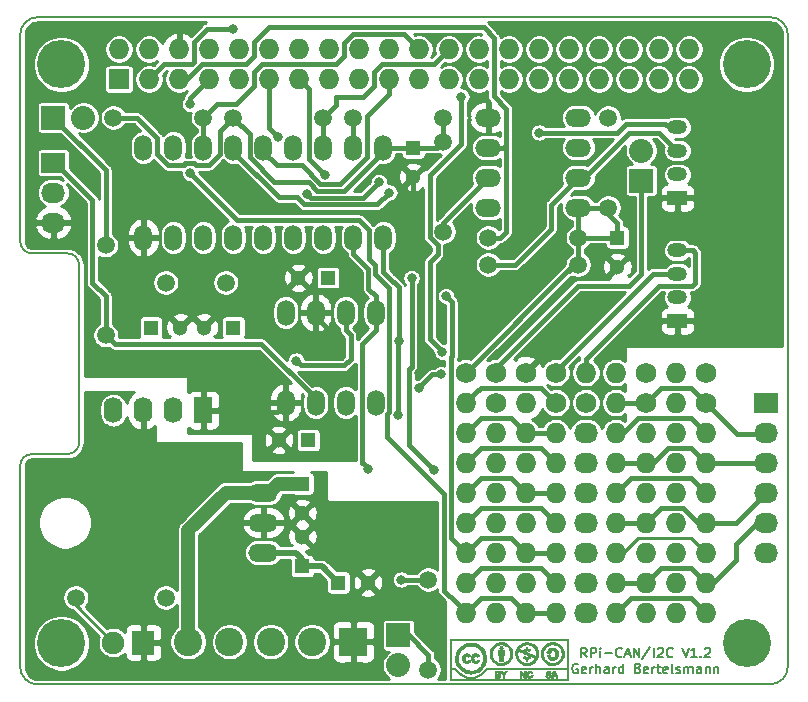
<source format=gtl>
%TF.GenerationSoftware,KiCad,Pcbnew,5.1.10-88a1d61d58~88~ubuntu20.04.1*%
%TF.CreationDate,2021-05-27T11:01:54+02:00*%
%TF.ProjectId,RPi-MCP2515,5250692d-4d43-4503-9235-31352e6b6963,rev?*%
%TF.SameCoordinates,Original*%
%TF.FileFunction,Copper,L1,Top*%
%TF.FilePolarity,Positive*%
%FSLAX46Y46*%
G04 Gerber Fmt 4.6, Leading zero omitted, Abs format (unit mm)*
G04 Created by KiCad (PCBNEW 5.1.10-88a1d61d58~88~ubuntu20.04.1) date 2021-05-27 11:01:54*
%MOMM*%
%LPD*%
G01*
G04 APERTURE LIST*
%TA.AperFunction,NonConductor*%
%ADD10C,0.150000*%
%TD*%
%TA.AperFunction,Profile*%
%ADD11C,0.150000*%
%TD*%
%TA.AperFunction,EtchedComponent*%
%ADD12C,0.002540*%
%TD*%
%TA.AperFunction,ComponentPad*%
%ADD13C,4.064000*%
%TD*%
%TA.AperFunction,ComponentPad*%
%ADD14R,1.699260X1.198880*%
%TD*%
%TA.AperFunction,ComponentPad*%
%ADD15O,1.699260X1.198880*%
%TD*%
%TA.AperFunction,ComponentPad*%
%ADD16R,1.727200X1.727200*%
%TD*%
%TA.AperFunction,ComponentPad*%
%ADD17O,1.727200X1.727200*%
%TD*%
%TA.AperFunction,ComponentPad*%
%ADD18O,1.501140X2.199640*%
%TD*%
%TA.AperFunction,ComponentPad*%
%ADD19R,1.300000X1.300000*%
%TD*%
%TA.AperFunction,ComponentPad*%
%ADD20C,1.300000*%
%TD*%
%TA.AperFunction,ComponentPad*%
%ADD21C,1.500000*%
%TD*%
%TA.AperFunction,ComponentPad*%
%ADD22R,1.900000X2.000000*%
%TD*%
%TA.AperFunction,ComponentPad*%
%ADD23C,1.900000*%
%TD*%
%TA.AperFunction,ComponentPad*%
%ADD24R,2.032000X2.032000*%
%TD*%
%TA.AperFunction,ComponentPad*%
%ADD25O,2.032000X2.032000*%
%TD*%
%TA.AperFunction,ComponentPad*%
%ADD26O,2.499360X1.501140*%
%TD*%
%TA.AperFunction,ComponentPad*%
%ADD27C,1.727200*%
%TD*%
%TA.AperFunction,ComponentPad*%
%ADD28O,2.032000X1.727200*%
%TD*%
%TA.AperFunction,ComponentPad*%
%ADD29R,1.600200X2.197100*%
%TD*%
%TA.AperFunction,ComponentPad*%
%ADD30O,1.600200X2.197100*%
%TD*%
%TA.AperFunction,ComponentPad*%
%ADD31R,2.032000X1.727200*%
%TD*%
%TA.AperFunction,ComponentPad*%
%ADD32C,2.400000*%
%TD*%
%TA.AperFunction,ComponentPad*%
%ADD33R,2.400000X2.400000*%
%TD*%
%TA.AperFunction,ComponentPad*%
%ADD34O,2.199640X1.501140*%
%TD*%
%TA.AperFunction,ViaPad*%
%ADD35C,0.800000*%
%TD*%
%TA.AperFunction,Conductor*%
%ADD36C,0.381000*%
%TD*%
%TA.AperFunction,Conductor*%
%ADD37C,1.160000*%
%TD*%
%TA.AperFunction,Conductor*%
%ADD38C,0.508000*%
%TD*%
%TA.AperFunction,Conductor*%
%ADD39C,0.250000*%
%TD*%
%TA.AperFunction,Conductor*%
%ADD40C,0.254000*%
%TD*%
%TA.AperFunction,Conductor*%
%ADD41C,0.100000*%
%TD*%
G04 APERTURE END LIST*
D10*
X175959523Y-125686904D02*
X175692857Y-125305952D01*
X175502380Y-125686904D02*
X175502380Y-124886904D01*
X175807142Y-124886904D01*
X175883333Y-124925000D01*
X175921428Y-124963095D01*
X175959523Y-125039285D01*
X175959523Y-125153571D01*
X175921428Y-125229761D01*
X175883333Y-125267857D01*
X175807142Y-125305952D01*
X175502380Y-125305952D01*
X176302380Y-125686904D02*
X176302380Y-124886904D01*
X176607142Y-124886904D01*
X176683333Y-124925000D01*
X176721428Y-124963095D01*
X176759523Y-125039285D01*
X176759523Y-125153571D01*
X176721428Y-125229761D01*
X176683333Y-125267857D01*
X176607142Y-125305952D01*
X176302380Y-125305952D01*
X177102380Y-125686904D02*
X177102380Y-125153571D01*
X177102380Y-124886904D02*
X177064285Y-124925000D01*
X177102380Y-124963095D01*
X177140476Y-124925000D01*
X177102380Y-124886904D01*
X177102380Y-124963095D01*
X177483333Y-125382142D02*
X178092857Y-125382142D01*
X178930952Y-125610714D02*
X178892857Y-125648809D01*
X178778571Y-125686904D01*
X178702380Y-125686904D01*
X178588095Y-125648809D01*
X178511904Y-125572619D01*
X178473809Y-125496428D01*
X178435714Y-125344047D01*
X178435714Y-125229761D01*
X178473809Y-125077380D01*
X178511904Y-125001190D01*
X178588095Y-124925000D01*
X178702380Y-124886904D01*
X178778571Y-124886904D01*
X178892857Y-124925000D01*
X178930952Y-124963095D01*
X179235714Y-125458333D02*
X179616666Y-125458333D01*
X179159523Y-125686904D02*
X179426190Y-124886904D01*
X179692857Y-125686904D01*
X179959523Y-125686904D02*
X179959523Y-124886904D01*
X180416666Y-125686904D01*
X180416666Y-124886904D01*
X181369047Y-124848809D02*
X180683333Y-125877380D01*
X181635714Y-125686904D02*
X181635714Y-124886904D01*
X181978571Y-124963095D02*
X182016666Y-124925000D01*
X182092857Y-124886904D01*
X182283333Y-124886904D01*
X182359523Y-124925000D01*
X182397619Y-124963095D01*
X182435714Y-125039285D01*
X182435714Y-125115476D01*
X182397619Y-125229761D01*
X181940476Y-125686904D01*
X182435714Y-125686904D01*
X183235714Y-125610714D02*
X183197619Y-125648809D01*
X183083333Y-125686904D01*
X183007142Y-125686904D01*
X182892857Y-125648809D01*
X182816666Y-125572619D01*
X182778571Y-125496428D01*
X182740476Y-125344047D01*
X182740476Y-125229761D01*
X182778571Y-125077380D01*
X182816666Y-125001190D01*
X182892857Y-124925000D01*
X183007142Y-124886904D01*
X183083333Y-124886904D01*
X183197619Y-124925000D01*
X183235714Y-124963095D01*
X184073809Y-124886904D02*
X184340476Y-125686904D01*
X184607142Y-124886904D01*
X185292857Y-125686904D02*
X184835714Y-125686904D01*
X185064285Y-125686904D02*
X185064285Y-124886904D01*
X184988095Y-125001190D01*
X184911904Y-125077380D01*
X184835714Y-125115476D01*
X185635714Y-125610714D02*
X185673809Y-125648809D01*
X185635714Y-125686904D01*
X185597619Y-125648809D01*
X185635714Y-125610714D01*
X185635714Y-125686904D01*
X185978571Y-124963095D02*
X186016666Y-124925000D01*
X186092857Y-124886904D01*
X186283333Y-124886904D01*
X186359523Y-124925000D01*
X186397619Y-124963095D01*
X186435714Y-125039285D01*
X186435714Y-125115476D01*
X186397619Y-125229761D01*
X185940476Y-125686904D01*
X186435714Y-125686904D01*
X175216666Y-126275000D02*
X175140476Y-126236904D01*
X175026190Y-126236904D01*
X174911904Y-126275000D01*
X174835714Y-126351190D01*
X174797619Y-126427380D01*
X174759523Y-126579761D01*
X174759523Y-126694047D01*
X174797619Y-126846428D01*
X174835714Y-126922619D01*
X174911904Y-126998809D01*
X175026190Y-127036904D01*
X175102380Y-127036904D01*
X175216666Y-126998809D01*
X175254761Y-126960714D01*
X175254761Y-126694047D01*
X175102380Y-126694047D01*
X175902380Y-126998809D02*
X175826190Y-127036904D01*
X175673809Y-127036904D01*
X175597619Y-126998809D01*
X175559523Y-126922619D01*
X175559523Y-126617857D01*
X175597619Y-126541666D01*
X175673809Y-126503571D01*
X175826190Y-126503571D01*
X175902380Y-126541666D01*
X175940476Y-126617857D01*
X175940476Y-126694047D01*
X175559523Y-126770238D01*
X176283333Y-127036904D02*
X176283333Y-126503571D01*
X176283333Y-126655952D02*
X176321428Y-126579761D01*
X176359523Y-126541666D01*
X176435714Y-126503571D01*
X176511904Y-126503571D01*
X176778571Y-127036904D02*
X176778571Y-126236904D01*
X177121428Y-127036904D02*
X177121428Y-126617857D01*
X177083333Y-126541666D01*
X177007142Y-126503571D01*
X176892857Y-126503571D01*
X176816666Y-126541666D01*
X176778571Y-126579761D01*
X177845238Y-127036904D02*
X177845238Y-126617857D01*
X177807142Y-126541666D01*
X177730952Y-126503571D01*
X177578571Y-126503571D01*
X177502380Y-126541666D01*
X177845238Y-126998809D02*
X177769047Y-127036904D01*
X177578571Y-127036904D01*
X177502380Y-126998809D01*
X177464285Y-126922619D01*
X177464285Y-126846428D01*
X177502380Y-126770238D01*
X177578571Y-126732142D01*
X177769047Y-126732142D01*
X177845238Y-126694047D01*
X178226190Y-127036904D02*
X178226190Y-126503571D01*
X178226190Y-126655952D02*
X178264285Y-126579761D01*
X178302380Y-126541666D01*
X178378571Y-126503571D01*
X178454761Y-126503571D01*
X179064285Y-127036904D02*
X179064285Y-126236904D01*
X179064285Y-126998809D02*
X178988095Y-127036904D01*
X178835714Y-127036904D01*
X178759523Y-126998809D01*
X178721428Y-126960714D01*
X178683333Y-126884523D01*
X178683333Y-126655952D01*
X178721428Y-126579761D01*
X178759523Y-126541666D01*
X178835714Y-126503571D01*
X178988095Y-126503571D01*
X179064285Y-126541666D01*
X180321428Y-126617857D02*
X180435714Y-126655952D01*
X180473809Y-126694047D01*
X180511904Y-126770238D01*
X180511904Y-126884523D01*
X180473809Y-126960714D01*
X180435714Y-126998809D01*
X180359523Y-127036904D01*
X180054761Y-127036904D01*
X180054761Y-126236904D01*
X180321428Y-126236904D01*
X180397619Y-126275000D01*
X180435714Y-126313095D01*
X180473809Y-126389285D01*
X180473809Y-126465476D01*
X180435714Y-126541666D01*
X180397619Y-126579761D01*
X180321428Y-126617857D01*
X180054761Y-126617857D01*
X181159523Y-126998809D02*
X181083333Y-127036904D01*
X180930952Y-127036904D01*
X180854761Y-126998809D01*
X180816666Y-126922619D01*
X180816666Y-126617857D01*
X180854761Y-126541666D01*
X180930952Y-126503571D01*
X181083333Y-126503571D01*
X181159523Y-126541666D01*
X181197619Y-126617857D01*
X181197619Y-126694047D01*
X180816666Y-126770238D01*
X181540476Y-127036904D02*
X181540476Y-126503571D01*
X181540476Y-126655952D02*
X181578571Y-126579761D01*
X181616666Y-126541666D01*
X181692857Y-126503571D01*
X181769047Y-126503571D01*
X181921428Y-126503571D02*
X182226190Y-126503571D01*
X182035714Y-126236904D02*
X182035714Y-126922619D01*
X182073809Y-126998809D01*
X182150000Y-127036904D01*
X182226190Y-127036904D01*
X182797619Y-126998809D02*
X182721428Y-127036904D01*
X182569047Y-127036904D01*
X182492857Y-126998809D01*
X182454761Y-126922619D01*
X182454761Y-126617857D01*
X182492857Y-126541666D01*
X182569047Y-126503571D01*
X182721428Y-126503571D01*
X182797619Y-126541666D01*
X182835714Y-126617857D01*
X182835714Y-126694047D01*
X182454761Y-126770238D01*
X183292857Y-127036904D02*
X183216666Y-126998809D01*
X183178571Y-126922619D01*
X183178571Y-126236904D01*
X183559523Y-126998809D02*
X183635714Y-127036904D01*
X183788095Y-127036904D01*
X183864285Y-126998809D01*
X183902380Y-126922619D01*
X183902380Y-126884523D01*
X183864285Y-126808333D01*
X183788095Y-126770238D01*
X183673809Y-126770238D01*
X183597619Y-126732142D01*
X183559523Y-126655952D01*
X183559523Y-126617857D01*
X183597619Y-126541666D01*
X183673809Y-126503571D01*
X183788095Y-126503571D01*
X183864285Y-126541666D01*
X184245238Y-127036904D02*
X184245238Y-126503571D01*
X184245238Y-126579761D02*
X184283333Y-126541666D01*
X184359523Y-126503571D01*
X184473809Y-126503571D01*
X184550000Y-126541666D01*
X184588095Y-126617857D01*
X184588095Y-127036904D01*
X184588095Y-126617857D02*
X184626190Y-126541666D01*
X184702380Y-126503571D01*
X184816666Y-126503571D01*
X184892857Y-126541666D01*
X184930952Y-126617857D01*
X184930952Y-127036904D01*
X185654761Y-127036904D02*
X185654761Y-126617857D01*
X185616666Y-126541666D01*
X185540476Y-126503571D01*
X185388095Y-126503571D01*
X185311904Y-126541666D01*
X185654761Y-126998809D02*
X185578571Y-127036904D01*
X185388095Y-127036904D01*
X185311904Y-126998809D01*
X185273809Y-126922619D01*
X185273809Y-126846428D01*
X185311904Y-126770238D01*
X185388095Y-126732142D01*
X185578571Y-126732142D01*
X185654761Y-126694047D01*
X186035714Y-126503571D02*
X186035714Y-127036904D01*
X186035714Y-126579761D02*
X186073809Y-126541666D01*
X186150000Y-126503571D01*
X186264285Y-126503571D01*
X186340476Y-126541666D01*
X186378571Y-126617857D01*
X186378571Y-127036904D01*
X186759523Y-126503571D02*
X186759523Y-127036904D01*
X186759523Y-126579761D02*
X186797619Y-126541666D01*
X186873809Y-126503571D01*
X186988095Y-126503571D01*
X187064285Y-126541666D01*
X187102380Y-126617857D01*
X187102380Y-127036904D01*
D11*
X129500000Y-71500000D02*
X191500000Y-71500000D01*
X128000000Y-90500000D02*
X128000000Y-73000000D01*
X128000000Y-90500000D02*
G75*
G03*
X129000000Y-91500000I1000000J0D01*
G01*
X129000000Y-91500000D02*
X132000000Y-91500000D01*
X133000000Y-92500000D02*
G75*
G03*
X132000000Y-91500000I-1000000J0D01*
G01*
X133000000Y-107500000D02*
X133000000Y-92500000D01*
X128000000Y-126500000D02*
X128000000Y-109500000D01*
X129000000Y-108500000D02*
X132000000Y-108500000D01*
X132000000Y-108500000D02*
G75*
G03*
X133000000Y-107500000I0J1000000D01*
G01*
X129000000Y-108500000D02*
G75*
G03*
X128000000Y-109500000I0J-1000000D01*
G01*
X191500000Y-128000000D02*
X129500000Y-128000000D01*
X193000000Y-73000000D02*
X193000000Y-126500000D01*
X129500000Y-71500000D02*
G75*
G03*
X128000000Y-73000000I0J-1500000D01*
G01*
X128000000Y-126500000D02*
G75*
G03*
X129500000Y-128000000I1500000J0D01*
G01*
X191500000Y-128000000D02*
G75*
G03*
X193000000Y-126500000I0J1500000D01*
G01*
X193000000Y-73000000D02*
G75*
G03*
X191500000Y-71500000I-1500000J0D01*
G01*
D12*
%TO.C,G\u002A\u002A\u002A*%
G36*
X174398720Y-127650060D02*
G01*
X174309820Y-127650060D01*
X174309820Y-126598500D01*
X174309820Y-125450420D01*
X174309820Y-124299800D01*
X174279340Y-124269320D01*
X174251400Y-124241380D01*
X169400000Y-124241380D01*
X164548600Y-124241380D01*
X164520660Y-124269320D01*
X164490180Y-124299800D01*
X164490180Y-125450420D01*
X164490180Y-126598500D01*
X164667980Y-126598500D01*
X164845780Y-126598500D01*
X164911820Y-126700100D01*
X165008340Y-126832180D01*
X165120100Y-126951560D01*
X165244560Y-127058240D01*
X165381720Y-127152220D01*
X165526500Y-127230960D01*
X165681440Y-127291920D01*
X165844000Y-127337640D01*
X165973540Y-127357960D01*
X166039580Y-127363040D01*
X166120860Y-127365580D01*
X166207220Y-127363040D01*
X166293580Y-127355420D01*
X166372320Y-127347800D01*
X166418040Y-127340180D01*
X166588220Y-127294460D01*
X166745700Y-127236040D01*
X166895560Y-127157300D01*
X167032720Y-127063320D01*
X167162260Y-126949020D01*
X167215600Y-126895680D01*
X167258780Y-126847420D01*
X167304500Y-126791540D01*
X167345140Y-126738200D01*
X167370540Y-126700100D01*
X167436580Y-126601040D01*
X170870660Y-126598500D01*
X174309820Y-126598500D01*
X174309820Y-127650060D01*
X174299660Y-127650060D01*
X174299660Y-127568780D01*
X174299660Y-127129360D01*
X174299660Y-126689940D01*
X170898600Y-126689940D01*
X167502620Y-126689940D01*
X167439120Y-126781380D01*
X167362920Y-126888060D01*
X167289260Y-126982040D01*
X167210520Y-127060780D01*
X167129240Y-127126820D01*
X167037800Y-127190320D01*
X166969220Y-127230960D01*
X166860000Y-127286840D01*
X166763480Y-127332560D01*
X166672040Y-127368120D01*
X166578060Y-127398600D01*
X166481540Y-127424000D01*
X166476460Y-127424000D01*
X166331680Y-127449400D01*
X166199600Y-127462100D01*
X166070060Y-127462100D01*
X165937980Y-127449400D01*
X165803360Y-127424000D01*
X165650960Y-127378280D01*
X165498560Y-127312240D01*
X165341080Y-127228420D01*
X165183600Y-127124280D01*
X165130260Y-127086180D01*
X165089620Y-127053160D01*
X165043900Y-127007440D01*
X164993100Y-126956640D01*
X164939760Y-126900760D01*
X164891500Y-126844880D01*
X164848320Y-126794080D01*
X164815300Y-126748360D01*
X164800060Y-126720420D01*
X164782280Y-126689940D01*
X164632420Y-126689940D01*
X164480020Y-126689940D01*
X164480020Y-127129360D01*
X164480020Y-127568780D01*
X169392380Y-127568780D01*
X174299660Y-127568780D01*
X174299660Y-127650060D01*
X169405080Y-127650060D01*
X164413980Y-127650060D01*
X164406360Y-127505280D01*
X164406360Y-127477340D01*
X164403820Y-127431620D01*
X164403820Y-127368120D01*
X164403820Y-127289380D01*
X164403820Y-127197940D01*
X164401280Y-127096340D01*
X164401280Y-126979500D01*
X164401280Y-126855040D01*
X164401280Y-126722960D01*
X164401280Y-126580720D01*
X164401280Y-126433400D01*
X164401280Y-126281000D01*
X164401280Y-126126060D01*
X164401280Y-125968580D01*
X164403820Y-125813640D01*
X164403820Y-125653620D01*
X164403820Y-125496140D01*
X164403820Y-125343740D01*
X164403820Y-125191340D01*
X164406360Y-125046560D01*
X164406360Y-124909400D01*
X164406360Y-124779860D01*
X164406360Y-124657940D01*
X164408900Y-124546180D01*
X164408900Y-124447120D01*
X164408900Y-124360760D01*
X164411440Y-124287100D01*
X164411440Y-124231220D01*
X164411440Y-124190580D01*
X164413980Y-124167720D01*
X164413980Y-124165180D01*
X164424140Y-124162640D01*
X164454620Y-124162640D01*
X164502880Y-124162640D01*
X164568920Y-124162640D01*
X164650200Y-124162640D01*
X164751800Y-124162640D01*
X164866100Y-124160100D01*
X164995640Y-124160100D01*
X165140420Y-124160100D01*
X165297900Y-124160100D01*
X165468080Y-124160100D01*
X165648420Y-124160100D01*
X165841460Y-124157560D01*
X166044660Y-124157560D01*
X166258020Y-124157560D01*
X166481540Y-124157560D01*
X166712680Y-124157560D01*
X166948900Y-124157560D01*
X167195280Y-124157560D01*
X167446740Y-124157560D01*
X167703280Y-124155020D01*
X167962360Y-124155020D01*
X168229060Y-124155020D01*
X168495760Y-124155020D01*
X168767540Y-124155020D01*
X169039320Y-124155020D01*
X169311100Y-124155020D01*
X169582880Y-124155020D01*
X169854660Y-124155020D01*
X170126440Y-124155020D01*
X170395680Y-124155020D01*
X170662380Y-124155020D01*
X170924000Y-124155020D01*
X171183080Y-124155020D01*
X171437080Y-124155020D01*
X171686000Y-124155020D01*
X171927300Y-124155020D01*
X172163520Y-124155020D01*
X172389580Y-124155020D01*
X172608020Y-124155020D01*
X172816300Y-124155020D01*
X173014420Y-124155020D01*
X173204920Y-124155020D01*
X173380180Y-124155020D01*
X173545280Y-124155020D01*
X173695140Y-124155020D01*
X173832300Y-124155020D01*
X173956760Y-124155020D01*
X174063440Y-124155020D01*
X174154880Y-124157560D01*
X174231080Y-124157560D01*
X174289500Y-124157560D01*
X174327600Y-124157560D01*
X174350460Y-124157560D01*
X174353000Y-124157560D01*
X174398720Y-124162640D01*
X174398720Y-125905080D01*
X174398720Y-127650060D01*
G37*
X174398720Y-127650060D02*
X174309820Y-127650060D01*
X174309820Y-126598500D01*
X174309820Y-125450420D01*
X174309820Y-124299800D01*
X174279340Y-124269320D01*
X174251400Y-124241380D01*
X169400000Y-124241380D01*
X164548600Y-124241380D01*
X164520660Y-124269320D01*
X164490180Y-124299800D01*
X164490180Y-125450420D01*
X164490180Y-126598500D01*
X164667980Y-126598500D01*
X164845780Y-126598500D01*
X164911820Y-126700100D01*
X165008340Y-126832180D01*
X165120100Y-126951560D01*
X165244560Y-127058240D01*
X165381720Y-127152220D01*
X165526500Y-127230960D01*
X165681440Y-127291920D01*
X165844000Y-127337640D01*
X165973540Y-127357960D01*
X166039580Y-127363040D01*
X166120860Y-127365580D01*
X166207220Y-127363040D01*
X166293580Y-127355420D01*
X166372320Y-127347800D01*
X166418040Y-127340180D01*
X166588220Y-127294460D01*
X166745700Y-127236040D01*
X166895560Y-127157300D01*
X167032720Y-127063320D01*
X167162260Y-126949020D01*
X167215600Y-126895680D01*
X167258780Y-126847420D01*
X167304500Y-126791540D01*
X167345140Y-126738200D01*
X167370540Y-126700100D01*
X167436580Y-126601040D01*
X170870660Y-126598500D01*
X174309820Y-126598500D01*
X174309820Y-127650060D01*
X174299660Y-127650060D01*
X174299660Y-127568780D01*
X174299660Y-127129360D01*
X174299660Y-126689940D01*
X170898600Y-126689940D01*
X167502620Y-126689940D01*
X167439120Y-126781380D01*
X167362920Y-126888060D01*
X167289260Y-126982040D01*
X167210520Y-127060780D01*
X167129240Y-127126820D01*
X167037800Y-127190320D01*
X166969220Y-127230960D01*
X166860000Y-127286840D01*
X166763480Y-127332560D01*
X166672040Y-127368120D01*
X166578060Y-127398600D01*
X166481540Y-127424000D01*
X166476460Y-127424000D01*
X166331680Y-127449400D01*
X166199600Y-127462100D01*
X166070060Y-127462100D01*
X165937980Y-127449400D01*
X165803360Y-127424000D01*
X165650960Y-127378280D01*
X165498560Y-127312240D01*
X165341080Y-127228420D01*
X165183600Y-127124280D01*
X165130260Y-127086180D01*
X165089620Y-127053160D01*
X165043900Y-127007440D01*
X164993100Y-126956640D01*
X164939760Y-126900760D01*
X164891500Y-126844880D01*
X164848320Y-126794080D01*
X164815300Y-126748360D01*
X164800060Y-126720420D01*
X164782280Y-126689940D01*
X164632420Y-126689940D01*
X164480020Y-126689940D01*
X164480020Y-127129360D01*
X164480020Y-127568780D01*
X169392380Y-127568780D01*
X174299660Y-127568780D01*
X174299660Y-127650060D01*
X169405080Y-127650060D01*
X164413980Y-127650060D01*
X164406360Y-127505280D01*
X164406360Y-127477340D01*
X164403820Y-127431620D01*
X164403820Y-127368120D01*
X164403820Y-127289380D01*
X164403820Y-127197940D01*
X164401280Y-127096340D01*
X164401280Y-126979500D01*
X164401280Y-126855040D01*
X164401280Y-126722960D01*
X164401280Y-126580720D01*
X164401280Y-126433400D01*
X164401280Y-126281000D01*
X164401280Y-126126060D01*
X164401280Y-125968580D01*
X164403820Y-125813640D01*
X164403820Y-125653620D01*
X164403820Y-125496140D01*
X164403820Y-125343740D01*
X164403820Y-125191340D01*
X164406360Y-125046560D01*
X164406360Y-124909400D01*
X164406360Y-124779860D01*
X164406360Y-124657940D01*
X164408900Y-124546180D01*
X164408900Y-124447120D01*
X164408900Y-124360760D01*
X164411440Y-124287100D01*
X164411440Y-124231220D01*
X164411440Y-124190580D01*
X164413980Y-124167720D01*
X164413980Y-124165180D01*
X164424140Y-124162640D01*
X164454620Y-124162640D01*
X164502880Y-124162640D01*
X164568920Y-124162640D01*
X164650200Y-124162640D01*
X164751800Y-124162640D01*
X164866100Y-124160100D01*
X164995640Y-124160100D01*
X165140420Y-124160100D01*
X165297900Y-124160100D01*
X165468080Y-124160100D01*
X165648420Y-124160100D01*
X165841460Y-124157560D01*
X166044660Y-124157560D01*
X166258020Y-124157560D01*
X166481540Y-124157560D01*
X166712680Y-124157560D01*
X166948900Y-124157560D01*
X167195280Y-124157560D01*
X167446740Y-124157560D01*
X167703280Y-124155020D01*
X167962360Y-124155020D01*
X168229060Y-124155020D01*
X168495760Y-124155020D01*
X168767540Y-124155020D01*
X169039320Y-124155020D01*
X169311100Y-124155020D01*
X169582880Y-124155020D01*
X169854660Y-124155020D01*
X170126440Y-124155020D01*
X170395680Y-124155020D01*
X170662380Y-124155020D01*
X170924000Y-124155020D01*
X171183080Y-124155020D01*
X171437080Y-124155020D01*
X171686000Y-124155020D01*
X171927300Y-124155020D01*
X172163520Y-124155020D01*
X172389580Y-124155020D01*
X172608020Y-124155020D01*
X172816300Y-124155020D01*
X173014420Y-124155020D01*
X173204920Y-124155020D01*
X173380180Y-124155020D01*
X173545280Y-124155020D01*
X173695140Y-124155020D01*
X173832300Y-124155020D01*
X173956760Y-124155020D01*
X174063440Y-124155020D01*
X174154880Y-124157560D01*
X174231080Y-124157560D01*
X174289500Y-124157560D01*
X174327600Y-124157560D01*
X174350460Y-124157560D01*
X174353000Y-124157560D01*
X174398720Y-124162640D01*
X174398720Y-125905080D01*
X174398720Y-127650060D01*
G36*
X171388820Y-127218260D02*
G01*
X171383740Y-127246200D01*
X171358340Y-127317320D01*
X171320240Y-127370660D01*
X171269440Y-127411300D01*
X171208480Y-127434160D01*
X171137360Y-127441780D01*
X171094180Y-127436700D01*
X171040840Y-127426540D01*
X171000200Y-127406220D01*
X170959560Y-127373200D01*
X170941780Y-127355420D01*
X170903680Y-127299540D01*
X170878280Y-127233500D01*
X170870660Y-127164920D01*
X170875740Y-127093800D01*
X170893520Y-127025220D01*
X170929080Y-126964260D01*
X170949400Y-126938860D01*
X171002740Y-126898220D01*
X171063700Y-126872820D01*
X171127200Y-126862660D01*
X171190700Y-126867740D01*
X171249120Y-126885520D01*
X171302460Y-126918540D01*
X171345640Y-126964260D01*
X171358340Y-126989660D01*
X171371040Y-127017600D01*
X171378660Y-127043000D01*
X171378660Y-127048080D01*
X171376120Y-127060780D01*
X171365960Y-127065860D01*
X171343100Y-127068400D01*
X171325320Y-127068400D01*
X171292300Y-127068400D01*
X171274520Y-127063320D01*
X171261820Y-127053160D01*
X171254200Y-127037920D01*
X171223720Y-126999820D01*
X171185620Y-126979500D01*
X171142440Y-126969340D01*
X171099260Y-126976960D01*
X171058620Y-126997280D01*
X171025600Y-127032840D01*
X171015440Y-127053160D01*
X171002740Y-127093800D01*
X170997660Y-127147140D01*
X171000200Y-127200480D01*
X171010360Y-127246200D01*
X171015440Y-127256360D01*
X171045920Y-127299540D01*
X171086560Y-127324940D01*
X171132280Y-127337640D01*
X171178000Y-127332560D01*
X171198320Y-127322400D01*
X171226260Y-127302080D01*
X171246580Y-127271600D01*
X171259280Y-127241120D01*
X171259280Y-127233500D01*
X171261820Y-127225880D01*
X171277060Y-127220800D01*
X171305000Y-127218260D01*
X171322780Y-127218260D01*
X171388820Y-127218260D01*
G37*
X171388820Y-127218260D02*
X171383740Y-127246200D01*
X171358340Y-127317320D01*
X171320240Y-127370660D01*
X171269440Y-127411300D01*
X171208480Y-127434160D01*
X171137360Y-127441780D01*
X171094180Y-127436700D01*
X171040840Y-127426540D01*
X171000200Y-127406220D01*
X170959560Y-127373200D01*
X170941780Y-127355420D01*
X170903680Y-127299540D01*
X170878280Y-127233500D01*
X170870660Y-127164920D01*
X170875740Y-127093800D01*
X170893520Y-127025220D01*
X170929080Y-126964260D01*
X170949400Y-126938860D01*
X171002740Y-126898220D01*
X171063700Y-126872820D01*
X171127200Y-126862660D01*
X171190700Y-126867740D01*
X171249120Y-126885520D01*
X171302460Y-126918540D01*
X171345640Y-126964260D01*
X171358340Y-126989660D01*
X171371040Y-127017600D01*
X171378660Y-127043000D01*
X171378660Y-127048080D01*
X171376120Y-127060780D01*
X171365960Y-127065860D01*
X171343100Y-127068400D01*
X171325320Y-127068400D01*
X171292300Y-127068400D01*
X171274520Y-127063320D01*
X171261820Y-127053160D01*
X171254200Y-127037920D01*
X171223720Y-126999820D01*
X171185620Y-126979500D01*
X171142440Y-126969340D01*
X171099260Y-126976960D01*
X171058620Y-126997280D01*
X171025600Y-127032840D01*
X171015440Y-127053160D01*
X171002740Y-127093800D01*
X170997660Y-127147140D01*
X171000200Y-127200480D01*
X171010360Y-127246200D01*
X171015440Y-127256360D01*
X171045920Y-127299540D01*
X171086560Y-127324940D01*
X171132280Y-127337640D01*
X171178000Y-127332560D01*
X171198320Y-127322400D01*
X171226260Y-127302080D01*
X171246580Y-127271600D01*
X171259280Y-127241120D01*
X171259280Y-127233500D01*
X171261820Y-127225880D01*
X171277060Y-127220800D01*
X171305000Y-127218260D01*
X171322780Y-127218260D01*
X171388820Y-127218260D01*
G36*
X172938220Y-127289380D02*
G01*
X172928060Y-127327480D01*
X172905200Y-127363040D01*
X172897580Y-127373200D01*
X172859480Y-127406220D01*
X172806140Y-127429080D01*
X172745180Y-127441780D01*
X172681680Y-127441780D01*
X172674060Y-127441780D01*
X172602940Y-127426540D01*
X172547060Y-127396060D01*
X172506420Y-127355420D01*
X172481020Y-127302080D01*
X172478480Y-127297000D01*
X172473400Y-127266520D01*
X172478480Y-127248740D01*
X172496260Y-127241120D01*
X172529280Y-127241120D01*
X172539440Y-127241120D01*
X172569920Y-127243660D01*
X172587700Y-127248740D01*
X172597860Y-127261440D01*
X172602940Y-127279220D01*
X172623260Y-127312240D01*
X172656280Y-127337640D01*
X172699460Y-127347800D01*
X172747720Y-127342720D01*
X172775660Y-127335100D01*
X172806140Y-127317320D01*
X172818840Y-127294460D01*
X172816300Y-127266520D01*
X172808680Y-127251280D01*
X172793440Y-127238580D01*
X172768040Y-127225880D01*
X172729940Y-127210640D01*
X172676600Y-127192860D01*
X172648660Y-127185240D01*
X172600400Y-127170000D01*
X172567380Y-127154760D01*
X172544520Y-127139520D01*
X172531820Y-127124280D01*
X172501340Y-127078560D01*
X172491180Y-127035380D01*
X172496260Y-126989660D01*
X172516580Y-126949020D01*
X172549600Y-126913460D01*
X172592780Y-126885520D01*
X172643580Y-126867740D01*
X172702000Y-126862660D01*
X172757880Y-126867740D01*
X172821380Y-126888060D01*
X172869640Y-126916000D01*
X172900120Y-126956640D01*
X172915360Y-127007440D01*
X172920440Y-127048080D01*
X172864560Y-127048080D01*
X172831540Y-127048080D01*
X172813760Y-127043000D01*
X172803600Y-127035380D01*
X172795980Y-127017600D01*
X172778200Y-126987120D01*
X172745180Y-126969340D01*
X172707080Y-126959180D01*
X172668980Y-126964260D01*
X172635960Y-126979500D01*
X172633420Y-126984580D01*
X172615640Y-127004900D01*
X172610560Y-127022680D01*
X172620720Y-127040460D01*
X172625800Y-127048080D01*
X172648660Y-127060780D01*
X172689300Y-127078560D01*
X172747720Y-127096340D01*
X172752800Y-127096340D01*
X172818840Y-127119200D01*
X172869640Y-127139520D01*
X172902660Y-127164920D01*
X172925520Y-127195400D01*
X172935680Y-127233500D01*
X172935680Y-127241120D01*
X172938220Y-127289380D01*
G37*
X172938220Y-127289380D02*
X172928060Y-127327480D01*
X172905200Y-127363040D01*
X172897580Y-127373200D01*
X172859480Y-127406220D01*
X172806140Y-127429080D01*
X172745180Y-127441780D01*
X172681680Y-127441780D01*
X172674060Y-127441780D01*
X172602940Y-127426540D01*
X172547060Y-127396060D01*
X172506420Y-127355420D01*
X172481020Y-127302080D01*
X172478480Y-127297000D01*
X172473400Y-127266520D01*
X172478480Y-127248740D01*
X172496260Y-127241120D01*
X172529280Y-127241120D01*
X172539440Y-127241120D01*
X172569920Y-127243660D01*
X172587700Y-127248740D01*
X172597860Y-127261440D01*
X172602940Y-127279220D01*
X172623260Y-127312240D01*
X172656280Y-127337640D01*
X172699460Y-127347800D01*
X172747720Y-127342720D01*
X172775660Y-127335100D01*
X172806140Y-127317320D01*
X172818840Y-127294460D01*
X172816300Y-127266520D01*
X172808680Y-127251280D01*
X172793440Y-127238580D01*
X172768040Y-127225880D01*
X172729940Y-127210640D01*
X172676600Y-127192860D01*
X172648660Y-127185240D01*
X172600400Y-127170000D01*
X172567380Y-127154760D01*
X172544520Y-127139520D01*
X172531820Y-127124280D01*
X172501340Y-127078560D01*
X172491180Y-127035380D01*
X172496260Y-126989660D01*
X172516580Y-126949020D01*
X172549600Y-126913460D01*
X172592780Y-126885520D01*
X172643580Y-126867740D01*
X172702000Y-126862660D01*
X172757880Y-126867740D01*
X172821380Y-126888060D01*
X172869640Y-126916000D01*
X172900120Y-126956640D01*
X172915360Y-127007440D01*
X172920440Y-127048080D01*
X172864560Y-127048080D01*
X172831540Y-127048080D01*
X172813760Y-127043000D01*
X172803600Y-127035380D01*
X172795980Y-127017600D01*
X172778200Y-126987120D01*
X172745180Y-126969340D01*
X172707080Y-126959180D01*
X172668980Y-126964260D01*
X172635960Y-126979500D01*
X172633420Y-126984580D01*
X172615640Y-127004900D01*
X172610560Y-127022680D01*
X172620720Y-127040460D01*
X172625800Y-127048080D01*
X172648660Y-127060780D01*
X172689300Y-127078560D01*
X172747720Y-127096340D01*
X172752800Y-127096340D01*
X172818840Y-127119200D01*
X172869640Y-127139520D01*
X172902660Y-127164920D01*
X172925520Y-127195400D01*
X172935680Y-127233500D01*
X172935680Y-127241120D01*
X172938220Y-127289380D01*
G36*
X168638000Y-127289380D02*
G01*
X168622760Y-127340180D01*
X168589740Y-127383360D01*
X168546560Y-127408760D01*
X168528780Y-127416380D01*
X168511000Y-127421460D01*
X168511000Y-127258900D01*
X168508460Y-127228420D01*
X168495760Y-127208100D01*
X168490680Y-127205560D01*
X168490680Y-127030300D01*
X168480520Y-127002360D01*
X168475440Y-126994740D01*
X168460200Y-126984580D01*
X168432260Y-126979500D01*
X168391620Y-126979500D01*
X168381460Y-126979500D01*
X168302720Y-126979500D01*
X168300180Y-127009980D01*
X168297640Y-127043000D01*
X168300180Y-127070940D01*
X168302720Y-127086180D01*
X168307800Y-127093800D01*
X168323040Y-127098880D01*
X168350980Y-127098880D01*
X168373840Y-127098880D01*
X168424640Y-127096340D01*
X168460200Y-127088720D01*
X168467820Y-127083640D01*
X168485600Y-127060780D01*
X168490680Y-127030300D01*
X168490680Y-127205560D01*
X168470360Y-127195400D01*
X168432260Y-127190320D01*
X168384000Y-127187780D01*
X168300180Y-127187780D01*
X168300180Y-127258900D01*
X168300180Y-127330020D01*
X168389080Y-127330020D01*
X168434800Y-127327480D01*
X168465280Y-127324940D01*
X168485600Y-127317320D01*
X168493220Y-127312240D01*
X168508460Y-127286840D01*
X168511000Y-127258900D01*
X168511000Y-127421460D01*
X168505920Y-127421460D01*
X168477980Y-127426540D01*
X168439880Y-127426540D01*
X168386540Y-127429080D01*
X168338280Y-127429080D01*
X168170640Y-127429080D01*
X168170640Y-127154760D01*
X168170640Y-126877900D01*
X168335740Y-126877900D01*
X168409400Y-126880440D01*
X168462740Y-126880440D01*
X168505920Y-126885520D01*
X168536400Y-126893140D01*
X168559260Y-126903300D01*
X168577040Y-126918540D01*
X168584660Y-126926160D01*
X168599900Y-126954100D01*
X168607520Y-126992200D01*
X168610060Y-127032840D01*
X168607520Y-127053160D01*
X168594820Y-127078560D01*
X168574500Y-127103960D01*
X168571960Y-127106500D01*
X168556720Y-127124280D01*
X168554180Y-127134440D01*
X168561800Y-127136980D01*
X168587200Y-127154760D01*
X168615140Y-127182700D01*
X168632920Y-127218260D01*
X168635460Y-127233500D01*
X168638000Y-127289380D01*
G37*
X168638000Y-127289380D02*
X168622760Y-127340180D01*
X168589740Y-127383360D01*
X168546560Y-127408760D01*
X168528780Y-127416380D01*
X168511000Y-127421460D01*
X168511000Y-127258900D01*
X168508460Y-127228420D01*
X168495760Y-127208100D01*
X168490680Y-127205560D01*
X168490680Y-127030300D01*
X168480520Y-127002360D01*
X168475440Y-126994740D01*
X168460200Y-126984580D01*
X168432260Y-126979500D01*
X168391620Y-126979500D01*
X168381460Y-126979500D01*
X168302720Y-126979500D01*
X168300180Y-127009980D01*
X168297640Y-127043000D01*
X168300180Y-127070940D01*
X168302720Y-127086180D01*
X168307800Y-127093800D01*
X168323040Y-127098880D01*
X168350980Y-127098880D01*
X168373840Y-127098880D01*
X168424640Y-127096340D01*
X168460200Y-127088720D01*
X168467820Y-127083640D01*
X168485600Y-127060780D01*
X168490680Y-127030300D01*
X168490680Y-127205560D01*
X168470360Y-127195400D01*
X168432260Y-127190320D01*
X168384000Y-127187780D01*
X168300180Y-127187780D01*
X168300180Y-127258900D01*
X168300180Y-127330020D01*
X168389080Y-127330020D01*
X168434800Y-127327480D01*
X168465280Y-127324940D01*
X168485600Y-127317320D01*
X168493220Y-127312240D01*
X168508460Y-127286840D01*
X168511000Y-127258900D01*
X168511000Y-127421460D01*
X168505920Y-127421460D01*
X168477980Y-127426540D01*
X168439880Y-127426540D01*
X168386540Y-127429080D01*
X168338280Y-127429080D01*
X168170640Y-127429080D01*
X168170640Y-127154760D01*
X168170640Y-126877900D01*
X168335740Y-126877900D01*
X168409400Y-126880440D01*
X168462740Y-126880440D01*
X168505920Y-126885520D01*
X168536400Y-126893140D01*
X168559260Y-126903300D01*
X168577040Y-126918540D01*
X168584660Y-126926160D01*
X168599900Y-126954100D01*
X168607520Y-126992200D01*
X168610060Y-127032840D01*
X168607520Y-127053160D01*
X168594820Y-127078560D01*
X168574500Y-127103960D01*
X168571960Y-127106500D01*
X168556720Y-127124280D01*
X168554180Y-127134440D01*
X168561800Y-127136980D01*
X168587200Y-127154760D01*
X168615140Y-127182700D01*
X168632920Y-127218260D01*
X168635460Y-127233500D01*
X168638000Y-127289380D01*
G36*
X169189180Y-126877900D02*
G01*
X169085040Y-127053160D01*
X168980900Y-127228420D01*
X168980900Y-127327480D01*
X168980900Y-127429080D01*
X168922480Y-127429080D01*
X168861520Y-127429080D01*
X168861520Y-127322400D01*
X168861520Y-127215720D01*
X168765000Y-127055700D01*
X168734520Y-127004900D01*
X168706580Y-126959180D01*
X168686260Y-126921080D01*
X168671020Y-126898220D01*
X168663400Y-126885520D01*
X168671020Y-126882980D01*
X168693880Y-126880440D01*
X168726900Y-126877900D01*
X168729440Y-126877900D01*
X168800560Y-126877900D01*
X168861520Y-126984580D01*
X168889460Y-127032840D01*
X168909780Y-127063320D01*
X168925020Y-127078560D01*
X168932640Y-127078560D01*
X168940260Y-127063320D01*
X168955500Y-127037920D01*
X168978360Y-126999820D01*
X168993600Y-126974420D01*
X169046940Y-126882980D01*
X169118060Y-126880440D01*
X169189180Y-126877900D01*
G37*
X169189180Y-126877900D02*
X169085040Y-127053160D01*
X168980900Y-127228420D01*
X168980900Y-127327480D01*
X168980900Y-127429080D01*
X168922480Y-127429080D01*
X168861520Y-127429080D01*
X168861520Y-127322400D01*
X168861520Y-127215720D01*
X168765000Y-127055700D01*
X168734520Y-127004900D01*
X168706580Y-126959180D01*
X168686260Y-126921080D01*
X168671020Y-126898220D01*
X168663400Y-126885520D01*
X168671020Y-126882980D01*
X168693880Y-126880440D01*
X168726900Y-126877900D01*
X168729440Y-126877900D01*
X168800560Y-126877900D01*
X168861520Y-126984580D01*
X168889460Y-127032840D01*
X168909780Y-127063320D01*
X168925020Y-127078560D01*
X168932640Y-127078560D01*
X168940260Y-127063320D01*
X168955500Y-127037920D01*
X168978360Y-126999820D01*
X168993600Y-126974420D01*
X169046940Y-126882980D01*
X169118060Y-126880440D01*
X169189180Y-126877900D01*
G36*
X170789380Y-127429080D02*
G01*
X170725880Y-127429080D01*
X170664920Y-127429080D01*
X170553160Y-127251280D01*
X170443940Y-127076020D01*
X170441400Y-127253820D01*
X170438860Y-127429080D01*
X170377900Y-127429080D01*
X170319480Y-127429080D01*
X170319480Y-127154760D01*
X170319480Y-126877900D01*
X170382980Y-126877900D01*
X170446480Y-126877900D01*
X170553160Y-127053160D01*
X170586180Y-127106500D01*
X170616660Y-127152220D01*
X170639520Y-127187780D01*
X170657300Y-127213180D01*
X170664920Y-127223340D01*
X170667460Y-127223340D01*
X170667460Y-127213180D01*
X170670000Y-127185240D01*
X170670000Y-127144600D01*
X170670000Y-127093800D01*
X170670000Y-127050620D01*
X170667460Y-126877900D01*
X170728420Y-126877900D01*
X170789380Y-126877900D01*
X170789380Y-127154760D01*
X170789380Y-127429080D01*
G37*
X170789380Y-127429080D02*
X170725880Y-127429080D01*
X170664920Y-127429080D01*
X170553160Y-127251280D01*
X170443940Y-127076020D01*
X170441400Y-127253820D01*
X170438860Y-127429080D01*
X170377900Y-127429080D01*
X170319480Y-127429080D01*
X170319480Y-127154760D01*
X170319480Y-126877900D01*
X170382980Y-126877900D01*
X170446480Y-126877900D01*
X170553160Y-127053160D01*
X170586180Y-127106500D01*
X170616660Y-127152220D01*
X170639520Y-127187780D01*
X170657300Y-127213180D01*
X170664920Y-127223340D01*
X170667460Y-127223340D01*
X170667460Y-127213180D01*
X170670000Y-127185240D01*
X170670000Y-127144600D01*
X170670000Y-127093800D01*
X170670000Y-127050620D01*
X170667460Y-126877900D01*
X170728420Y-126877900D01*
X170789380Y-126877900D01*
X170789380Y-127154760D01*
X170789380Y-127429080D01*
G36*
X173489400Y-127421460D02*
G01*
X173479240Y-127426540D01*
X173456380Y-127429080D01*
X173425900Y-127429080D01*
X173362400Y-127429080D01*
X173344620Y-127368120D01*
X173326840Y-127309700D01*
X173288740Y-127309700D01*
X173288740Y-127208100D01*
X173258260Y-127119200D01*
X173243020Y-127081100D01*
X173232860Y-127050620D01*
X173222700Y-127037920D01*
X173220160Y-127035380D01*
X173212540Y-127048080D01*
X173202380Y-127073480D01*
X173189680Y-127106500D01*
X173176980Y-127142060D01*
X173166820Y-127172540D01*
X173161740Y-127195400D01*
X173159200Y-127203020D01*
X173169360Y-127205560D01*
X173192220Y-127208100D01*
X173222700Y-127208100D01*
X173288740Y-127208100D01*
X173288740Y-127309700D01*
X173222700Y-127309700D01*
X173121100Y-127309700D01*
X173098240Y-127368120D01*
X173075380Y-127429080D01*
X173014420Y-127429080D01*
X172950920Y-127429080D01*
X173055060Y-127157300D01*
X173156660Y-126882980D01*
X173225240Y-126882980D01*
X173291280Y-126882980D01*
X173390340Y-127149680D01*
X173415740Y-127218260D01*
X173438600Y-127279220D01*
X173458920Y-127335100D01*
X173474160Y-127378280D01*
X173484320Y-127406220D01*
X173489400Y-127421460D01*
G37*
X173489400Y-127421460D02*
X173479240Y-127426540D01*
X173456380Y-127429080D01*
X173425900Y-127429080D01*
X173362400Y-127429080D01*
X173344620Y-127368120D01*
X173326840Y-127309700D01*
X173288740Y-127309700D01*
X173288740Y-127208100D01*
X173258260Y-127119200D01*
X173243020Y-127081100D01*
X173232860Y-127050620D01*
X173222700Y-127037920D01*
X173220160Y-127035380D01*
X173212540Y-127048080D01*
X173202380Y-127073480D01*
X173189680Y-127106500D01*
X173176980Y-127142060D01*
X173166820Y-127172540D01*
X173161740Y-127195400D01*
X173159200Y-127203020D01*
X173169360Y-127205560D01*
X173192220Y-127208100D01*
X173222700Y-127208100D01*
X173288740Y-127208100D01*
X173288740Y-127309700D01*
X173222700Y-127309700D01*
X173121100Y-127309700D01*
X173098240Y-127368120D01*
X173075380Y-127429080D01*
X173014420Y-127429080D01*
X172950920Y-127429080D01*
X173055060Y-127157300D01*
X173156660Y-126882980D01*
X173225240Y-126882980D01*
X173291280Y-126882980D01*
X173390340Y-127149680D01*
X173415740Y-127218260D01*
X173438600Y-127279220D01*
X173458920Y-127335100D01*
X173474160Y-127378280D01*
X173484320Y-127406220D01*
X173489400Y-127421460D01*
G36*
X167439120Y-125762840D02*
G01*
X167439120Y-125833960D01*
X167434040Y-125927940D01*
X167426420Y-126011760D01*
X167413720Y-126087960D01*
X167395940Y-126159080D01*
X167370540Y-126232740D01*
X167352760Y-126283540D01*
X167289260Y-126413080D01*
X167210520Y-126535000D01*
X167207980Y-126537540D01*
X167207980Y-125762840D01*
X167197820Y-125623140D01*
X167169880Y-125488520D01*
X167124160Y-125358980D01*
X167060660Y-125234520D01*
X166981920Y-125120220D01*
X166887940Y-125016080D01*
X166778720Y-124922100D01*
X166656800Y-124840820D01*
X166649180Y-124838280D01*
X166529800Y-124782400D01*
X166402800Y-124741760D01*
X166268180Y-124718900D01*
X166131020Y-124713820D01*
X165993860Y-124723980D01*
X165861780Y-124749380D01*
X165734780Y-124792560D01*
X165653500Y-124830660D01*
X165539200Y-124901780D01*
X165432520Y-124990680D01*
X165338540Y-125089740D01*
X165254720Y-125198960D01*
X165186140Y-125315800D01*
X165132800Y-125437720D01*
X165112480Y-125506300D01*
X165082000Y-125651080D01*
X165074380Y-125793320D01*
X165084540Y-125930480D01*
X165115020Y-126067640D01*
X165163280Y-126197180D01*
X165231860Y-126321640D01*
X165315680Y-126441020D01*
X165414740Y-126547700D01*
X165531580Y-126644220D01*
X165650960Y-126720420D01*
X165777960Y-126778840D01*
X165910040Y-126819480D01*
X166047200Y-126839800D01*
X166194520Y-126839800D01*
X166326600Y-126827100D01*
X166448520Y-126799160D01*
X166567900Y-126753440D01*
X166684740Y-126692480D01*
X166793960Y-126616280D01*
X166895560Y-126529920D01*
X166984460Y-126433400D01*
X167058120Y-126329260D01*
X167116540Y-126220040D01*
X167131780Y-126187020D01*
X167177500Y-126044780D01*
X167202900Y-125902540D01*
X167207980Y-125762840D01*
X167207980Y-126537540D01*
X167116540Y-126649300D01*
X167012400Y-126753440D01*
X166895560Y-126844880D01*
X166768560Y-126923620D01*
X166636480Y-126987120D01*
X166501860Y-127035380D01*
X166362160Y-127065860D01*
X166296120Y-127073480D01*
X166232620Y-127078560D01*
X166181820Y-127081100D01*
X166138640Y-127083640D01*
X166100540Y-127083640D01*
X166059900Y-127081100D01*
X166024340Y-127078560D01*
X165871940Y-127058240D01*
X165727160Y-127020140D01*
X165590000Y-126961720D01*
X165457920Y-126888060D01*
X165330920Y-126794080D01*
X165209000Y-126679780D01*
X165206460Y-126677240D01*
X165099780Y-126555320D01*
X165010880Y-126430860D01*
X164942300Y-126298780D01*
X164891500Y-126161620D01*
X164858480Y-126014300D01*
X164843240Y-125861900D01*
X164840700Y-125780620D01*
X164845780Y-125638380D01*
X164866100Y-125503760D01*
X164899120Y-125379300D01*
X164944840Y-125254840D01*
X164982940Y-125178640D01*
X165064220Y-125044020D01*
X165160740Y-124919560D01*
X165269960Y-124807800D01*
X165389340Y-124711280D01*
X165521420Y-124627460D01*
X165658580Y-124561420D01*
X165803360Y-124513160D01*
X165894800Y-124492840D01*
X165960840Y-124485220D01*
X166042120Y-124480140D01*
X166128480Y-124477600D01*
X166214840Y-124480140D01*
X166298660Y-124482680D01*
X166369780Y-124490300D01*
X166385020Y-124495380D01*
X166537420Y-124530940D01*
X166682200Y-124586820D01*
X166816820Y-124657940D01*
X166943820Y-124744300D01*
X167060660Y-124845900D01*
X167162260Y-124960200D01*
X167253700Y-125084660D01*
X167327360Y-125221820D01*
X167383240Y-125364060D01*
X167393400Y-125402160D01*
X167413720Y-125470740D01*
X167426420Y-125536780D01*
X167434040Y-125605360D01*
X167439120Y-125679020D01*
X167439120Y-125762840D01*
G37*
X167439120Y-125762840D02*
X167439120Y-125833960D01*
X167434040Y-125927940D01*
X167426420Y-126011760D01*
X167413720Y-126087960D01*
X167395940Y-126159080D01*
X167370540Y-126232740D01*
X167352760Y-126283540D01*
X167289260Y-126413080D01*
X167210520Y-126535000D01*
X167207980Y-126537540D01*
X167207980Y-125762840D01*
X167197820Y-125623140D01*
X167169880Y-125488520D01*
X167124160Y-125358980D01*
X167060660Y-125234520D01*
X166981920Y-125120220D01*
X166887940Y-125016080D01*
X166778720Y-124922100D01*
X166656800Y-124840820D01*
X166649180Y-124838280D01*
X166529800Y-124782400D01*
X166402800Y-124741760D01*
X166268180Y-124718900D01*
X166131020Y-124713820D01*
X165993860Y-124723980D01*
X165861780Y-124749380D01*
X165734780Y-124792560D01*
X165653500Y-124830660D01*
X165539200Y-124901780D01*
X165432520Y-124990680D01*
X165338540Y-125089740D01*
X165254720Y-125198960D01*
X165186140Y-125315800D01*
X165132800Y-125437720D01*
X165112480Y-125506300D01*
X165082000Y-125651080D01*
X165074380Y-125793320D01*
X165084540Y-125930480D01*
X165115020Y-126067640D01*
X165163280Y-126197180D01*
X165231860Y-126321640D01*
X165315680Y-126441020D01*
X165414740Y-126547700D01*
X165531580Y-126644220D01*
X165650960Y-126720420D01*
X165777960Y-126778840D01*
X165910040Y-126819480D01*
X166047200Y-126839800D01*
X166194520Y-126839800D01*
X166326600Y-126827100D01*
X166448520Y-126799160D01*
X166567900Y-126753440D01*
X166684740Y-126692480D01*
X166793960Y-126616280D01*
X166895560Y-126529920D01*
X166984460Y-126433400D01*
X167058120Y-126329260D01*
X167116540Y-126220040D01*
X167131780Y-126187020D01*
X167177500Y-126044780D01*
X167202900Y-125902540D01*
X167207980Y-125762840D01*
X167207980Y-126537540D01*
X167116540Y-126649300D01*
X167012400Y-126753440D01*
X166895560Y-126844880D01*
X166768560Y-126923620D01*
X166636480Y-126987120D01*
X166501860Y-127035380D01*
X166362160Y-127065860D01*
X166296120Y-127073480D01*
X166232620Y-127078560D01*
X166181820Y-127081100D01*
X166138640Y-127083640D01*
X166100540Y-127083640D01*
X166059900Y-127081100D01*
X166024340Y-127078560D01*
X165871940Y-127058240D01*
X165727160Y-127020140D01*
X165590000Y-126961720D01*
X165457920Y-126888060D01*
X165330920Y-126794080D01*
X165209000Y-126679780D01*
X165206460Y-126677240D01*
X165099780Y-126555320D01*
X165010880Y-126430860D01*
X164942300Y-126298780D01*
X164891500Y-126161620D01*
X164858480Y-126014300D01*
X164843240Y-125861900D01*
X164840700Y-125780620D01*
X164845780Y-125638380D01*
X164866100Y-125503760D01*
X164899120Y-125379300D01*
X164944840Y-125254840D01*
X164982940Y-125178640D01*
X165064220Y-125044020D01*
X165160740Y-124919560D01*
X165269960Y-124807800D01*
X165389340Y-124711280D01*
X165521420Y-124627460D01*
X165658580Y-124561420D01*
X165803360Y-124513160D01*
X165894800Y-124492840D01*
X165960840Y-124485220D01*
X166042120Y-124480140D01*
X166128480Y-124477600D01*
X166214840Y-124480140D01*
X166298660Y-124482680D01*
X166369780Y-124490300D01*
X166385020Y-124495380D01*
X166537420Y-124530940D01*
X166682200Y-124586820D01*
X166816820Y-124657940D01*
X166943820Y-124744300D01*
X167060660Y-124845900D01*
X167162260Y-124960200D01*
X167253700Y-125084660D01*
X167327360Y-125221820D01*
X167383240Y-125364060D01*
X167393400Y-125402160D01*
X167413720Y-125470740D01*
X167426420Y-125536780D01*
X167434040Y-125605360D01*
X167439120Y-125679020D01*
X167439120Y-125762840D01*
G36*
X169676860Y-125376760D02*
G01*
X169674320Y-125468200D01*
X169666700Y-125554560D01*
X169654000Y-125633300D01*
X169648920Y-125656160D01*
X169626060Y-125732360D01*
X169590500Y-125813640D01*
X169549860Y-125892380D01*
X169506680Y-125958420D01*
X169499060Y-125968580D01*
X169499060Y-125402160D01*
X169493980Y-125292940D01*
X169476200Y-125198960D01*
X169448260Y-125104980D01*
X169425400Y-125056720D01*
X169369520Y-124957660D01*
X169295860Y-124866220D01*
X169206960Y-124784940D01*
X169110440Y-124716360D01*
X169003760Y-124663020D01*
X168940260Y-124640160D01*
X168907240Y-124630000D01*
X168876760Y-124622380D01*
X168841200Y-124619840D01*
X168798020Y-124617300D01*
X168744680Y-124617300D01*
X168716740Y-124617300D01*
X168653240Y-124617300D01*
X168607520Y-124617300D01*
X168569420Y-124622380D01*
X168538940Y-124627460D01*
X168505920Y-124635080D01*
X168490680Y-124640160D01*
X168376380Y-124685880D01*
X168269700Y-124749380D01*
X168173180Y-124828120D01*
X168091900Y-124919560D01*
X168023320Y-125021160D01*
X167969980Y-125135460D01*
X167949660Y-125198960D01*
X167936960Y-125262460D01*
X167929340Y-125338660D01*
X167926800Y-125417400D01*
X167929340Y-125496140D01*
X167939500Y-125564720D01*
X167944580Y-125590120D01*
X167987760Y-125706960D01*
X168048720Y-125816180D01*
X168122380Y-125915240D01*
X168213820Y-126001600D01*
X168267160Y-126044780D01*
X168373840Y-126108280D01*
X168485600Y-126154000D01*
X168604980Y-126179400D01*
X168726900Y-126187020D01*
X168828500Y-126179400D01*
X168919940Y-126159080D01*
X169013920Y-126126060D01*
X169100280Y-126085420D01*
X169123140Y-126072720D01*
X169156160Y-126049860D01*
X169196800Y-126019380D01*
X169239980Y-125978740D01*
X169280620Y-125940640D01*
X169280620Y-125938100D01*
X169326340Y-125894920D01*
X169359360Y-125856820D01*
X169384760Y-125821260D01*
X169405080Y-125783160D01*
X169417780Y-125760300D01*
X169455880Y-125671400D01*
X169481280Y-125587580D01*
X169493980Y-125496140D01*
X169499060Y-125402160D01*
X169499060Y-125968580D01*
X169496520Y-125976200D01*
X169410160Y-126070180D01*
X169316180Y-126156540D01*
X169206960Y-126230200D01*
X169092660Y-126291160D01*
X168975820Y-126331800D01*
X168950420Y-126339420D01*
X168892000Y-126349580D01*
X168820880Y-126357200D01*
X168747220Y-126362280D01*
X168673560Y-126364820D01*
X168607520Y-126362280D01*
X168566880Y-126357200D01*
X168434800Y-126326720D01*
X168310340Y-126278460D01*
X168190960Y-126209880D01*
X168079200Y-126126060D01*
X168030940Y-126080340D01*
X167939500Y-125973660D01*
X167863300Y-125861900D01*
X167804880Y-125739980D01*
X167774400Y-125640920D01*
X167761700Y-125597740D01*
X167756620Y-125557100D01*
X167751540Y-125513920D01*
X167749000Y-125465660D01*
X167749000Y-125407240D01*
X167751540Y-125313260D01*
X167756620Y-125239600D01*
X167764240Y-125193880D01*
X167802340Y-125064340D01*
X167858220Y-124944960D01*
X167929340Y-124830660D01*
X168015700Y-124729060D01*
X168112220Y-124640160D01*
X168221440Y-124563960D01*
X168338280Y-124503000D01*
X168462740Y-124459820D01*
X168488140Y-124454740D01*
X168549100Y-124444580D01*
X168622760Y-124436960D01*
X168704040Y-124434420D01*
X168787860Y-124436960D01*
X168866600Y-124442040D01*
X168932640Y-124452200D01*
X168965660Y-124459820D01*
X169095200Y-124505540D01*
X169217120Y-124566500D01*
X169326340Y-124645240D01*
X169420320Y-124736680D01*
X169504140Y-124840820D01*
X169575260Y-124955120D01*
X169628600Y-125079580D01*
X169664160Y-125211660D01*
X169664160Y-125216740D01*
X169674320Y-125292940D01*
X169676860Y-125376760D01*
G37*
X169676860Y-125376760D02*
X169674320Y-125468200D01*
X169666700Y-125554560D01*
X169654000Y-125633300D01*
X169648920Y-125656160D01*
X169626060Y-125732360D01*
X169590500Y-125813640D01*
X169549860Y-125892380D01*
X169506680Y-125958420D01*
X169499060Y-125968580D01*
X169499060Y-125402160D01*
X169493980Y-125292940D01*
X169476200Y-125198960D01*
X169448260Y-125104980D01*
X169425400Y-125056720D01*
X169369520Y-124957660D01*
X169295860Y-124866220D01*
X169206960Y-124784940D01*
X169110440Y-124716360D01*
X169003760Y-124663020D01*
X168940260Y-124640160D01*
X168907240Y-124630000D01*
X168876760Y-124622380D01*
X168841200Y-124619840D01*
X168798020Y-124617300D01*
X168744680Y-124617300D01*
X168716740Y-124617300D01*
X168653240Y-124617300D01*
X168607520Y-124617300D01*
X168569420Y-124622380D01*
X168538940Y-124627460D01*
X168505920Y-124635080D01*
X168490680Y-124640160D01*
X168376380Y-124685880D01*
X168269700Y-124749380D01*
X168173180Y-124828120D01*
X168091900Y-124919560D01*
X168023320Y-125021160D01*
X167969980Y-125135460D01*
X167949660Y-125198960D01*
X167936960Y-125262460D01*
X167929340Y-125338660D01*
X167926800Y-125417400D01*
X167929340Y-125496140D01*
X167939500Y-125564720D01*
X167944580Y-125590120D01*
X167987760Y-125706960D01*
X168048720Y-125816180D01*
X168122380Y-125915240D01*
X168213820Y-126001600D01*
X168267160Y-126044780D01*
X168373840Y-126108280D01*
X168485600Y-126154000D01*
X168604980Y-126179400D01*
X168726900Y-126187020D01*
X168828500Y-126179400D01*
X168919940Y-126159080D01*
X169013920Y-126126060D01*
X169100280Y-126085420D01*
X169123140Y-126072720D01*
X169156160Y-126049860D01*
X169196800Y-126019380D01*
X169239980Y-125978740D01*
X169280620Y-125940640D01*
X169280620Y-125938100D01*
X169326340Y-125894920D01*
X169359360Y-125856820D01*
X169384760Y-125821260D01*
X169405080Y-125783160D01*
X169417780Y-125760300D01*
X169455880Y-125671400D01*
X169481280Y-125587580D01*
X169493980Y-125496140D01*
X169499060Y-125402160D01*
X169499060Y-125968580D01*
X169496520Y-125976200D01*
X169410160Y-126070180D01*
X169316180Y-126156540D01*
X169206960Y-126230200D01*
X169092660Y-126291160D01*
X168975820Y-126331800D01*
X168950420Y-126339420D01*
X168892000Y-126349580D01*
X168820880Y-126357200D01*
X168747220Y-126362280D01*
X168673560Y-126364820D01*
X168607520Y-126362280D01*
X168566880Y-126357200D01*
X168434800Y-126326720D01*
X168310340Y-126278460D01*
X168190960Y-126209880D01*
X168079200Y-126126060D01*
X168030940Y-126080340D01*
X167939500Y-125973660D01*
X167863300Y-125861900D01*
X167804880Y-125739980D01*
X167774400Y-125640920D01*
X167761700Y-125597740D01*
X167756620Y-125557100D01*
X167751540Y-125513920D01*
X167749000Y-125465660D01*
X167749000Y-125407240D01*
X167751540Y-125313260D01*
X167756620Y-125239600D01*
X167764240Y-125193880D01*
X167802340Y-125064340D01*
X167858220Y-124944960D01*
X167929340Y-124830660D01*
X168015700Y-124729060D01*
X168112220Y-124640160D01*
X168221440Y-124563960D01*
X168338280Y-124503000D01*
X168462740Y-124459820D01*
X168488140Y-124454740D01*
X168549100Y-124444580D01*
X168622760Y-124436960D01*
X168704040Y-124434420D01*
X168787860Y-124436960D01*
X168866600Y-124442040D01*
X168932640Y-124452200D01*
X168965660Y-124459820D01*
X169095200Y-124505540D01*
X169217120Y-124566500D01*
X169326340Y-124645240D01*
X169420320Y-124736680D01*
X169504140Y-124840820D01*
X169575260Y-124955120D01*
X169628600Y-125079580D01*
X169664160Y-125211660D01*
X169664160Y-125216740D01*
X169674320Y-125292940D01*
X169676860Y-125376760D01*
G36*
X171853640Y-125425020D02*
G01*
X171848560Y-125503760D01*
X171838400Y-125587580D01*
X171823160Y-125661240D01*
X171802840Y-125729820D01*
X171772360Y-125800940D01*
X171767280Y-125808560D01*
X171724100Y-125892380D01*
X171678380Y-125960960D01*
X171678380Y-125389460D01*
X171665680Y-125267540D01*
X171637740Y-125150700D01*
X171589480Y-125041480D01*
X171528520Y-124937340D01*
X171449780Y-124845900D01*
X171358340Y-124764620D01*
X171251660Y-124696040D01*
X171231340Y-124685880D01*
X171144980Y-124650320D01*
X171056080Y-124624920D01*
X170962100Y-124614760D01*
X170852880Y-124614760D01*
X170794460Y-124614760D01*
X170748740Y-124619840D01*
X170713180Y-124624920D01*
X170675080Y-124635080D01*
X170636980Y-124647780D01*
X170588720Y-124665560D01*
X170540460Y-124688420D01*
X170499820Y-124708740D01*
X170492200Y-124713820D01*
X170461720Y-124731600D01*
X170426160Y-124762080D01*
X170385520Y-124797640D01*
X170342340Y-124835740D01*
X170304240Y-124873840D01*
X170271220Y-124909400D01*
X170248360Y-124937340D01*
X170240740Y-124950040D01*
X170233120Y-124965280D01*
X170240740Y-124975440D01*
X170261060Y-124985600D01*
X170281380Y-124995760D01*
X170316940Y-125008460D01*
X170360120Y-125028780D01*
X170413460Y-125051640D01*
X170441400Y-125064340D01*
X170588720Y-125130380D01*
X170614120Y-125087200D01*
X170649680Y-125041480D01*
X170700480Y-125003380D01*
X170758900Y-124977980D01*
X170784300Y-124970360D01*
X170837640Y-124957660D01*
X170837640Y-124884000D01*
X170837640Y-124810340D01*
X170893520Y-124810340D01*
X170949400Y-124810340D01*
X170949400Y-124884000D01*
X170949400Y-124957660D01*
X171010360Y-124967820D01*
X171048460Y-124977980D01*
X171089100Y-124993220D01*
X171127200Y-125008460D01*
X171160220Y-125026240D01*
X171180540Y-125038940D01*
X171185620Y-125046560D01*
X171180540Y-125056720D01*
X171165300Y-125079580D01*
X171142440Y-125107520D01*
X171132280Y-125120220D01*
X171073860Y-125183720D01*
X171015440Y-125155780D01*
X170964640Y-125138000D01*
X170913840Y-125127840D01*
X170868120Y-125130380D01*
X170830020Y-125143080D01*
X170804620Y-125163400D01*
X170794460Y-125191340D01*
X170794460Y-125193880D01*
X170794460Y-125201500D01*
X170797000Y-125209120D01*
X170804620Y-125216740D01*
X170817320Y-125224360D01*
X170837640Y-125237060D01*
X170865580Y-125249760D01*
X170903680Y-125270080D01*
X170954480Y-125292940D01*
X171015440Y-125320880D01*
X171094180Y-125356440D01*
X171188160Y-125399620D01*
X171213560Y-125409780D01*
X171299920Y-125447880D01*
X171381200Y-125485980D01*
X171454860Y-125516460D01*
X171518360Y-125546940D01*
X171571700Y-125569800D01*
X171612340Y-125585040D01*
X171637740Y-125597740D01*
X171645360Y-125600280D01*
X171652980Y-125590120D01*
X171660600Y-125564720D01*
X171668220Y-125524080D01*
X171668220Y-125513920D01*
X171678380Y-125389460D01*
X171678380Y-125960960D01*
X171673300Y-125966040D01*
X171612340Y-126039700D01*
X171564080Y-126087960D01*
X171564080Y-125793320D01*
X171553920Y-125778080D01*
X171528520Y-125762840D01*
X171487880Y-125742520D01*
X171432000Y-125717120D01*
X171401520Y-125704420D01*
X171223720Y-125625680D01*
X171193240Y-125686640D01*
X171155140Y-125745060D01*
X171101800Y-125788240D01*
X171035760Y-125818720D01*
X171025600Y-125821260D01*
X170990040Y-125831420D01*
X170967180Y-125844120D01*
X170957020Y-125861900D01*
X170951940Y-125889840D01*
X170951940Y-125912700D01*
X170946860Y-125978740D01*
X170893520Y-125978740D01*
X170837640Y-125978740D01*
X170837640Y-125910160D01*
X170837640Y-125877140D01*
X170837640Y-125854280D01*
X170827480Y-125841580D01*
X170809700Y-125836500D01*
X170776680Y-125828880D01*
X170753820Y-125826340D01*
X170718260Y-125816180D01*
X170672540Y-125798400D01*
X170624280Y-125775540D01*
X170586180Y-125752680D01*
X170568400Y-125739980D01*
X170545540Y-125719660D01*
X170611580Y-125653620D01*
X170647140Y-125620600D01*
X170670000Y-125600280D01*
X170685240Y-125595200D01*
X170692860Y-125595200D01*
X170743660Y-125630760D01*
X170789380Y-125653620D01*
X170830020Y-125666320D01*
X170878280Y-125671400D01*
X170885900Y-125671400D01*
X170941780Y-125663780D01*
X170982420Y-125646000D01*
X171007820Y-125615520D01*
X171007820Y-125612980D01*
X171015440Y-125582500D01*
X171010360Y-125554560D01*
X171010360Y-125552020D01*
X171005280Y-125544400D01*
X170997660Y-125536780D01*
X170984960Y-125526620D01*
X170964640Y-125516460D01*
X170936700Y-125501220D01*
X170898600Y-125480900D01*
X170847800Y-125458040D01*
X170784300Y-125430100D01*
X170708100Y-125394540D01*
X170614120Y-125353900D01*
X170570940Y-125333580D01*
X170484580Y-125295480D01*
X170403300Y-125259920D01*
X170329640Y-125229440D01*
X170266140Y-125201500D01*
X170212800Y-125178640D01*
X170172160Y-125163400D01*
X170146760Y-125153240D01*
X170136600Y-125150700D01*
X170128980Y-125165940D01*
X170118820Y-125198960D01*
X170111200Y-125242140D01*
X170103580Y-125292940D01*
X170101040Y-125343740D01*
X170098500Y-125394540D01*
X170098500Y-125407240D01*
X170108660Y-125524080D01*
X170134060Y-125638380D01*
X170179780Y-125745060D01*
X170238200Y-125844120D01*
X170309320Y-125930480D01*
X170393140Y-126009220D01*
X170484580Y-126075260D01*
X170586180Y-126126060D01*
X170695400Y-126164160D01*
X170809700Y-126184480D01*
X170926540Y-126187020D01*
X171000200Y-126179400D01*
X171122120Y-126148920D01*
X171238960Y-126100660D01*
X171345640Y-126037160D01*
X171442160Y-125955880D01*
X171503120Y-125892380D01*
X171531060Y-125856820D01*
X171553920Y-125828880D01*
X171564080Y-125808560D01*
X171564080Y-125793320D01*
X171564080Y-126087960D01*
X171559000Y-126093040D01*
X171449780Y-126184480D01*
X171335480Y-126255600D01*
X171213560Y-126311480D01*
X171096720Y-126344500D01*
X171038300Y-126354660D01*
X170967180Y-126359740D01*
X170893520Y-126364820D01*
X170822400Y-126364820D01*
X170763980Y-126359740D01*
X170751280Y-126359740D01*
X170621740Y-126331800D01*
X170497280Y-126286080D01*
X170380440Y-126222580D01*
X170271220Y-126141300D01*
X170182320Y-126054940D01*
X170095960Y-125953340D01*
X170029920Y-125854280D01*
X169979120Y-125747600D01*
X169946100Y-125633300D01*
X169925780Y-125508840D01*
X169923240Y-125435180D01*
X169920700Y-125371680D01*
X169920700Y-125320880D01*
X169923240Y-125277700D01*
X169930860Y-125234520D01*
X169935940Y-125201500D01*
X169974040Y-125071960D01*
X170027380Y-124947500D01*
X170098500Y-124833200D01*
X170184860Y-124729060D01*
X170283920Y-124637620D01*
X170395680Y-124561420D01*
X170469340Y-124520780D01*
X170558240Y-124482680D01*
X170647140Y-124457280D01*
X170743660Y-124442040D01*
X170837640Y-124434420D01*
X170982420Y-124436960D01*
X171117040Y-124457280D01*
X171241500Y-124492840D01*
X171360880Y-124548720D01*
X171472640Y-124622380D01*
X171553920Y-124693500D01*
X171647900Y-124792560D01*
X171724100Y-124904320D01*
X171782520Y-125023700D01*
X171825700Y-125150700D01*
X171848560Y-125285320D01*
X171853640Y-125425020D01*
G37*
X171853640Y-125425020D02*
X171848560Y-125503760D01*
X171838400Y-125587580D01*
X171823160Y-125661240D01*
X171802840Y-125729820D01*
X171772360Y-125800940D01*
X171767280Y-125808560D01*
X171724100Y-125892380D01*
X171678380Y-125960960D01*
X171678380Y-125389460D01*
X171665680Y-125267540D01*
X171637740Y-125150700D01*
X171589480Y-125041480D01*
X171528520Y-124937340D01*
X171449780Y-124845900D01*
X171358340Y-124764620D01*
X171251660Y-124696040D01*
X171231340Y-124685880D01*
X171144980Y-124650320D01*
X171056080Y-124624920D01*
X170962100Y-124614760D01*
X170852880Y-124614760D01*
X170794460Y-124614760D01*
X170748740Y-124619840D01*
X170713180Y-124624920D01*
X170675080Y-124635080D01*
X170636980Y-124647780D01*
X170588720Y-124665560D01*
X170540460Y-124688420D01*
X170499820Y-124708740D01*
X170492200Y-124713820D01*
X170461720Y-124731600D01*
X170426160Y-124762080D01*
X170385520Y-124797640D01*
X170342340Y-124835740D01*
X170304240Y-124873840D01*
X170271220Y-124909400D01*
X170248360Y-124937340D01*
X170240740Y-124950040D01*
X170233120Y-124965280D01*
X170240740Y-124975440D01*
X170261060Y-124985600D01*
X170281380Y-124995760D01*
X170316940Y-125008460D01*
X170360120Y-125028780D01*
X170413460Y-125051640D01*
X170441400Y-125064340D01*
X170588720Y-125130380D01*
X170614120Y-125087200D01*
X170649680Y-125041480D01*
X170700480Y-125003380D01*
X170758900Y-124977980D01*
X170784300Y-124970360D01*
X170837640Y-124957660D01*
X170837640Y-124884000D01*
X170837640Y-124810340D01*
X170893520Y-124810340D01*
X170949400Y-124810340D01*
X170949400Y-124884000D01*
X170949400Y-124957660D01*
X171010360Y-124967820D01*
X171048460Y-124977980D01*
X171089100Y-124993220D01*
X171127200Y-125008460D01*
X171160220Y-125026240D01*
X171180540Y-125038940D01*
X171185620Y-125046560D01*
X171180540Y-125056720D01*
X171165300Y-125079580D01*
X171142440Y-125107520D01*
X171132280Y-125120220D01*
X171073860Y-125183720D01*
X171015440Y-125155780D01*
X170964640Y-125138000D01*
X170913840Y-125127840D01*
X170868120Y-125130380D01*
X170830020Y-125143080D01*
X170804620Y-125163400D01*
X170794460Y-125191340D01*
X170794460Y-125193880D01*
X170794460Y-125201500D01*
X170797000Y-125209120D01*
X170804620Y-125216740D01*
X170817320Y-125224360D01*
X170837640Y-125237060D01*
X170865580Y-125249760D01*
X170903680Y-125270080D01*
X170954480Y-125292940D01*
X171015440Y-125320880D01*
X171094180Y-125356440D01*
X171188160Y-125399620D01*
X171213560Y-125409780D01*
X171299920Y-125447880D01*
X171381200Y-125485980D01*
X171454860Y-125516460D01*
X171518360Y-125546940D01*
X171571700Y-125569800D01*
X171612340Y-125585040D01*
X171637740Y-125597740D01*
X171645360Y-125600280D01*
X171652980Y-125590120D01*
X171660600Y-125564720D01*
X171668220Y-125524080D01*
X171668220Y-125513920D01*
X171678380Y-125389460D01*
X171678380Y-125960960D01*
X171673300Y-125966040D01*
X171612340Y-126039700D01*
X171564080Y-126087960D01*
X171564080Y-125793320D01*
X171553920Y-125778080D01*
X171528520Y-125762840D01*
X171487880Y-125742520D01*
X171432000Y-125717120D01*
X171401520Y-125704420D01*
X171223720Y-125625680D01*
X171193240Y-125686640D01*
X171155140Y-125745060D01*
X171101800Y-125788240D01*
X171035760Y-125818720D01*
X171025600Y-125821260D01*
X170990040Y-125831420D01*
X170967180Y-125844120D01*
X170957020Y-125861900D01*
X170951940Y-125889840D01*
X170951940Y-125912700D01*
X170946860Y-125978740D01*
X170893520Y-125978740D01*
X170837640Y-125978740D01*
X170837640Y-125910160D01*
X170837640Y-125877140D01*
X170837640Y-125854280D01*
X170827480Y-125841580D01*
X170809700Y-125836500D01*
X170776680Y-125828880D01*
X170753820Y-125826340D01*
X170718260Y-125816180D01*
X170672540Y-125798400D01*
X170624280Y-125775540D01*
X170586180Y-125752680D01*
X170568400Y-125739980D01*
X170545540Y-125719660D01*
X170611580Y-125653620D01*
X170647140Y-125620600D01*
X170670000Y-125600280D01*
X170685240Y-125595200D01*
X170692860Y-125595200D01*
X170743660Y-125630760D01*
X170789380Y-125653620D01*
X170830020Y-125666320D01*
X170878280Y-125671400D01*
X170885900Y-125671400D01*
X170941780Y-125663780D01*
X170982420Y-125646000D01*
X171007820Y-125615520D01*
X171007820Y-125612980D01*
X171015440Y-125582500D01*
X171010360Y-125554560D01*
X171010360Y-125552020D01*
X171005280Y-125544400D01*
X170997660Y-125536780D01*
X170984960Y-125526620D01*
X170964640Y-125516460D01*
X170936700Y-125501220D01*
X170898600Y-125480900D01*
X170847800Y-125458040D01*
X170784300Y-125430100D01*
X170708100Y-125394540D01*
X170614120Y-125353900D01*
X170570940Y-125333580D01*
X170484580Y-125295480D01*
X170403300Y-125259920D01*
X170329640Y-125229440D01*
X170266140Y-125201500D01*
X170212800Y-125178640D01*
X170172160Y-125163400D01*
X170146760Y-125153240D01*
X170136600Y-125150700D01*
X170128980Y-125165940D01*
X170118820Y-125198960D01*
X170111200Y-125242140D01*
X170103580Y-125292940D01*
X170101040Y-125343740D01*
X170098500Y-125394540D01*
X170098500Y-125407240D01*
X170108660Y-125524080D01*
X170134060Y-125638380D01*
X170179780Y-125745060D01*
X170238200Y-125844120D01*
X170309320Y-125930480D01*
X170393140Y-126009220D01*
X170484580Y-126075260D01*
X170586180Y-126126060D01*
X170695400Y-126164160D01*
X170809700Y-126184480D01*
X170926540Y-126187020D01*
X171000200Y-126179400D01*
X171122120Y-126148920D01*
X171238960Y-126100660D01*
X171345640Y-126037160D01*
X171442160Y-125955880D01*
X171503120Y-125892380D01*
X171531060Y-125856820D01*
X171553920Y-125828880D01*
X171564080Y-125808560D01*
X171564080Y-125793320D01*
X171564080Y-126087960D01*
X171559000Y-126093040D01*
X171449780Y-126184480D01*
X171335480Y-126255600D01*
X171213560Y-126311480D01*
X171096720Y-126344500D01*
X171038300Y-126354660D01*
X170967180Y-126359740D01*
X170893520Y-126364820D01*
X170822400Y-126364820D01*
X170763980Y-126359740D01*
X170751280Y-126359740D01*
X170621740Y-126331800D01*
X170497280Y-126286080D01*
X170380440Y-126222580D01*
X170271220Y-126141300D01*
X170182320Y-126054940D01*
X170095960Y-125953340D01*
X170029920Y-125854280D01*
X169979120Y-125747600D01*
X169946100Y-125633300D01*
X169925780Y-125508840D01*
X169923240Y-125435180D01*
X169920700Y-125371680D01*
X169920700Y-125320880D01*
X169923240Y-125277700D01*
X169930860Y-125234520D01*
X169935940Y-125201500D01*
X169974040Y-125071960D01*
X170027380Y-124947500D01*
X170098500Y-124833200D01*
X170184860Y-124729060D01*
X170283920Y-124637620D01*
X170395680Y-124561420D01*
X170469340Y-124520780D01*
X170558240Y-124482680D01*
X170647140Y-124457280D01*
X170743660Y-124442040D01*
X170837640Y-124434420D01*
X170982420Y-124436960D01*
X171117040Y-124457280D01*
X171241500Y-124492840D01*
X171360880Y-124548720D01*
X171472640Y-124622380D01*
X171553920Y-124693500D01*
X171647900Y-124792560D01*
X171724100Y-124904320D01*
X171782520Y-125023700D01*
X171825700Y-125150700D01*
X171848560Y-125285320D01*
X171853640Y-125425020D01*
G36*
X174025340Y-125422480D02*
G01*
X174022800Y-125501220D01*
X174017720Y-125569800D01*
X174007560Y-125625680D01*
X174007560Y-125633300D01*
X173964380Y-125765380D01*
X173903420Y-125887300D01*
X173847540Y-125963500D01*
X173847540Y-125430100D01*
X173847540Y-125371680D01*
X173842460Y-125290400D01*
X173832300Y-125221820D01*
X173817060Y-125160860D01*
X173794200Y-125099900D01*
X173768800Y-125046560D01*
X173707840Y-124944960D01*
X173631640Y-124853520D01*
X173540200Y-124772240D01*
X173441140Y-124706200D01*
X173334460Y-124655400D01*
X173301440Y-124642700D01*
X173230320Y-124627460D01*
X173149040Y-124614760D01*
X173060140Y-124612220D01*
X172976320Y-124614760D01*
X172900120Y-124624920D01*
X172892500Y-124624920D01*
X172778200Y-124660480D01*
X172668980Y-124713820D01*
X172569920Y-124782400D01*
X172481020Y-124866220D01*
X172407360Y-124962740D01*
X172343860Y-125071960D01*
X172308300Y-125160860D01*
X172293060Y-125201500D01*
X172285440Y-125231980D01*
X172280360Y-125262460D01*
X172275280Y-125298020D01*
X172275280Y-125341200D01*
X172275280Y-125397080D01*
X172277820Y-125483440D01*
X172285440Y-125554560D01*
X172300680Y-125620600D01*
X172323540Y-125684100D01*
X172346400Y-125734900D01*
X172392120Y-125813640D01*
X172453080Y-125894920D01*
X172521660Y-125966040D01*
X172595320Y-126029540D01*
X172663900Y-126077800D01*
X172765500Y-126128600D01*
X172879800Y-126164160D01*
X172996640Y-126181940D01*
X173113480Y-126184480D01*
X173230320Y-126166700D01*
X173268420Y-126159080D01*
X173375100Y-126118440D01*
X173476700Y-126065100D01*
X173570680Y-125996520D01*
X173654500Y-125915240D01*
X173725620Y-125831420D01*
X173778960Y-125737440D01*
X173784040Y-125724740D01*
X173819600Y-125633300D01*
X173839920Y-125536780D01*
X173847540Y-125430100D01*
X173847540Y-125963500D01*
X173824680Y-125996520D01*
X173730700Y-126098120D01*
X173646880Y-126169240D01*
X173530040Y-126245440D01*
X173405580Y-126303860D01*
X173276040Y-126341960D01*
X173138880Y-126362280D01*
X172999180Y-126364820D01*
X172900120Y-126354660D01*
X172773120Y-126324180D01*
X172648660Y-126275920D01*
X172534360Y-126209880D01*
X172425140Y-126126060D01*
X172326080Y-126027000D01*
X172313380Y-126009220D01*
X172232100Y-125900000D01*
X172171140Y-125783160D01*
X172125420Y-125658700D01*
X172097480Y-125529160D01*
X172089860Y-125397080D01*
X172100020Y-125262460D01*
X172127960Y-125132920D01*
X172176220Y-125003380D01*
X172188920Y-124975440D01*
X172257500Y-124858600D01*
X172338780Y-124754460D01*
X172435300Y-124660480D01*
X172541980Y-124579200D01*
X172658820Y-124515700D01*
X172780740Y-124467440D01*
X172808680Y-124459820D01*
X172844240Y-124449660D01*
X172877260Y-124444580D01*
X172915360Y-124439500D01*
X172958540Y-124439500D01*
X173014420Y-124436960D01*
X173065220Y-124436960D01*
X173131260Y-124436960D01*
X173184600Y-124439500D01*
X173227780Y-124442040D01*
X173263340Y-124447120D01*
X173296360Y-124454740D01*
X173314140Y-124459820D01*
X173395420Y-124487760D01*
X173481780Y-124523320D01*
X173563060Y-124566500D01*
X173624020Y-124604600D01*
X173667200Y-124640160D01*
X173715460Y-124685880D01*
X173766260Y-124734140D01*
X173814520Y-124787480D01*
X173852620Y-124833200D01*
X173867860Y-124853520D01*
X173903420Y-124914480D01*
X173938980Y-124985600D01*
X173972000Y-125059260D01*
X173997400Y-125130380D01*
X173999940Y-125145620D01*
X174012640Y-125198960D01*
X174017720Y-125267540D01*
X174022800Y-125343740D01*
X174025340Y-125422480D01*
G37*
X174025340Y-125422480D02*
X174022800Y-125501220D01*
X174017720Y-125569800D01*
X174007560Y-125625680D01*
X174007560Y-125633300D01*
X173964380Y-125765380D01*
X173903420Y-125887300D01*
X173847540Y-125963500D01*
X173847540Y-125430100D01*
X173847540Y-125371680D01*
X173842460Y-125290400D01*
X173832300Y-125221820D01*
X173817060Y-125160860D01*
X173794200Y-125099900D01*
X173768800Y-125046560D01*
X173707840Y-124944960D01*
X173631640Y-124853520D01*
X173540200Y-124772240D01*
X173441140Y-124706200D01*
X173334460Y-124655400D01*
X173301440Y-124642700D01*
X173230320Y-124627460D01*
X173149040Y-124614760D01*
X173060140Y-124612220D01*
X172976320Y-124614760D01*
X172900120Y-124624920D01*
X172892500Y-124624920D01*
X172778200Y-124660480D01*
X172668980Y-124713820D01*
X172569920Y-124782400D01*
X172481020Y-124866220D01*
X172407360Y-124962740D01*
X172343860Y-125071960D01*
X172308300Y-125160860D01*
X172293060Y-125201500D01*
X172285440Y-125231980D01*
X172280360Y-125262460D01*
X172275280Y-125298020D01*
X172275280Y-125341200D01*
X172275280Y-125397080D01*
X172277820Y-125483440D01*
X172285440Y-125554560D01*
X172300680Y-125620600D01*
X172323540Y-125684100D01*
X172346400Y-125734900D01*
X172392120Y-125813640D01*
X172453080Y-125894920D01*
X172521660Y-125966040D01*
X172595320Y-126029540D01*
X172663900Y-126077800D01*
X172765500Y-126128600D01*
X172879800Y-126164160D01*
X172996640Y-126181940D01*
X173113480Y-126184480D01*
X173230320Y-126166700D01*
X173268420Y-126159080D01*
X173375100Y-126118440D01*
X173476700Y-126065100D01*
X173570680Y-125996520D01*
X173654500Y-125915240D01*
X173725620Y-125831420D01*
X173778960Y-125737440D01*
X173784040Y-125724740D01*
X173819600Y-125633300D01*
X173839920Y-125536780D01*
X173847540Y-125430100D01*
X173847540Y-125963500D01*
X173824680Y-125996520D01*
X173730700Y-126098120D01*
X173646880Y-126169240D01*
X173530040Y-126245440D01*
X173405580Y-126303860D01*
X173276040Y-126341960D01*
X173138880Y-126362280D01*
X172999180Y-126364820D01*
X172900120Y-126354660D01*
X172773120Y-126324180D01*
X172648660Y-126275920D01*
X172534360Y-126209880D01*
X172425140Y-126126060D01*
X172326080Y-126027000D01*
X172313380Y-126009220D01*
X172232100Y-125900000D01*
X172171140Y-125783160D01*
X172125420Y-125658700D01*
X172097480Y-125529160D01*
X172089860Y-125397080D01*
X172100020Y-125262460D01*
X172127960Y-125132920D01*
X172176220Y-125003380D01*
X172188920Y-124975440D01*
X172257500Y-124858600D01*
X172338780Y-124754460D01*
X172435300Y-124660480D01*
X172541980Y-124579200D01*
X172658820Y-124515700D01*
X172780740Y-124467440D01*
X172808680Y-124459820D01*
X172844240Y-124449660D01*
X172877260Y-124444580D01*
X172915360Y-124439500D01*
X172958540Y-124439500D01*
X173014420Y-124436960D01*
X173065220Y-124436960D01*
X173131260Y-124436960D01*
X173184600Y-124439500D01*
X173227780Y-124442040D01*
X173263340Y-124447120D01*
X173296360Y-124454740D01*
X173314140Y-124459820D01*
X173395420Y-124487760D01*
X173481780Y-124523320D01*
X173563060Y-124566500D01*
X173624020Y-124604600D01*
X173667200Y-124640160D01*
X173715460Y-124685880D01*
X173766260Y-124734140D01*
X173814520Y-124787480D01*
X173852620Y-124833200D01*
X173867860Y-124853520D01*
X173903420Y-124914480D01*
X173938980Y-124985600D01*
X173972000Y-125059260D01*
X173997400Y-125130380D01*
X173999940Y-125145620D01*
X174012640Y-125198960D01*
X174017720Y-125267540D01*
X174022800Y-125343740D01*
X174025340Y-125422480D01*
G36*
X166131020Y-125981280D02*
G01*
X166113240Y-126009220D01*
X166085300Y-126047320D01*
X166047200Y-126085420D01*
X166004020Y-126120980D01*
X165963380Y-126146380D01*
X165953220Y-126151460D01*
X165882100Y-126171780D01*
X165798280Y-126179400D01*
X165734780Y-126176860D01*
X165650960Y-126161620D01*
X165574760Y-126128600D01*
X165513800Y-126080340D01*
X165463000Y-126019380D01*
X165427440Y-125945720D01*
X165407120Y-125864440D01*
X165402040Y-125767920D01*
X165404580Y-125742520D01*
X165417280Y-125656160D01*
X165442680Y-125582500D01*
X165485860Y-125516460D01*
X165503640Y-125496140D01*
X165567140Y-125440260D01*
X165640800Y-125402160D01*
X165722080Y-125379300D01*
X165813520Y-125376760D01*
X165851620Y-125381840D01*
X165897340Y-125389460D01*
X165945600Y-125404700D01*
X165978620Y-125417400D01*
X166009100Y-125435180D01*
X166042120Y-125460580D01*
X166072600Y-125491060D01*
X166100540Y-125519000D01*
X166115780Y-125544400D01*
X166120860Y-125557100D01*
X166113240Y-125567260D01*
X166090380Y-125582500D01*
X166057360Y-125602820D01*
X166042120Y-125610440D01*
X165960840Y-125651080D01*
X165912580Y-125600280D01*
X165887180Y-125574880D01*
X165866860Y-125559640D01*
X165846540Y-125552020D01*
X165821140Y-125552020D01*
X165808440Y-125552020D01*
X165752560Y-125559640D01*
X165706840Y-125585040D01*
X165668740Y-125625680D01*
X165666200Y-125630760D01*
X165653500Y-125666320D01*
X165645880Y-125714580D01*
X165640800Y-125770460D01*
X165643340Y-125826340D01*
X165648420Y-125877140D01*
X165656040Y-125900000D01*
X165678900Y-125948260D01*
X165711920Y-125981280D01*
X165757640Y-125999060D01*
X165805900Y-126004140D01*
X165859240Y-125999060D01*
X165899880Y-125981280D01*
X165930360Y-125950800D01*
X165945600Y-125930480D01*
X165960840Y-125910160D01*
X165973540Y-125900000D01*
X165986240Y-125902540D01*
X166011640Y-125915240D01*
X166044660Y-125933020D01*
X166057360Y-125940640D01*
X166131020Y-125981280D01*
G37*
X166131020Y-125981280D02*
X166113240Y-126009220D01*
X166085300Y-126047320D01*
X166047200Y-126085420D01*
X166004020Y-126120980D01*
X165963380Y-126146380D01*
X165953220Y-126151460D01*
X165882100Y-126171780D01*
X165798280Y-126179400D01*
X165734780Y-126176860D01*
X165650960Y-126161620D01*
X165574760Y-126128600D01*
X165513800Y-126080340D01*
X165463000Y-126019380D01*
X165427440Y-125945720D01*
X165407120Y-125864440D01*
X165402040Y-125767920D01*
X165404580Y-125742520D01*
X165417280Y-125656160D01*
X165442680Y-125582500D01*
X165485860Y-125516460D01*
X165503640Y-125496140D01*
X165567140Y-125440260D01*
X165640800Y-125402160D01*
X165722080Y-125379300D01*
X165813520Y-125376760D01*
X165851620Y-125381840D01*
X165897340Y-125389460D01*
X165945600Y-125404700D01*
X165978620Y-125417400D01*
X166009100Y-125435180D01*
X166042120Y-125460580D01*
X166072600Y-125491060D01*
X166100540Y-125519000D01*
X166115780Y-125544400D01*
X166120860Y-125557100D01*
X166113240Y-125567260D01*
X166090380Y-125582500D01*
X166057360Y-125602820D01*
X166042120Y-125610440D01*
X165960840Y-125651080D01*
X165912580Y-125600280D01*
X165887180Y-125574880D01*
X165866860Y-125559640D01*
X165846540Y-125552020D01*
X165821140Y-125552020D01*
X165808440Y-125552020D01*
X165752560Y-125559640D01*
X165706840Y-125585040D01*
X165668740Y-125625680D01*
X165666200Y-125630760D01*
X165653500Y-125666320D01*
X165645880Y-125714580D01*
X165640800Y-125770460D01*
X165643340Y-125826340D01*
X165648420Y-125877140D01*
X165656040Y-125900000D01*
X165678900Y-125948260D01*
X165711920Y-125981280D01*
X165757640Y-125999060D01*
X165805900Y-126004140D01*
X165859240Y-125999060D01*
X165899880Y-125981280D01*
X165930360Y-125950800D01*
X165945600Y-125930480D01*
X165960840Y-125910160D01*
X165973540Y-125900000D01*
X165986240Y-125902540D01*
X166011640Y-125915240D01*
X166044660Y-125933020D01*
X166057360Y-125940640D01*
X166131020Y-125981280D01*
G36*
X166875240Y-125978740D02*
G01*
X166875240Y-125991440D01*
X166862540Y-126014300D01*
X166849840Y-126032080D01*
X166791420Y-126095580D01*
X166727920Y-126138760D01*
X166656800Y-126166700D01*
X166575520Y-126179400D01*
X166484080Y-126176860D01*
X166407880Y-126164160D01*
X166344380Y-126136220D01*
X166283420Y-126095580D01*
X166273260Y-126085420D01*
X166222460Y-126024460D01*
X166184360Y-125950800D01*
X166161500Y-125869520D01*
X166158960Y-125851740D01*
X166156420Y-125760300D01*
X166166580Y-125673940D01*
X166191980Y-125592660D01*
X166232620Y-125521540D01*
X166283420Y-125463120D01*
X166346920Y-125419940D01*
X166385020Y-125402160D01*
X166461220Y-125381840D01*
X166545040Y-125376760D01*
X166631400Y-125384380D01*
X166707600Y-125407240D01*
X166717760Y-125409780D01*
X166753320Y-125432640D01*
X166791420Y-125460580D01*
X166829520Y-125493600D01*
X166857460Y-125526620D01*
X166865080Y-125541860D01*
X166872700Y-125554560D01*
X166872700Y-125562180D01*
X166862540Y-125572340D01*
X166844760Y-125585040D01*
X166809200Y-125602820D01*
X166793960Y-125610440D01*
X166710140Y-125651080D01*
X166661880Y-125600280D01*
X166636480Y-125574880D01*
X166616160Y-125559640D01*
X166598380Y-125552020D01*
X166570440Y-125552020D01*
X166560280Y-125552020D01*
X166504400Y-125557100D01*
X166461220Y-125579960D01*
X166425660Y-125620600D01*
X166410420Y-125646000D01*
X166395180Y-125696800D01*
X166385020Y-125760300D01*
X166387560Y-125823800D01*
X166397720Y-125884760D01*
X166407880Y-125910160D01*
X166438360Y-125955880D01*
X166479000Y-125988900D01*
X166527260Y-126004140D01*
X166578060Y-126006680D01*
X166626320Y-125991440D01*
X166672040Y-125960960D01*
X166692360Y-125935560D01*
X166710140Y-125915240D01*
X166712680Y-125907620D01*
X166717760Y-125902540D01*
X166733000Y-125905080D01*
X166755860Y-125915240D01*
X166791420Y-125933020D01*
X166826980Y-125950800D01*
X166854920Y-125968580D01*
X166872700Y-125978740D01*
X166875240Y-125978740D01*
G37*
X166875240Y-125978740D02*
X166875240Y-125991440D01*
X166862540Y-126014300D01*
X166849840Y-126032080D01*
X166791420Y-126095580D01*
X166727920Y-126138760D01*
X166656800Y-126166700D01*
X166575520Y-126179400D01*
X166484080Y-126176860D01*
X166407880Y-126164160D01*
X166344380Y-126136220D01*
X166283420Y-126095580D01*
X166273260Y-126085420D01*
X166222460Y-126024460D01*
X166184360Y-125950800D01*
X166161500Y-125869520D01*
X166158960Y-125851740D01*
X166156420Y-125760300D01*
X166166580Y-125673940D01*
X166191980Y-125592660D01*
X166232620Y-125521540D01*
X166283420Y-125463120D01*
X166346920Y-125419940D01*
X166385020Y-125402160D01*
X166461220Y-125381840D01*
X166545040Y-125376760D01*
X166631400Y-125384380D01*
X166707600Y-125407240D01*
X166717760Y-125409780D01*
X166753320Y-125432640D01*
X166791420Y-125460580D01*
X166829520Y-125493600D01*
X166857460Y-125526620D01*
X166865080Y-125541860D01*
X166872700Y-125554560D01*
X166872700Y-125562180D01*
X166862540Y-125572340D01*
X166844760Y-125585040D01*
X166809200Y-125602820D01*
X166793960Y-125610440D01*
X166710140Y-125651080D01*
X166661880Y-125600280D01*
X166636480Y-125574880D01*
X166616160Y-125559640D01*
X166598380Y-125552020D01*
X166570440Y-125552020D01*
X166560280Y-125552020D01*
X166504400Y-125557100D01*
X166461220Y-125579960D01*
X166425660Y-125620600D01*
X166410420Y-125646000D01*
X166395180Y-125696800D01*
X166385020Y-125760300D01*
X166387560Y-125823800D01*
X166397720Y-125884760D01*
X166407880Y-125910160D01*
X166438360Y-125955880D01*
X166479000Y-125988900D01*
X166527260Y-126004140D01*
X166578060Y-126006680D01*
X166626320Y-125991440D01*
X166672040Y-125960960D01*
X166692360Y-125935560D01*
X166710140Y-125915240D01*
X166712680Y-125907620D01*
X166717760Y-125902540D01*
X166733000Y-125905080D01*
X166755860Y-125915240D01*
X166791420Y-125933020D01*
X166826980Y-125950800D01*
X166854920Y-125968580D01*
X166872700Y-125978740D01*
X166875240Y-125978740D01*
G36*
X168973280Y-125191340D02*
G01*
X168973280Y-125221820D01*
X168973280Y-125265000D01*
X168973280Y-125318340D01*
X168973280Y-125371680D01*
X168970740Y-125549480D01*
X168919940Y-125552020D01*
X168866600Y-125557100D01*
X168864060Y-125788240D01*
X168861520Y-126019380D01*
X168711660Y-126019380D01*
X168561800Y-126019380D01*
X168561800Y-125785700D01*
X168561800Y-125549480D01*
X168518620Y-125552020D01*
X168488140Y-125552020D01*
X168467820Y-125552020D01*
X168462740Y-125552020D01*
X168460200Y-125546940D01*
X168455120Y-125531700D01*
X168452580Y-125503760D01*
X168452580Y-125458040D01*
X168452580Y-125399620D01*
X168452580Y-125348820D01*
X168452580Y-125277700D01*
X168452580Y-125221820D01*
X168455120Y-125183720D01*
X168457660Y-125155780D01*
X168460200Y-125138000D01*
X168465280Y-125125300D01*
X168467820Y-125122760D01*
X168472900Y-125115140D01*
X168480520Y-125110060D01*
X168490680Y-125107520D01*
X168508460Y-125104980D01*
X168536400Y-125102440D01*
X168574500Y-125102440D01*
X168627840Y-125099900D01*
X168698960Y-125099900D01*
X168711660Y-125099900D01*
X168790400Y-125102440D01*
X168851360Y-125102440D01*
X168897080Y-125104980D01*
X168930100Y-125107520D01*
X168952960Y-125115140D01*
X168965660Y-125125300D01*
X168970740Y-125138000D01*
X168973280Y-125155780D01*
X168973280Y-125176100D01*
X168973280Y-125191340D01*
G37*
X168973280Y-125191340D02*
X168973280Y-125221820D01*
X168973280Y-125265000D01*
X168973280Y-125318340D01*
X168973280Y-125371680D01*
X168970740Y-125549480D01*
X168919940Y-125552020D01*
X168866600Y-125557100D01*
X168864060Y-125788240D01*
X168861520Y-126019380D01*
X168711660Y-126019380D01*
X168561800Y-126019380D01*
X168561800Y-125785700D01*
X168561800Y-125549480D01*
X168518620Y-125552020D01*
X168488140Y-125552020D01*
X168467820Y-125552020D01*
X168462740Y-125552020D01*
X168460200Y-125546940D01*
X168455120Y-125531700D01*
X168452580Y-125503760D01*
X168452580Y-125458040D01*
X168452580Y-125399620D01*
X168452580Y-125348820D01*
X168452580Y-125277700D01*
X168452580Y-125221820D01*
X168455120Y-125183720D01*
X168457660Y-125155780D01*
X168460200Y-125138000D01*
X168465280Y-125125300D01*
X168467820Y-125122760D01*
X168472900Y-125115140D01*
X168480520Y-125110060D01*
X168490680Y-125107520D01*
X168508460Y-125104980D01*
X168536400Y-125102440D01*
X168574500Y-125102440D01*
X168627840Y-125099900D01*
X168698960Y-125099900D01*
X168711660Y-125099900D01*
X168790400Y-125102440D01*
X168851360Y-125102440D01*
X168897080Y-125104980D01*
X168930100Y-125107520D01*
X168952960Y-125115140D01*
X168965660Y-125125300D01*
X168970740Y-125138000D01*
X168973280Y-125155780D01*
X168973280Y-125176100D01*
X168973280Y-125191340D01*
G36*
X168846280Y-124922100D02*
G01*
X168838660Y-124962740D01*
X168818340Y-124998300D01*
X168785320Y-125026240D01*
X168739600Y-125044020D01*
X168737060Y-125044020D01*
X168706580Y-125044020D01*
X168673560Y-125038940D01*
X168665940Y-125036400D01*
X168640540Y-125026240D01*
X168625300Y-125021160D01*
X168617680Y-125013540D01*
X168607520Y-124995760D01*
X168602440Y-124988140D01*
X168582120Y-124939880D01*
X168582120Y-124891620D01*
X168594820Y-124848440D01*
X168622760Y-124812880D01*
X168660860Y-124790020D01*
X168711660Y-124779860D01*
X168719280Y-124777320D01*
X168765000Y-124787480D01*
X168803100Y-124810340D01*
X168828500Y-124840820D01*
X168843740Y-124878920D01*
X168846280Y-124922100D01*
G37*
X168846280Y-124922100D02*
X168838660Y-124962740D01*
X168818340Y-124998300D01*
X168785320Y-125026240D01*
X168739600Y-125044020D01*
X168737060Y-125044020D01*
X168706580Y-125044020D01*
X168673560Y-125038940D01*
X168665940Y-125036400D01*
X168640540Y-125026240D01*
X168625300Y-125021160D01*
X168617680Y-125013540D01*
X168607520Y-124995760D01*
X168602440Y-124988140D01*
X168582120Y-124939880D01*
X168582120Y-124891620D01*
X168594820Y-124848440D01*
X168622760Y-124812880D01*
X168660860Y-124790020D01*
X168711660Y-124779860D01*
X168719280Y-124777320D01*
X168765000Y-124787480D01*
X168803100Y-124810340D01*
X168828500Y-124840820D01*
X168843740Y-124878920D01*
X168846280Y-124922100D01*
G36*
X173550360Y-125394540D02*
G01*
X173545280Y-125491060D01*
X173524960Y-125585040D01*
X173491940Y-125671400D01*
X173471620Y-125704420D01*
X173441140Y-125745060D01*
X173410660Y-125783160D01*
X173405580Y-125785700D01*
X173329380Y-125849200D01*
X173245560Y-125892380D01*
X173151580Y-125917780D01*
X173055060Y-125927940D01*
X172956000Y-125917780D01*
X172950920Y-125917780D01*
X172867100Y-125894920D01*
X172790900Y-125851740D01*
X172729940Y-125793320D01*
X172676600Y-125719660D01*
X172641040Y-125630760D01*
X172625800Y-125579960D01*
X172618180Y-125552020D01*
X172742640Y-125552020D01*
X172867100Y-125552020D01*
X172874720Y-125592660D01*
X172887420Y-125633300D01*
X172915360Y-125671400D01*
X172945840Y-125699340D01*
X172950920Y-125701880D01*
X172971240Y-125709500D01*
X173004260Y-125717120D01*
X173027120Y-125722200D01*
X173095700Y-125724740D01*
X173156660Y-125709500D01*
X173207460Y-125676480D01*
X173248100Y-125628220D01*
X173278580Y-125562180D01*
X173298900Y-125480900D01*
X173303980Y-125409780D01*
X173301440Y-125336120D01*
X173286200Y-125265000D01*
X173265880Y-125206580D01*
X173263340Y-125201500D01*
X173230320Y-125153240D01*
X173184600Y-125120220D01*
X173138880Y-125099900D01*
X173075380Y-125094820D01*
X173014420Y-125102440D01*
X172961080Y-125122760D01*
X172915360Y-125155780D01*
X172889960Y-125193880D01*
X172874720Y-125226900D01*
X172872180Y-125247220D01*
X172877260Y-125257380D01*
X172900120Y-125259920D01*
X172907740Y-125262460D01*
X172943300Y-125262460D01*
X172846780Y-125358980D01*
X172750260Y-125455500D01*
X172651200Y-125358980D01*
X172554680Y-125262460D01*
X172590240Y-125262460D01*
X172620720Y-125257380D01*
X172635960Y-125239600D01*
X172638500Y-125211660D01*
X172643580Y-125188800D01*
X172658820Y-125153240D01*
X172681680Y-125110060D01*
X172704540Y-125069420D01*
X172729940Y-125031320D01*
X172752800Y-125005920D01*
X172818840Y-124955120D01*
X172895040Y-124919560D01*
X172978860Y-124896700D01*
X173067760Y-124889080D01*
X173156660Y-124899240D01*
X173248100Y-124924640D01*
X173301440Y-124947500D01*
X173372560Y-124993220D01*
X173433520Y-125054180D01*
X173481780Y-125127840D01*
X173517340Y-125211660D01*
X173540200Y-125300560D01*
X173550360Y-125394540D01*
G37*
X173550360Y-125394540D02*
X173545280Y-125491060D01*
X173524960Y-125585040D01*
X173491940Y-125671400D01*
X173471620Y-125704420D01*
X173441140Y-125745060D01*
X173410660Y-125783160D01*
X173405580Y-125785700D01*
X173329380Y-125849200D01*
X173245560Y-125892380D01*
X173151580Y-125917780D01*
X173055060Y-125927940D01*
X172956000Y-125917780D01*
X172950920Y-125917780D01*
X172867100Y-125894920D01*
X172790900Y-125851740D01*
X172729940Y-125793320D01*
X172676600Y-125719660D01*
X172641040Y-125630760D01*
X172625800Y-125579960D01*
X172618180Y-125552020D01*
X172742640Y-125552020D01*
X172867100Y-125552020D01*
X172874720Y-125592660D01*
X172887420Y-125633300D01*
X172915360Y-125671400D01*
X172945840Y-125699340D01*
X172950920Y-125701880D01*
X172971240Y-125709500D01*
X173004260Y-125717120D01*
X173027120Y-125722200D01*
X173095700Y-125724740D01*
X173156660Y-125709500D01*
X173207460Y-125676480D01*
X173248100Y-125628220D01*
X173278580Y-125562180D01*
X173298900Y-125480900D01*
X173303980Y-125409780D01*
X173301440Y-125336120D01*
X173286200Y-125265000D01*
X173265880Y-125206580D01*
X173263340Y-125201500D01*
X173230320Y-125153240D01*
X173184600Y-125120220D01*
X173138880Y-125099900D01*
X173075380Y-125094820D01*
X173014420Y-125102440D01*
X172961080Y-125122760D01*
X172915360Y-125155780D01*
X172889960Y-125193880D01*
X172874720Y-125226900D01*
X172872180Y-125247220D01*
X172877260Y-125257380D01*
X172900120Y-125259920D01*
X172907740Y-125262460D01*
X172943300Y-125262460D01*
X172846780Y-125358980D01*
X172750260Y-125455500D01*
X172651200Y-125358980D01*
X172554680Y-125262460D01*
X172590240Y-125262460D01*
X172620720Y-125257380D01*
X172635960Y-125239600D01*
X172638500Y-125211660D01*
X172643580Y-125188800D01*
X172658820Y-125153240D01*
X172681680Y-125110060D01*
X172704540Y-125069420D01*
X172729940Y-125031320D01*
X172752800Y-125005920D01*
X172818840Y-124955120D01*
X172895040Y-124919560D01*
X172978860Y-124896700D01*
X173067760Y-124889080D01*
X173156660Y-124899240D01*
X173248100Y-124924640D01*
X173301440Y-124947500D01*
X173372560Y-124993220D01*
X173433520Y-125054180D01*
X173481780Y-125127840D01*
X173517340Y-125211660D01*
X173540200Y-125300560D01*
X173550360Y-125394540D01*
%TD*%
D13*
%TO.P,REF\u002A\u002A,1*%
%TO.N,N/C*%
X189500000Y-75500000D03*
%TD*%
D14*
%TO.P,P5,1*%
%TO.N,GND*%
X183642000Y-97233740D03*
D15*
%TO.P,P5,2*%
%TO.N,+3V3*%
X183642000Y-95234760D03*
%TO.P,P5,3*%
%TO.N,/TxD*%
X183642000Y-93233240D03*
%TO.P,P5,4*%
%TO.N,/RxD*%
X183642000Y-91234260D03*
%TD*%
D13*
%TO.P,REF\u002A\u002A,1*%
%TO.N,N/C*%
X131500000Y-124500000D03*
%TD*%
%TO.P,REF\u002A\u002A,1*%
%TO.N,N/C*%
X131500000Y-75500000D03*
%TD*%
D16*
%TO.P,P1,1*%
%TO.N,+3V3*%
X136372600Y-76758800D03*
D17*
%TO.P,P1,2*%
%TO.N,+5V*%
X136372600Y-74218800D03*
%TO.P,P1,3*%
%TO.N,/SDA*%
X138912600Y-76758800D03*
%TO.P,P1,4*%
%TO.N,Net-(P1-Pad4)*%
X138912600Y-74218800D03*
%TO.P,P1,5*%
%TO.N,/SCL*%
X141452600Y-76758800D03*
%TO.P,P1,6*%
%TO.N,GND*%
X141452600Y-74218800D03*
%TO.P,P1,7*%
%TO.N,/GPIO4*%
X143992600Y-76758800D03*
%TO.P,P1,8*%
%TO.N,/TxD*%
X143992600Y-74218800D03*
%TO.P,P1,9*%
%TO.N,GND*%
X146532600Y-76758800D03*
%TO.P,P1,10*%
%TO.N,/RxD*%
X146532600Y-74218800D03*
%TO.P,P1,11*%
%TO.N,/GPIO17*%
X149072600Y-76758800D03*
%TO.P,P1,12*%
%TO.N,Net-(P1-Pad12)*%
X149072600Y-74218800D03*
%TO.P,P1,13*%
%TO.N,/GPIO27*%
X151612600Y-76758800D03*
%TO.P,P1,14*%
%TO.N,Net-(P1-Pad14)*%
X151612600Y-74218800D03*
%TO.P,P1,15*%
%TO.N,/GPIO22*%
X154152600Y-76758800D03*
%TO.P,P1,16*%
%TO.N,Net-(P1-Pad16)*%
X154152600Y-74218800D03*
%TO.P,P1,17*%
%TO.N,Net-(P1-Pad17)*%
X156692600Y-76758800D03*
%TO.P,P1,18*%
%TO.N,Net-(P1-Pad18)*%
X156692600Y-74218800D03*
%TO.P,P1,19*%
%TO.N,/MOSI*%
X159232600Y-76758800D03*
%TO.P,P1,20*%
%TO.N,Net-(P1-Pad20)*%
X159232600Y-74218800D03*
%TO.P,P1,21*%
%TO.N,/MISO*%
X161772600Y-76758800D03*
%TO.P,P1,22*%
%TO.N,/GPIO25*%
X161772600Y-74218800D03*
%TO.P,P1,23*%
%TO.N,/SCK*%
X164312600Y-76758800D03*
%TO.P,P1,24*%
%TO.N,/CS0*%
X164312600Y-74218800D03*
%TO.P,P1,25*%
%TO.N,Net-(P1-Pad25)*%
X166852600Y-76758800D03*
%TO.P,P1,26*%
%TO.N,Net-(P1-Pad26)*%
X166852600Y-74218800D03*
%TO.P,P1,27*%
%TO.N,Net-(P1-Pad27)*%
X169392600Y-76758800D03*
%TO.P,P1,28*%
%TO.N,Net-(P1-Pad28)*%
X169392600Y-74218800D03*
%TO.P,P1,29*%
%TO.N,Net-(P1-Pad29)*%
X171932600Y-76758800D03*
%TO.P,P1,30*%
%TO.N,Net-(P1-Pad30)*%
X171932600Y-74218800D03*
%TO.P,P1,31*%
%TO.N,Net-(P1-Pad31)*%
X174472600Y-76758800D03*
%TO.P,P1,32*%
%TO.N,Net-(P1-Pad32)*%
X174472600Y-74218800D03*
%TO.P,P1,33*%
%TO.N,Net-(P1-Pad33)*%
X177012600Y-76758800D03*
%TO.P,P1,34*%
%TO.N,Net-(P1-Pad34)*%
X177012600Y-74218800D03*
%TO.P,P1,35*%
%TO.N,Net-(P1-Pad35)*%
X179552600Y-76758800D03*
%TO.P,P1,36*%
%TO.N,Net-(P1-Pad36)*%
X179552600Y-74218800D03*
%TO.P,P1,37*%
%TO.N,Net-(P1-Pad37)*%
X182092600Y-76758800D03*
%TO.P,P1,38*%
%TO.N,Net-(P1-Pad38)*%
X182092600Y-74218800D03*
%TO.P,P1,39*%
%TO.N,Net-(P1-Pad39)*%
X184632600Y-76758800D03*
%TO.P,P1,40*%
%TO.N,Net-(P1-Pad40)*%
X184632600Y-74218800D03*
%TD*%
D18*
%TO.P,U2,1*%
%TO.N,Net-(U1-Pad1)*%
X150495000Y-96520000D03*
%TO.P,U2,2*%
%TO.N,GND*%
X153035000Y-96520000D03*
%TO.P,U2,3*%
%TO.N,+5V*%
X155575000Y-96520000D03*
%TO.P,U2,4*%
%TO.N,Net-(U1-Pad2)*%
X158115000Y-96520000D03*
%TO.P,U2,5*%
%TO.N,+3V3*%
X158115000Y-104140000D03*
%TO.P,U2,6*%
%TO.N,Net-(P2-Pad2)*%
X155575000Y-104140000D03*
%TO.P,U2,7*%
%TO.N,Net-(P3-Pad1)*%
X153035000Y-104140000D03*
%TO.P,U2,8*%
%TO.N,GND*%
X150495000Y-104140000D03*
%TD*%
D19*
%TO.P,C3,1*%
%TO.N,+3V3*%
X161290000Y-82550000D03*
D20*
%TO.P,C3,2*%
%TO.N,GND*%
X161290000Y-85050000D03*
%TD*%
D21*
%TO.P,R1,1*%
%TO.N,+3V3*%
X146050000Y-80010000D03*
%TO.P,R1,2*%
%TO.N,/CS0*%
X153670000Y-80010000D03*
%TD*%
D19*
%TO.P,C1,1*%
%TO.N,Net-(C1-Pad1)*%
X146050000Y-97790000D03*
D20*
%TO.P,C1,2*%
%TO.N,GND*%
X143550000Y-97790000D03*
%TD*%
D19*
%TO.P,C2,1*%
%TO.N,Net-(C2-Pad1)*%
X139065000Y-97790000D03*
D20*
%TO.P,C2,2*%
%TO.N,GND*%
X141565000Y-97790000D03*
%TD*%
D19*
%TO.P,C4,1*%
%TO.N,+3V3*%
X178562000Y-90170000D03*
D20*
%TO.P,C4,2*%
%TO.N,GND*%
X178562000Y-92670000D03*
%TD*%
D21*
%TO.P,R3,1*%
%TO.N,+3V3*%
X163830000Y-80010000D03*
%TO.P,R3,2*%
%TO.N,Net-(R3-Pad2)*%
X156210000Y-80010000D03*
%TD*%
%TO.P,R4,1*%
%TO.N,Net-(P2-Pad1)*%
X135255000Y-90805000D03*
%TO.P,R4,2*%
%TO.N,Net-(P3-Pad1)*%
X135255000Y-98425000D03*
%TD*%
D19*
%TO.P,C5,1*%
%TO.N,+5V*%
X154051000Y-93573600D03*
D20*
%TO.P,C5,2*%
%TO.N,GND*%
X151551000Y-93573600D03*
%TD*%
D21*
%TO.P,R2,1*%
%TO.N,+3V3*%
X135890000Y-80010000D03*
%TO.P,R2,2*%
%TO.N,/GPIO25*%
X143510000Y-80010000D03*
%TD*%
D13*
%TO.P,REF\u002A\u002A,1*%
%TO.N,N/C*%
X189500000Y-124500000D03*
%TD*%
D19*
%TO.P,C6,1*%
%TO.N,VCOM*%
X151892000Y-110998000D03*
D20*
%TO.P,C6,2*%
%TO.N,GNDA*%
X151892000Y-113498000D03*
%TD*%
D19*
%TO.P,C7,1*%
%TO.N,+5VA*%
X151892000Y-117983000D03*
D20*
%TO.P,C7,2*%
%TO.N,GNDA*%
X151892000Y-115483000D03*
%TD*%
D22*
%TO.P,D1,1*%
%TO.N,GNDA*%
X138430000Y-124460000D03*
D23*
%TO.P,D1,2*%
%TO.N,Net-(D1-Pad2)*%
X135890000Y-124460000D03*
%TD*%
D24*
%TO.P,P6,1*%
%TO.N,Net-(P6-Pad1)*%
X160020000Y-123825000D03*
D25*
%TO.P,P6,2*%
%TO.N,Net-(P6-Pad2)*%
X160020000Y-126365000D03*
%TD*%
D21*
%TO.P,R5,1*%
%TO.N,Net-(D1-Pad2)*%
X132715000Y-120650000D03*
%TO.P,R5,2*%
%TO.N,+5VA*%
X140335000Y-120650000D03*
%TD*%
D26*
%TO.P,U7,2*%
%TO.N,GNDA*%
X148590000Y-114300000D03*
%TO.P,U7,1*%
%TO.N,VCOM*%
X148590000Y-111760000D03*
%TO.P,U7,3*%
%TO.N,+5VA*%
X148590000Y-116840000D03*
%TD*%
D21*
%TO.P,Y1,1*%
%TO.N,Net-(C1-Pad1)*%
X145415000Y-93980000D03*
%TO.P,Y1,2*%
%TO.N,Net-(C2-Pad1)*%
X140335000Y-93980000D03*
%TD*%
D18*
%TO.P,U1,1*%
%TO.N,Net-(U1-Pad1)*%
X158750000Y-90170000D03*
%TO.P,U1,2*%
%TO.N,Net-(U1-Pad2)*%
X156210000Y-90170000D03*
%TO.P,U1,3*%
%TO.N,Net-(U1-Pad3)*%
X153670000Y-90170000D03*
%TO.P,U1,4*%
%TO.N,Net-(U1-Pad4)*%
X151130000Y-90170000D03*
%TO.P,U1,5*%
%TO.N,Net-(U1-Pad5)*%
X148590000Y-90170000D03*
%TO.P,U1,6*%
%TO.N,Net-(U1-Pad6)*%
X146050000Y-90170000D03*
%TO.P,U1,7*%
%TO.N,Net-(C1-Pad1)*%
X143510000Y-90170000D03*
%TO.P,U1,8*%
%TO.N,Net-(C2-Pad1)*%
X140970000Y-90170000D03*
%TO.P,U1,9*%
%TO.N,GND*%
X138430000Y-90170000D03*
%TO.P,U1,10*%
%TO.N,Net-(U1-Pad10)*%
X138430000Y-82550000D03*
%TO.P,U1,11*%
%TO.N,Net-(U1-Pad11)*%
X140970000Y-82550000D03*
%TO.P,U1,12*%
%TO.N,/GPIO25*%
X143510000Y-82550000D03*
%TO.P,U1,13*%
%TO.N,/SCK*%
X146050000Y-82550000D03*
%TO.P,U1,14*%
%TO.N,/MOSI*%
X148590000Y-82550000D03*
%TO.P,U1,15*%
%TO.N,/MISO*%
X151130000Y-82550000D03*
%TO.P,U1,16*%
%TO.N,/CS0*%
X153670000Y-82550000D03*
%TO.P,U1,17*%
%TO.N,Net-(R3-Pad2)*%
X156210000Y-82550000D03*
%TO.P,U1,18*%
%TO.N,+3V3*%
X158750000Y-82550000D03*
%TD*%
D21*
%TO.P,R13,1*%
%TO.N,Net-(P6-Pad1)*%
X162560000Y-126746000D03*
%TO.P,R13,2*%
%TO.N,Net-(P7-Pad3)*%
X162560000Y-119126000D03*
%TD*%
D27*
%TO.P,P12,1*%
%TO.N,Net-(P12-Pad1)*%
X175895000Y-104140000D03*
D28*
%TO.P,P12,2*%
%TO.N,Net-(P12-Pad2)*%
X175895000Y-106680000D03*
%TO.P,P12,3*%
%TO.N,Net-(P12-Pad3)*%
X175895000Y-109220000D03*
%TO.P,P12,4*%
%TO.N,Net-(P12-Pad4)*%
X175895000Y-111760000D03*
%TO.P,P12,5*%
%TO.N,Net-(P12-Pad5)*%
X175895000Y-114300000D03*
%TO.P,P12,6*%
%TO.N,Net-(P12-Pad6)*%
X175895000Y-116840000D03*
%TO.P,P12,7*%
%TO.N,Net-(P12-Pad7)*%
X175895000Y-119380000D03*
%TO.P,P12,8*%
%TO.N,Net-(P12-Pad8)*%
X175895000Y-121920000D03*
%TD*%
D27*
%TO.P,P13,1*%
%TO.N,/IO1*%
X180975000Y-104140000D03*
D17*
%TO.P,P13,2*%
X178435000Y-104140000D03*
%TO.P,P13,3*%
%TO.N,Net-(P13-Pad11)*%
X180975000Y-106680000D03*
%TO.P,P13,4*%
%TO.N,Net-(P13-Pad4)*%
X178435000Y-106680000D03*
%TO.P,P13,5*%
%TO.N,/IO2*%
X180975000Y-109220000D03*
%TO.P,P13,6*%
X178435000Y-109220000D03*
%TO.P,P13,7*%
%TO.N,Net-(P13-Pad11)*%
X180975000Y-111760000D03*
%TO.P,P13,8*%
%TO.N,Net-(P13-Pad8)*%
X178435000Y-111760000D03*
%TO.P,P13,9*%
%TO.N,/IO3*%
X180975000Y-114300000D03*
%TO.P,P13,10*%
X178435000Y-114300000D03*
%TO.P,P13,11*%
%TO.N,Net-(P13-Pad11)*%
X180975000Y-116840000D03*
%TO.P,P13,12*%
%TO.N,Net-(P13-Pad12)*%
X178435000Y-116840000D03*
%TO.P,P13,13*%
%TO.N,/IO4*%
X180975000Y-119380000D03*
%TO.P,P13,14*%
X178435000Y-119380000D03*
%TO.P,P13,15*%
%TO.N,Net-(P13-Pad11)*%
X180975000Y-121920000D03*
%TO.P,P13,16*%
%TO.N,Net-(P13-Pad16)*%
X178435000Y-121920000D03*
%TD*%
D27*
%TO.P,P14,1*%
%TO.N,/IO1*%
X186055000Y-104140000D03*
D17*
%TO.P,P14,2*%
%TO.N,Net-(P14-Pad10)*%
X183515000Y-104140000D03*
%TO.P,P14,3*%
%TO.N,Net-(P13-Pad4)*%
X186055000Y-106680000D03*
%TO.P,P14,4*%
%TO.N,Net-(P14-Pad10)*%
X183515000Y-106680000D03*
%TO.P,P14,5*%
%TO.N,/IO2*%
X186055000Y-109220000D03*
%TO.P,P14,6*%
%TO.N,Net-(P14-Pad10)*%
X183515000Y-109220000D03*
%TO.P,P14,7*%
%TO.N,Net-(P13-Pad8)*%
X186055000Y-111760000D03*
%TO.P,P14,8*%
%TO.N,Net-(P14-Pad10)*%
X183515000Y-111760000D03*
%TO.P,P14,9*%
%TO.N,/IO3*%
X186055000Y-114300000D03*
%TO.P,P14,10*%
%TO.N,Net-(P14-Pad10)*%
X183515000Y-114300000D03*
%TO.P,P14,11*%
%TO.N,Net-(P13-Pad12)*%
X186055000Y-116840000D03*
%TO.P,P14,12*%
%TO.N,Net-(P14-Pad10)*%
X183515000Y-116840000D03*
%TO.P,P14,13*%
%TO.N,/IO4*%
X186055000Y-119380000D03*
%TO.P,P14,14*%
%TO.N,Net-(P14-Pad10)*%
X183515000Y-119380000D03*
%TO.P,P14,15*%
%TO.N,Net-(P13-Pad16)*%
X186055000Y-121920000D03*
%TO.P,P14,16*%
%TO.N,Net-(P14-Pad10)*%
X183515000Y-121920000D03*
%TD*%
D21*
%TO.P,R14,1*%
%TO.N,+3V3*%
X163830000Y-82042000D03*
%TO.P,R14,2*%
%TO.N,Net-(P9-Pad4)*%
X163830000Y-89662000D03*
%TD*%
%TO.P,R15,1*%
%TO.N,+3V3*%
X175260000Y-92456000D03*
%TO.P,R15,2*%
%TO.N,Net-(P9-Pad3)*%
X167640000Y-92456000D03*
%TD*%
%TO.P,R24,1*%
%TO.N,+3V3*%
X177800000Y-87630000D03*
%TO.P,R24,2*%
%TO.N,/SDA*%
X177800000Y-80010000D03*
%TD*%
%TO.P,R25,1*%
%TO.N,+3V3*%
X175260000Y-90170000D03*
%TO.P,R25,2*%
%TO.N,/SCL*%
X167640000Y-90170000D03*
%TD*%
D27*
%TO.P,P10,1*%
%TO.N,+3V3*%
X168275000Y-104140000D03*
D17*
%TO.P,P10,2*%
%TO.N,Net-(P10-Pad2)*%
X165735000Y-104140000D03*
%TO.P,P10,3*%
%TO.N,+3V3*%
X168275000Y-106680000D03*
%TO.P,P10,4*%
%TO.N,/GPIO22*%
X165735000Y-106680000D03*
%TO.P,P10,5*%
%TO.N,+3V3*%
X168275000Y-109220000D03*
%TO.P,P10,6*%
%TO.N,Net-(P10-Pad6)*%
X165735000Y-109220000D03*
%TO.P,P10,7*%
%TO.N,+3V3*%
X168275000Y-111760000D03*
%TO.P,P10,8*%
%TO.N,/GPIO27*%
X165735000Y-111760000D03*
%TO.P,P10,9*%
%TO.N,+3V3*%
X168275000Y-114300000D03*
%TO.P,P10,10*%
%TO.N,Net-(P10-Pad10)*%
X165735000Y-114300000D03*
%TO.P,P10,11*%
%TO.N,+3V3*%
X168275000Y-116840000D03*
%TO.P,P10,12*%
%TO.N,/GPIO17*%
X165735000Y-116840000D03*
%TO.P,P10,13*%
%TO.N,+3V3*%
X168275000Y-119380000D03*
%TO.P,P10,14*%
%TO.N,Net-(P10-Pad14)*%
X165735000Y-119380000D03*
%TO.P,P10,15*%
%TO.N,+3V3*%
X168275000Y-121920000D03*
%TO.P,P10,16*%
%TO.N,/GPIO4*%
X165735000Y-121920000D03*
%TD*%
D27*
%TO.P,P11,1*%
%TO.N,Net-(P10-Pad2)*%
X173355000Y-104140000D03*
D17*
%TO.P,P11,2*%
%TO.N,GND*%
X170815000Y-104140000D03*
%TO.P,P11,3*%
%TO.N,/GPIO22*%
X173355000Y-106680000D03*
%TO.P,P11,4*%
X170815000Y-106680000D03*
%TO.P,P11,5*%
%TO.N,Net-(P10-Pad6)*%
X173355000Y-109220000D03*
%TO.P,P11,6*%
%TO.N,GND*%
X170815000Y-109220000D03*
%TO.P,P11,7*%
%TO.N,/GPIO27*%
X173355000Y-111760000D03*
%TO.P,P11,8*%
X170815000Y-111760000D03*
%TO.P,P11,9*%
%TO.N,Net-(P10-Pad10)*%
X173355000Y-114300000D03*
%TO.P,P11,10*%
%TO.N,GND*%
X170815000Y-114300000D03*
%TO.P,P11,11*%
%TO.N,/GPIO17*%
X173355000Y-116840000D03*
%TO.P,P11,12*%
X170815000Y-116840000D03*
%TO.P,P11,13*%
%TO.N,Net-(P10-Pad14)*%
X173355000Y-119380000D03*
%TO.P,P11,14*%
%TO.N,GND*%
X170815000Y-119380000D03*
%TO.P,P11,15*%
%TO.N,/GPIO4*%
X173355000Y-121920000D03*
%TO.P,P11,16*%
X170815000Y-121920000D03*
%TD*%
D24*
%TO.P,P2,1*%
%TO.N,Net-(P2-Pad1)*%
X130810000Y-80010000D03*
D25*
%TO.P,P2,2*%
%TO.N,Net-(P2-Pad2)*%
X133350000Y-80010000D03*
%TD*%
D19*
%TO.P,C8,1*%
%TO.N,+3V3*%
X152400000Y-107315000D03*
D20*
%TO.P,C8,2*%
%TO.N,GND*%
X149900000Y-107315000D03*
%TD*%
D19*
%TO.P,C9,1*%
%TO.N,+5VA*%
X154940000Y-119380000D03*
D20*
%TO.P,C9,2*%
%TO.N,GNDA*%
X157440000Y-119380000D03*
%TD*%
D29*
%TO.P,P16,1*%
%TO.N,GND*%
X143510000Y-104775000D03*
D30*
%TO.P,P16,2*%
%TO.N,+5V*%
X140970000Y-104775000D03*
%TO.P,P16,3*%
%TO.N,GNDA*%
X138430000Y-104775000D03*
%TO.P,P16,4*%
%TO.N,+5VA*%
X135890000Y-104775000D03*
%TD*%
D14*
%TO.P,P9,1*%
%TO.N,GND*%
X183642000Y-86819740D03*
D15*
%TO.P,P9,2*%
%TO.N,Net-(P8-Pad2)*%
X183642000Y-84820760D03*
%TO.P,P9,3*%
%TO.N,Net-(P9-Pad3)*%
X183642000Y-82819240D03*
%TO.P,P9,4*%
%TO.N,Net-(P9-Pad4)*%
X183642000Y-80820260D03*
%TD*%
D27*
%TO.P,P4,1*%
%TO.N,+3V3*%
X165735000Y-101600000D03*
%TO.P,P4,2*%
%TO.N,+5V*%
X168275000Y-101600000D03*
%TO.P,P4,3*%
%TO.N,GND*%
X170815000Y-101600000D03*
%TO.P,P4,4*%
%TO.N,/TxD*%
X173355000Y-101600000D03*
D17*
%TO.P,P4,5*%
%TO.N,/RxD*%
X175895000Y-101600000D03*
%TO.P,P4,6*%
%TO.N,Net-(P4-Pad6)*%
X178435000Y-101600000D03*
D27*
%TO.P,P4,7*%
%TO.N,Net-(P4-Pad7)*%
X180975000Y-101600000D03*
D17*
%TO.P,P4,8*%
%TO.N,Net-(P4-Pad8)*%
X183515000Y-101600000D03*
D27*
%TO.P,P4,9*%
%TO.N,Net-(P4-Pad9)*%
X186055000Y-101600000D03*
%TD*%
D24*
%TO.P,P8,1*%
%TO.N,+5V*%
X180594000Y-85344000D03*
D25*
%TO.P,P8,2*%
%TO.N,Net-(P8-Pad2)*%
X180594000Y-82804000D03*
%TD*%
D31*
%TO.P,P3,1*%
%TO.N,Net-(P3-Pad1)*%
X130810000Y-83820000D03*
D28*
%TO.P,P3,2*%
%TO.N,Net-(P2-Pad2)*%
X130810000Y-86360000D03*
%TO.P,P3,3*%
%TO.N,GND*%
X130810000Y-88900000D03*
%TD*%
D32*
%TO.P,P7,2*%
%TO.N,Net-(P6-Pad2)*%
X152725000Y-124395000D03*
D33*
%TO.P,P7,1*%
%TO.N,GNDA*%
X156225000Y-124395000D03*
D32*
%TO.P,P7,3*%
%TO.N,Net-(P7-Pad3)*%
X149225000Y-124395000D03*
%TO.P,P7,4*%
%TO.N,+5VA*%
X145725000Y-124395000D03*
%TO.P,P7,5*%
%TO.N,VCOM*%
X142225000Y-124395000D03*
%TD*%
D34*
%TO.P,U3,1*%
%TO.N,N/C*%
X167640000Y-87630000D03*
%TO.P,U3,2*%
%TO.N,Net-(P9-Pad4)*%
X167640000Y-85090000D03*
%TO.P,U3,3*%
%TO.N,/SCL*%
X167640000Y-82550000D03*
%TO.P,U3,4*%
%TO.N,GND*%
X167640000Y-80010000D03*
%TO.P,U3,5*%
%TO.N,N/C*%
X175260000Y-80010000D03*
%TO.P,U3,6*%
%TO.N,/SDA*%
X175260000Y-82550000D03*
%TO.P,U3,7*%
%TO.N,Net-(P9-Pad3)*%
X175260000Y-85090000D03*
%TO.P,U3,8*%
%TO.N,+3V3*%
X175260000Y-87630000D03*
%TD*%
D31*
%TO.P,P15,1*%
%TO.N,Net-(P13-Pad11)*%
X191135000Y-104140000D03*
D28*
%TO.P,P15,2*%
%TO.N,/IO1*%
X191135000Y-106680000D03*
%TO.P,P15,3*%
%TO.N,/IO2*%
X191135000Y-109220000D03*
%TO.P,P15,4*%
%TO.N,/IO3*%
X191135000Y-111760000D03*
%TO.P,P15,5*%
%TO.N,/IO4*%
X191135000Y-114300000D03*
%TO.P,P15,6*%
%TO.N,Net-(P14-Pad10)*%
X191135000Y-116840000D03*
%TD*%
D35*
%TO.N,GND*%
X175260000Y-97028000D03*
X165608000Y-89281000D03*
X165534991Y-90312324D03*
X165227000Y-84074000D03*
X165227000Y-85598000D03*
X148336000Y-104902000D03*
X146812000Y-104902000D03*
X159758927Y-92740538D03*
X156592379Y-93182701D03*
X162052000Y-90932000D03*
X161798000Y-88138000D03*
X163322018Y-100752415D03*
X161798000Y-101600000D03*
X155194000Y-100076000D03*
%TO.N,+3V3*%
X161732758Y-102906722D03*
X163626271Y-101742635D03*
%TO.N,+5V*%
X151384000Y-100584000D03*
%TO.N,Net-(U1-Pad1)*%
X160046600Y-98889093D03*
X160012273Y-105192339D03*
%TO.N,Net-(U1-Pad2)*%
X157480000Y-109728000D03*
%TO.N,GNDA*%
X162973482Y-113824482D03*
%TO.N,/SDA*%
X146050000Y-72517000D03*
%TO.N,/GPIO4*%
X142367000Y-78867000D03*
X142367000Y-84680480D03*
%TO.N,/GPIO17*%
X164056100Y-95120137D03*
X149860000Y-81661000D03*
%TO.N,/GPIO22*%
X163753982Y-99850520D03*
X165354000Y-78232000D03*
%TO.N,/MISO*%
X152295074Y-86443655D03*
X158369000Y-85471000D03*
%TO.N,/SCK*%
X159258000Y-86360000D03*
%TO.N,Net-(P9-Pad4)*%
X171958000Y-81280000D03*
%TO.N,Net-(P7-Pad3)*%
X160274000Y-119126000D03*
%TO.N,/GPIO27*%
X153779645Y-84830851D03*
X163068000Y-109855000D03*
X161137600Y-93573600D03*
%TD*%
D36*
%TO.N,GND*%
X175260000Y-97155000D02*
X175260000Y-97028000D01*
X170815000Y-101600000D02*
X175260000Y-97155000D01*
X165534991Y-90312324D02*
X165608000Y-90385333D01*
X165608000Y-90385333D02*
X165608000Y-89281000D01*
X165227000Y-85598000D02*
X165227000Y-84074000D01*
X148336000Y-104902000D02*
X149733000Y-104902000D01*
X149733000Y-104902000D02*
X150495000Y-104140000D01*
X143510000Y-104775000D02*
X146685000Y-104775000D01*
X146685000Y-104775000D02*
X146812000Y-104902000D01*
X156592379Y-93182701D02*
X155160979Y-94614101D01*
X155160979Y-94614101D02*
X152591501Y-94614101D01*
X152591501Y-94614101D02*
X152200999Y-94223599D01*
X152200999Y-94223599D02*
X151551000Y-93573600D01*
X162052000Y-90932000D02*
X160243462Y-92740538D01*
X160243462Y-92740538D02*
X159758927Y-92740538D01*
X156718000Y-93218000D02*
X156627678Y-93218000D01*
X156627678Y-93218000D02*
X156592379Y-93182701D01*
X161290000Y-85050000D02*
X161290000Y-87630000D01*
X161290000Y-87630000D02*
X161798000Y-88138000D01*
X162645585Y-100752415D02*
X162756333Y-100752415D01*
X162756333Y-100752415D02*
X163322018Y-100752415D01*
X161798000Y-101600000D02*
X162645585Y-100752415D01*
X153035000Y-96520000D02*
X153035000Y-96869250D01*
X153035000Y-96869250D02*
X155194000Y-99028250D01*
X155194000Y-99028250D02*
X155194000Y-100076000D01*
%TO.N,+3V3*%
X175260000Y-90170000D02*
X178562000Y-90170000D01*
X175260000Y-92456000D02*
X175006000Y-92456000D01*
X175006000Y-92456000D02*
X174498000Y-92964000D01*
X174498000Y-92964000D02*
X174498000Y-92837000D01*
X175260000Y-90170000D02*
X175260000Y-87630000D01*
X175260000Y-92456000D02*
X175260000Y-90170000D01*
X177800000Y-87630000D02*
X177800000Y-88138000D01*
X177800000Y-88138000D02*
X178562000Y-88900000D01*
X178562000Y-88900000D02*
X178562000Y-90170000D01*
X175260000Y-87630000D02*
X177800000Y-87630000D01*
X174625000Y-92710000D02*
X174498000Y-92837000D01*
X174498000Y-92837000D02*
X165735000Y-101600000D01*
X162132757Y-102506723D02*
X161732758Y-102906722D01*
X162896845Y-101742635D02*
X162132757Y-102506723D01*
X163626271Y-101742635D02*
X162896845Y-101742635D01*
X163830000Y-82042000D02*
X163830000Y-80010000D01*
X161290000Y-82550000D02*
X163322000Y-82550000D01*
X163322000Y-82550000D02*
X163830000Y-82042000D01*
X161290000Y-82550000D02*
X158750000Y-82550000D01*
X136950660Y-80010000D02*
X135890000Y-80010000D01*
X144908920Y-83114060D02*
X143982650Y-84040330D01*
X139571080Y-81728100D02*
X137852980Y-80010000D01*
X139571080Y-83114060D02*
X139571080Y-81728100D01*
X142896792Y-84040330D02*
X142746441Y-83889979D01*
X142746441Y-83889979D02*
X141987559Y-83889979D01*
X143982650Y-84040330D02*
X142896792Y-84040330D01*
X144908920Y-81151080D02*
X144908920Y-83114060D01*
X141837208Y-84040330D02*
X140497350Y-84040330D01*
X137852980Y-80010000D02*
X136950660Y-80010000D01*
X140497350Y-84040330D02*
X139571080Y-83114060D01*
X146050000Y-80010000D02*
X144908920Y-81151080D01*
X141987559Y-83889979D02*
X141837208Y-84040330D01*
X158750000Y-82550000D02*
X158750000Y-82200750D01*
X155441737Y-86207513D02*
X158750000Y-82899250D01*
X158750000Y-82899250D02*
X158750000Y-82550000D01*
X149533124Y-85456104D02*
X152425488Y-85456105D01*
X153176896Y-86207513D02*
X155441737Y-86207513D01*
X152425488Y-85456105D02*
X153176896Y-86207513D01*
X146050000Y-80010000D02*
X147448920Y-81408920D01*
X147448920Y-81408920D02*
X147448920Y-83371900D01*
X147448920Y-83371900D02*
X149533124Y-85456104D01*
X145990327Y-80010000D02*
X146050000Y-80010000D01*
%TO.N,+5V*%
X168275000Y-101219000D02*
X175260000Y-94234000D01*
X168275000Y-101600000D02*
X168275000Y-101219000D01*
X180594000Y-93218000D02*
X180594000Y-85344000D01*
X179578000Y-94234000D02*
X180594000Y-93218000D01*
X175260000Y-94234000D02*
X179578000Y-94234000D01*
X168275000Y-101600000D02*
X168656000Y-101600000D01*
X155984502Y-98410322D02*
X155575000Y-98000820D01*
X155984502Y-100455442D02*
X155984502Y-98410322D01*
X155455945Y-100983999D02*
X155984502Y-100455442D01*
X151783999Y-100983999D02*
X155455945Y-100983999D01*
X155575000Y-98000820D02*
X155575000Y-96520000D01*
X151384000Y-100584000D02*
X151783999Y-100983999D01*
%TO.N,Net-(P2-Pad1)*%
X130810000Y-80010000D02*
X135255000Y-84455000D01*
X135255000Y-84455000D02*
X135255000Y-90805000D01*
%TO.N,Net-(P3-Pad1)*%
X135255000Y-98425000D02*
X136004999Y-99174999D01*
X136004999Y-99174999D02*
X148419249Y-99174999D01*
X148419249Y-99174999D02*
X153035000Y-103790750D01*
X153035000Y-103790750D02*
X153035000Y-104140000D01*
X134114499Y-93982499D02*
X135255000Y-95123000D01*
X135255000Y-95123000D02*
X135255000Y-98425000D01*
X130810000Y-83820000D02*
X130962400Y-83820000D01*
X130962400Y-83820000D02*
X134114499Y-86972099D01*
X134114499Y-86972099D02*
X134114499Y-93982499D01*
%TO.N,Net-(R3-Pad2)*%
X156210000Y-82550000D02*
X156210000Y-80010000D01*
%TO.N,Net-(U1-Pad1)*%
X159150020Y-93498675D02*
X159150020Y-93491020D01*
X158750000Y-90170000D02*
X158750000Y-92844655D01*
X159150020Y-93498675D02*
X160046600Y-94395255D01*
X160046600Y-94395255D02*
X160046600Y-98323408D01*
X160046600Y-98323408D02*
X160046600Y-98889093D01*
X158750000Y-93091000D02*
X158750000Y-92844655D01*
X159150020Y-93491020D02*
X158750000Y-93091000D01*
X160012273Y-98923420D02*
X160046600Y-98889093D01*
X160012273Y-105192339D02*
X160012273Y-98923420D01*
%TO.N,Net-(U1-Pad2)*%
X156210000Y-90170000D02*
X156210000Y-91567000D01*
X158115000Y-95123000D02*
X158115000Y-96520000D01*
X157480000Y-94488000D02*
X158115000Y-95123000D01*
X157480000Y-92837000D02*
X157480000Y-94488000D01*
X156210000Y-91567000D02*
X157480000Y-92837000D01*
X156210000Y-90519250D02*
X156210000Y-90170000D01*
X158115000Y-96520000D02*
X158115000Y-98000820D01*
X157080001Y-109328001D02*
X157480000Y-109728000D01*
X156973920Y-109221920D02*
X157080001Y-109328001D01*
X156973920Y-99141900D02*
X156973920Y-109221920D01*
X158115000Y-98000820D02*
X156973920Y-99141900D01*
D37*
%TO.N,VCOM*%
X148590000Y-111760000D02*
X145415000Y-111760000D01*
X142225000Y-122697944D02*
X142225000Y-124395000D01*
X142225000Y-117625890D02*
X142225000Y-122697944D01*
X142225000Y-114950000D02*
X142225000Y-117625890D01*
X145415000Y-111760000D02*
X142225000Y-114950000D01*
X149098000Y-111760000D02*
X149860000Y-110998000D01*
X149860000Y-110998000D02*
X151892000Y-110998000D01*
X148590000Y-111760000D02*
X149098000Y-111760000D01*
X148590000Y-111760000D02*
X148090890Y-111760000D01*
D38*
%TO.N,+5VA*%
X151892000Y-117983000D02*
X153543000Y-117983000D01*
X153543000Y-117983000D02*
X154940000Y-119380000D01*
X148590000Y-116840000D02*
X151384000Y-116840000D01*
X151384000Y-116840000D02*
X151892000Y-117348000D01*
X151892000Y-117348000D02*
X151892000Y-117983000D01*
D36*
%TO.N,/SDA*%
X143838330Y-72517000D02*
X146050000Y-72517000D01*
X142738499Y-73616831D02*
X143838330Y-72517000D01*
X142738499Y-75335158D02*
X142738499Y-73616831D01*
X138912600Y-76758800D02*
X140166701Y-75504699D01*
X142568958Y-75504699D02*
X142738499Y-75335158D01*
X140166701Y-75504699D02*
X142568958Y-75504699D01*
%TO.N,/SCL*%
X167640000Y-90170000D02*
X168656000Y-90170000D01*
X169164000Y-89408000D02*
X169164000Y-82296000D01*
X169164000Y-89662000D02*
X169164000Y-89408000D01*
X168656000Y-90170000D02*
X169164000Y-89662000D01*
X167640000Y-82550000D02*
X168910000Y-82550000D01*
X168106701Y-73237701D02*
X168106701Y-78215319D01*
X149051642Y-72383688D02*
X167252688Y-72383688D01*
X167252688Y-72383688D02*
X168106701Y-73237701D01*
X143390631Y-75504699D02*
X142136530Y-76758800D01*
X143390631Y-75504699D02*
X147102771Y-75504699D01*
X147818499Y-74788971D02*
X147818499Y-73616831D01*
X147102771Y-75504699D02*
X147818499Y-74788971D01*
X147818499Y-73616831D02*
X149051642Y-72383688D01*
X169164000Y-79272618D02*
X168106701Y-78215319D01*
X169164000Y-82296000D02*
X169164000Y-79272618D01*
X168910000Y-82550000D02*
X169164000Y-82296000D01*
X141452600Y-76758800D02*
X142136530Y-76758800D01*
%TO.N,/GPIO4*%
X164871401Y-121056401D02*
X165735000Y-121920000D01*
X163899888Y-120084888D02*
X164871401Y-121056401D01*
X159256080Y-104961900D02*
X159102499Y-105115481D01*
X159102499Y-105115481D02*
X159102499Y-107059443D01*
X159102499Y-107059443D02*
X163899888Y-111856832D01*
X163899888Y-111856832D02*
X163899888Y-120084888D01*
X159256080Y-94426408D02*
X159256080Y-104961900D01*
X158061011Y-93231339D02*
X159256080Y-94426408D01*
X157553011Y-91961338D02*
X158061011Y-92469338D01*
X142367000Y-84680480D02*
X146366190Y-88679670D01*
X157553011Y-89550031D02*
X157553011Y-91961338D01*
X158061011Y-92469338D02*
X158061011Y-93231339D01*
X146366190Y-88679670D02*
X156682650Y-88679670D01*
X156682650Y-88679670D02*
X157553011Y-89550031D01*
X142367000Y-78384400D02*
X143992600Y-76758800D01*
X142367000Y-78867000D02*
X142367000Y-78384400D01*
X170815000Y-121920000D02*
X173355000Y-121920000D01*
X165735000Y-121920000D02*
X167005000Y-120650000D01*
X169545000Y-120650000D02*
X170815000Y-121920000D01*
X167005000Y-120650000D02*
X169545000Y-120650000D01*
%TO.N,/TxD*%
X173355000Y-101600000D02*
X173355000Y-101473000D01*
X173355000Y-101473000D02*
X181594760Y-93233240D01*
X181594760Y-93233240D02*
X183642000Y-93233240D01*
X173355000Y-101600000D02*
X173355000Y-101219000D01*
%TO.N,/RxD*%
X175895000Y-101600000D02*
X175895000Y-100457000D01*
X184960260Y-91234260D02*
X183642000Y-91234260D01*
X185166000Y-91440000D02*
X184960260Y-91234260D01*
X185166000Y-93980000D02*
X185166000Y-91440000D01*
X184912000Y-94234000D02*
X185166000Y-93980000D01*
X182118000Y-94234000D02*
X184912000Y-94234000D01*
X175895000Y-100457000D02*
X182118000Y-94234000D01*
%TO.N,/GPIO17*%
X164480899Y-100293545D02*
X164544483Y-100229961D01*
X164544483Y-100229961D02*
X164544483Y-95608520D01*
X164480899Y-115585899D02*
X164480899Y-100293545D01*
X165735000Y-116840000D02*
X164480899Y-115585899D01*
X164456099Y-95520136D02*
X164056100Y-95120137D01*
X164544483Y-95608520D02*
X164456099Y-95520136D01*
X165735000Y-116155963D02*
X165735000Y-116840000D01*
X149072600Y-76758800D02*
X149072600Y-80873600D01*
X149072600Y-80873600D02*
X149860000Y-81661000D01*
X170815000Y-116840000D02*
X173355000Y-116840000D01*
X165735000Y-116840000D02*
X167005000Y-115570000D01*
X169545000Y-115570000D02*
X170815000Y-116840000D01*
X167005000Y-115570000D02*
X169545000Y-115570000D01*
%TO.N,/GPIO22*%
X162689499Y-92226443D02*
X162689499Y-98786037D01*
X163350501Y-90806559D02*
X163350501Y-91565441D01*
X162689499Y-98786037D02*
X163353983Y-99450521D01*
X163353983Y-99450521D02*
X163753982Y-99850520D01*
X165354000Y-78232000D02*
X165354000Y-82205942D01*
X165354000Y-82205942D02*
X162689499Y-84870443D01*
X162689499Y-84870443D02*
X162689499Y-90145557D01*
X162689499Y-90145557D02*
X163350501Y-90806559D01*
X163350501Y-91565441D02*
X162689499Y-92226443D01*
X170815000Y-106680000D02*
X173355000Y-106680000D01*
X165735000Y-106680000D02*
X167005000Y-105410000D01*
X169545000Y-105410000D02*
X170815000Y-106680000D01*
X167005000Y-105410000D02*
X169545000Y-105410000D01*
%TO.N,/MOSI*%
X157351080Y-79861634D02*
X157351080Y-83371900D01*
X153417558Y-85626502D02*
X151831386Y-84040330D01*
X149731080Y-84040330D02*
X148590000Y-82899250D01*
X159232600Y-76758800D02*
X159232600Y-77980114D01*
X157351080Y-83371900D02*
X155096478Y-85626502D01*
X159232600Y-77980114D02*
X157351080Y-79861634D01*
X148590000Y-82899250D02*
X148590000Y-82550000D01*
X151831386Y-84040330D02*
X149731080Y-84040330D01*
X155096478Y-85626502D02*
X153417558Y-85626502D01*
%TO.N,/MISO*%
X158369000Y-85471000D02*
X157051476Y-86788524D01*
X157051476Y-86788524D02*
X152639943Y-86788524D01*
X152639943Y-86788524D02*
X152295074Y-86443655D01*
%TO.N,/GPIO25*%
X143510000Y-80010000D02*
X143510000Y-82550000D01*
X156143301Y-72964699D02*
X160518499Y-72964699D01*
X160518499Y-72964699D02*
X161772600Y-74218800D01*
X146280470Y-78867000D02*
X144653000Y-78867000D01*
X144653000Y-78867000D02*
X143510000Y-80010000D01*
X154754569Y-75472901D02*
X148502429Y-75472901D01*
X147786701Y-77360769D02*
X146280470Y-78867000D01*
X155406701Y-73701299D02*
X155406701Y-74820769D01*
X156143301Y-72964699D02*
X155406701Y-73701299D01*
X148502429Y-75472901D02*
X147786701Y-76188629D01*
X155406701Y-74820769D02*
X154754569Y-75472901D01*
X147786701Y-76188629D02*
X147786701Y-77360769D01*
%TO.N,/SCK*%
X159258000Y-86360000D02*
X158248466Y-87369534D01*
X158248466Y-87369534D02*
X152051009Y-87369534D01*
X152051009Y-87369534D02*
X151422475Y-86741000D01*
X151422475Y-86741000D02*
X149891750Y-86741000D01*
X149891750Y-86741000D02*
X146050000Y-82899250D01*
X146050000Y-82899250D02*
X146050000Y-82550000D01*
%TO.N,/CS0*%
X154756511Y-78288489D02*
X154756511Y-78923489D01*
X154756511Y-78923489D02*
X153670000Y-80010000D01*
X156998103Y-78288489D02*
X154756511Y-78288489D01*
X164312600Y-74218800D02*
X163058499Y-75472901D01*
X158662429Y-75472901D02*
X157946701Y-76188629D01*
X163058499Y-75472901D02*
X158662429Y-75472901D01*
X157946701Y-76188629D02*
X157946701Y-77360769D01*
X157946701Y-77360769D02*
X157008542Y-78298928D01*
X157008542Y-78298928D02*
X156998103Y-78288489D01*
X153670000Y-82550000D02*
X153670000Y-80010000D01*
%TO.N,Net-(P6-Pad1)*%
X162560000Y-126746000D02*
X162560000Y-125476000D01*
X162560000Y-125476000D02*
X160909000Y-123825000D01*
X160909000Y-123825000D02*
X160020000Y-123825000D01*
%TO.N,Net-(P9-Pad3)*%
X167640000Y-92456000D02*
X169926000Y-92456000D01*
X172974000Y-87376000D02*
X175260000Y-85090000D01*
X172974000Y-89408000D02*
X172974000Y-87376000D01*
X169926000Y-92456000D02*
X172974000Y-89408000D01*
X175260000Y-85090000D02*
X175768000Y-85090000D01*
X175768000Y-85090000D02*
X179578000Y-81280000D01*
X182102760Y-81280000D02*
X183642000Y-82819240D01*
X179578000Y-81280000D02*
X182102760Y-81280000D01*
%TO.N,/IO3*%
X188214000Y-114300000D02*
X188595000Y-114300000D01*
X186055000Y-114300000D02*
X188214000Y-114300000D01*
X188595000Y-114300000D02*
X191135000Y-111760000D01*
X180975000Y-114300000D02*
X178435000Y-114300000D01*
X186055000Y-114300000D02*
X185420000Y-114300000D01*
X185420000Y-114300000D02*
X184150000Y-113030000D01*
X182245000Y-113030000D02*
X180975000Y-114300000D01*
X184150000Y-113030000D02*
X182245000Y-113030000D01*
%TO.N,/IO4*%
X191135000Y-114300000D02*
X190373000Y-114300000D01*
X190373000Y-114300000D02*
X188595000Y-116078000D01*
X188595000Y-116078000D02*
X188595000Y-116459000D01*
X186055000Y-119380000D02*
X186690000Y-119380000D01*
X186690000Y-119380000D02*
X188595000Y-117475000D01*
X188595000Y-117475000D02*
X188595000Y-116459000D01*
X180975000Y-119380000D02*
X182245000Y-118110000D01*
X184785000Y-118110000D02*
X186055000Y-119380000D01*
X182245000Y-118110000D02*
X184785000Y-118110000D01*
X178435000Y-119380000D02*
X180975000Y-119380000D01*
%TO.N,/IO1*%
X191008000Y-106807000D02*
X188722000Y-106807000D01*
X188722000Y-106807000D02*
X186055000Y-104140000D01*
X191008000Y-106807000D02*
X191135000Y-106680000D01*
X180975000Y-104140000D02*
X178435000Y-104140000D01*
X186055000Y-104140000D02*
X184785000Y-102870000D01*
X184785000Y-102870000D02*
X182245000Y-102870000D01*
X182245000Y-102870000D02*
X180975000Y-104140000D01*
%TO.N,/IO2*%
X186055000Y-109220000D02*
X191135000Y-109220000D01*
X180975000Y-109220000D02*
X181610000Y-109220000D01*
X181610000Y-109220000D02*
X182880000Y-107950000D01*
X184785000Y-107950000D02*
X186055000Y-109220000D01*
X182880000Y-107950000D02*
X184785000Y-107950000D01*
X178435000Y-109220000D02*
X180975000Y-109220000D01*
%TO.N,Net-(P10-Pad2)*%
X173355000Y-104140000D02*
X172100899Y-102885899D01*
X172100899Y-102885899D02*
X166989101Y-102885899D01*
X166989101Y-102885899D02*
X166598599Y-103276401D01*
X166598599Y-103276401D02*
X165735000Y-104140000D01*
%TO.N,Net-(P10-Pad6)*%
X173355000Y-109220000D02*
X172085000Y-107950000D01*
X167005000Y-107950000D02*
X165735000Y-109220000D01*
X172085000Y-107950000D02*
X167005000Y-107950000D01*
%TO.N,Net-(P10-Pad10)*%
X165735000Y-114300000D02*
X167005000Y-113030000D01*
X172085000Y-113030000D02*
X173355000Y-114300000D01*
X167005000Y-113030000D02*
X172085000Y-113030000D01*
%TO.N,Net-(P10-Pad14)*%
X165735000Y-119380000D02*
X167005000Y-118110000D01*
X172085000Y-118110000D02*
X173355000Y-119380000D01*
X167005000Y-118110000D02*
X172085000Y-118110000D01*
%TO.N,Net-(P13-Pad4)*%
X178435000Y-106680000D02*
X179070000Y-106680000D01*
X179070000Y-106680000D02*
X180340000Y-105410000D01*
X180340000Y-105410000D02*
X184785000Y-105410000D01*
X184785000Y-105410000D02*
X186055000Y-106680000D01*
%TO.N,Net-(P13-Pad8)*%
X178435000Y-111760000D02*
X179705000Y-110490000D01*
X184785000Y-110490000D02*
X186055000Y-111760000D01*
X179705000Y-110490000D02*
X184785000Y-110490000D01*
D39*
%TO.N,Net-(P13-Pad12)*%
X178435000Y-116840000D02*
X179070000Y-116840000D01*
X179070000Y-116840000D02*
X180340000Y-115570000D01*
X180340000Y-115570000D02*
X184785000Y-115570000D01*
X184785000Y-115570000D02*
X186055000Y-116840000D01*
D36*
%TO.N,Net-(P13-Pad16)*%
X178435000Y-121920000D02*
X179705000Y-120650000D01*
X184785000Y-120650000D02*
X186055000Y-121920000D01*
X179705000Y-120650000D02*
X184785000Y-120650000D01*
%TO.N,Net-(P9-Pad4)*%
X178562000Y-81280000D02*
X172720000Y-81280000D01*
X179324000Y-80518000D02*
X178562000Y-81280000D01*
X182626000Y-80518000D02*
X179324000Y-80518000D01*
X182928260Y-80820260D02*
X182626000Y-80518000D01*
X171958000Y-81280000D02*
X172720000Y-81280000D01*
X183642000Y-80820260D02*
X182928260Y-80820260D01*
X163830000Y-89662000D02*
X163830000Y-88900000D01*
X163830000Y-88900000D02*
X167640000Y-85090000D01*
D39*
%TO.N,Net-(D1-Pad2)*%
X135890000Y-124460000D02*
X132715000Y-121285000D01*
X132715000Y-121285000D02*
X132715000Y-120650000D01*
D36*
%TO.N,Net-(P7-Pad3)*%
X162560000Y-119126000D02*
X160274000Y-119126000D01*
%TO.N,/GPIO27*%
X151612600Y-76758800D02*
X152476199Y-77622399D01*
X152476199Y-77622399D02*
X152476199Y-83527405D01*
X152476199Y-83527405D02*
X153779645Y-84830851D01*
X161136326Y-101091732D02*
X161136326Y-95615671D01*
X160942256Y-107729256D02*
X160942256Y-101285802D01*
X161136326Y-95615671D02*
X161136326Y-95049986D01*
X163068000Y-109855000D02*
X160942256Y-107729256D01*
X160942256Y-101285802D02*
X161136326Y-101091732D01*
X161136326Y-93574874D02*
X161136326Y-95049986D01*
X161137600Y-93573600D02*
X161136326Y-93574874D01*
X165735000Y-111760000D02*
X167005000Y-110490000D01*
X169545000Y-110490000D02*
X170815000Y-111760000D01*
X167005000Y-110490000D02*
X169545000Y-110490000D01*
X173355000Y-111760000D02*
X170815000Y-111760000D01*
%TD*%
D40*
%TO.N,GND*%
X170942000Y-119253000D02*
X170962000Y-119253000D01*
X170962000Y-119507000D01*
X170942000Y-119507000D01*
X170942000Y-119527000D01*
X170688000Y-119527000D01*
X170688000Y-119507000D01*
X170668000Y-119507000D01*
X170668000Y-119253000D01*
X170688000Y-119253000D01*
X170688000Y-119233000D01*
X170942000Y-119233000D01*
X170942000Y-119253000D01*
%TA.AperFunction,Conductor*%
D41*
G36*
X170942000Y-119253000D02*
G01*
X170962000Y-119253000D01*
X170962000Y-119507000D01*
X170942000Y-119507000D01*
X170942000Y-119527000D01*
X170688000Y-119527000D01*
X170688000Y-119507000D01*
X170668000Y-119507000D01*
X170668000Y-119253000D01*
X170688000Y-119253000D01*
X170688000Y-119233000D01*
X170942000Y-119233000D01*
X170942000Y-119253000D01*
G37*
%TD.AperFunction*%
D40*
X170942000Y-114173000D02*
X170962000Y-114173000D01*
X170962000Y-114427000D01*
X170942000Y-114427000D01*
X170942000Y-114447000D01*
X170688000Y-114447000D01*
X170688000Y-114427000D01*
X170668000Y-114427000D01*
X170668000Y-114173000D01*
X170688000Y-114173000D01*
X170688000Y-114153000D01*
X170942000Y-114153000D01*
X170942000Y-114173000D01*
%TA.AperFunction,Conductor*%
D41*
G36*
X170942000Y-114173000D02*
G01*
X170962000Y-114173000D01*
X170962000Y-114427000D01*
X170942000Y-114427000D01*
X170942000Y-114447000D01*
X170688000Y-114447000D01*
X170688000Y-114427000D01*
X170668000Y-114427000D01*
X170668000Y-114173000D01*
X170688000Y-114173000D01*
X170688000Y-114153000D01*
X170942000Y-114153000D01*
X170942000Y-114173000D01*
G37*
%TD.AperFunction*%
D40*
X170942000Y-109093000D02*
X170962000Y-109093000D01*
X170962000Y-109347000D01*
X170942000Y-109347000D01*
X170942000Y-109367000D01*
X170688000Y-109367000D01*
X170688000Y-109347000D01*
X170668000Y-109347000D01*
X170668000Y-109093000D01*
X170688000Y-109093000D01*
X170688000Y-109073000D01*
X170942000Y-109073000D01*
X170942000Y-109093000D01*
%TA.AperFunction,Conductor*%
D41*
G36*
X170942000Y-109093000D02*
G01*
X170962000Y-109093000D01*
X170962000Y-109347000D01*
X170942000Y-109347000D01*
X170942000Y-109367000D01*
X170688000Y-109367000D01*
X170688000Y-109347000D01*
X170668000Y-109347000D01*
X170668000Y-109093000D01*
X170688000Y-109093000D01*
X170688000Y-109073000D01*
X170942000Y-109073000D01*
X170942000Y-109093000D01*
G37*
%TD.AperFunction*%
D40*
X143618568Y-71986448D02*
X143519285Y-72039516D01*
X143432263Y-72110933D01*
X143414364Y-72132743D01*
X142443214Y-73103894D01*
X142341088Y-73011983D01*
X142088578Y-72861836D01*
X141811627Y-72763837D01*
X141579600Y-72884336D01*
X141579600Y-74091800D01*
X141599600Y-74091800D01*
X141599600Y-74345800D01*
X141579600Y-74345800D01*
X141579600Y-74365800D01*
X141325600Y-74365800D01*
X141325600Y-74345800D01*
X141305600Y-74345800D01*
X141305600Y-74091800D01*
X141325600Y-74091800D01*
X141325600Y-72884336D01*
X141093573Y-72763837D01*
X140816622Y-72861836D01*
X140564112Y-73011983D01*
X140345746Y-73208507D01*
X140169916Y-73443856D01*
X140046159Y-73703158D01*
X140015550Y-73629261D01*
X139879344Y-73425414D01*
X139705986Y-73252056D01*
X139502139Y-73115850D01*
X139275636Y-73022029D01*
X139035182Y-72974200D01*
X138790018Y-72974200D01*
X138549564Y-73022029D01*
X138323061Y-73115850D01*
X138119214Y-73252056D01*
X137945856Y-73425414D01*
X137809650Y-73629261D01*
X137715829Y-73855764D01*
X137668000Y-74096218D01*
X137668000Y-74341382D01*
X137715829Y-74581836D01*
X137809650Y-74808339D01*
X137945856Y-75012186D01*
X138119214Y-75185544D01*
X138323061Y-75321750D01*
X138549564Y-75415571D01*
X138790018Y-75463400D01*
X139035182Y-75463400D01*
X139275636Y-75415571D01*
X139502139Y-75321750D01*
X139620540Y-75242637D01*
X139293676Y-75569501D01*
X139275636Y-75562029D01*
X139035182Y-75514200D01*
X138790018Y-75514200D01*
X138549564Y-75562029D01*
X138323061Y-75655850D01*
X138119214Y-75792056D01*
X137945856Y-75965414D01*
X137809650Y-76169261D01*
X137715829Y-76395764D01*
X137668000Y-76636218D01*
X137668000Y-76881382D01*
X137715829Y-77121836D01*
X137809650Y-77348339D01*
X137945856Y-77552186D01*
X138119214Y-77725544D01*
X138323061Y-77861750D01*
X138549564Y-77955571D01*
X138790018Y-78003400D01*
X139035182Y-78003400D01*
X139275636Y-77955571D01*
X139502139Y-77861750D01*
X139705986Y-77725544D01*
X139879344Y-77552186D01*
X140015550Y-77348339D01*
X140109371Y-77121836D01*
X140157200Y-76881382D01*
X140157200Y-76636218D01*
X140109371Y-76395764D01*
X140101899Y-76377724D01*
X140403424Y-76076199D01*
X140411832Y-76076199D01*
X140349650Y-76169261D01*
X140255829Y-76395764D01*
X140208000Y-76636218D01*
X140208000Y-76881382D01*
X140255829Y-77121836D01*
X140349650Y-77348339D01*
X140485856Y-77552186D01*
X140659214Y-77725544D01*
X140863061Y-77861750D01*
X141089564Y-77955571D01*
X141330018Y-78003400D01*
X141575182Y-78003400D01*
X141815636Y-77955571D01*
X142042139Y-77861750D01*
X142160542Y-77782636D01*
X141982744Y-77960434D01*
X141960934Y-77978333D01*
X141939713Y-78004191D01*
X141889516Y-78065356D01*
X141874599Y-78093264D01*
X141836448Y-78164638D01*
X141807394Y-78260416D01*
X141803769Y-78272367D01*
X141797939Y-78331560D01*
X141760358Y-78369141D01*
X141674887Y-78497058D01*
X141616013Y-78639191D01*
X141586000Y-78790078D01*
X141586000Y-78943922D01*
X141616013Y-79094809D01*
X141674887Y-79236942D01*
X141760358Y-79364859D01*
X141869141Y-79473642D01*
X141997058Y-79559113D01*
X142139191Y-79617987D01*
X142290078Y-79648000D01*
X142435760Y-79648000D01*
X142422464Y-79680100D01*
X142379000Y-79898606D01*
X142379000Y-80121394D01*
X142422464Y-80339900D01*
X142507721Y-80545729D01*
X142631495Y-80730970D01*
X142789030Y-80888505D01*
X142938500Y-80988378D01*
X142938500Y-81223150D01*
X142878293Y-81255332D01*
X142705989Y-81396738D01*
X142564583Y-81569042D01*
X142459507Y-81765622D01*
X142394803Y-81978924D01*
X142378430Y-82145162D01*
X142378430Y-82954837D01*
X142394803Y-83121075D01*
X142454684Y-83318479D01*
X142025316Y-83318479D01*
X142085197Y-83121076D01*
X142101570Y-82954838D01*
X142101570Y-82145163D01*
X142085197Y-81978925D01*
X142020493Y-81765622D01*
X141915418Y-81569042D01*
X141774012Y-81396738D01*
X141601708Y-81255332D01*
X141405128Y-81150257D01*
X141191826Y-81085553D01*
X140970000Y-81063705D01*
X140748175Y-81085553D01*
X140534873Y-81150257D01*
X140338293Y-81255332D01*
X140165989Y-81396738D01*
X140090892Y-81488244D01*
X140048564Y-81409055D01*
X139977147Y-81322033D01*
X139955337Y-81304134D01*
X138276950Y-79625748D01*
X138259047Y-79603933D01*
X138172025Y-79532516D01*
X138072742Y-79479448D01*
X137965014Y-79446769D01*
X137881054Y-79438500D01*
X137852980Y-79435735D01*
X137824906Y-79438500D01*
X136868378Y-79438500D01*
X136768505Y-79289030D01*
X136610970Y-79131495D01*
X136425729Y-79007721D01*
X136219900Y-78922464D01*
X136001394Y-78879000D01*
X135778606Y-78879000D01*
X135560100Y-78922464D01*
X135354271Y-79007721D01*
X135169030Y-79131495D01*
X135011495Y-79289030D01*
X134887721Y-79474271D01*
X134802464Y-79680100D01*
X134759000Y-79898606D01*
X134759000Y-80121394D01*
X134802464Y-80339900D01*
X134887721Y-80545729D01*
X135011495Y-80730970D01*
X135169030Y-80888505D01*
X135354271Y-81012279D01*
X135560100Y-81097536D01*
X135778606Y-81141000D01*
X136001394Y-81141000D01*
X136219900Y-81097536D01*
X136425729Y-81012279D01*
X136610970Y-80888505D01*
X136768505Y-80730970D01*
X136868378Y-80581500D01*
X137616258Y-80581500D01*
X138140760Y-81106003D01*
X137994873Y-81150257D01*
X137798293Y-81255332D01*
X137625989Y-81396738D01*
X137484583Y-81569042D01*
X137379507Y-81765622D01*
X137314803Y-81978924D01*
X137298430Y-82145162D01*
X137298430Y-82954837D01*
X137314803Y-83121075D01*
X137379507Y-83334377D01*
X137484582Y-83530958D01*
X137625988Y-83703262D01*
X137798292Y-83844668D01*
X137994872Y-83949743D01*
X138208174Y-84014447D01*
X138430000Y-84036295D01*
X138651825Y-84014447D01*
X138865127Y-83949743D01*
X139061708Y-83844668D01*
X139234012Y-83703262D01*
X139287223Y-83638425D01*
X140073384Y-84424587D01*
X140091283Y-84446397D01*
X140170984Y-84511806D01*
X140178305Y-84517814D01*
X140277588Y-84570882D01*
X140385316Y-84603561D01*
X140497350Y-84614595D01*
X140525424Y-84611830D01*
X141586000Y-84611830D01*
X141586000Y-84757402D01*
X141616013Y-84908289D01*
X141674887Y-85050422D01*
X141760358Y-85178339D01*
X141869141Y-85287122D01*
X141997058Y-85372593D01*
X142139191Y-85431467D01*
X142290078Y-85461480D01*
X142339778Y-85461480D01*
X145640714Y-88762418D01*
X145614873Y-88770257D01*
X145418293Y-88875332D01*
X145245989Y-89016738D01*
X145104583Y-89189042D01*
X144999507Y-89385622D01*
X144934803Y-89598924D01*
X144918430Y-89765162D01*
X144918430Y-90574837D01*
X144934803Y-90741075D01*
X144999507Y-90954377D01*
X145104582Y-91150958D01*
X145245988Y-91323262D01*
X145418292Y-91464668D01*
X145614872Y-91569743D01*
X145828174Y-91634447D01*
X146050000Y-91656295D01*
X146271825Y-91634447D01*
X146485127Y-91569743D01*
X146681708Y-91464668D01*
X146854012Y-91323262D01*
X146995418Y-91150958D01*
X147100493Y-90954378D01*
X147165197Y-90741076D01*
X147181570Y-90574838D01*
X147181570Y-89765163D01*
X147165197Y-89598925D01*
X147100493Y-89385622D01*
X147028626Y-89251170D01*
X147611374Y-89251170D01*
X147539507Y-89385622D01*
X147474803Y-89598924D01*
X147458430Y-89765162D01*
X147458430Y-90574837D01*
X147474803Y-90741075D01*
X147539507Y-90954377D01*
X147644582Y-91150958D01*
X147785988Y-91323262D01*
X147958292Y-91464668D01*
X148154872Y-91569743D01*
X148368174Y-91634447D01*
X148590000Y-91656295D01*
X148811825Y-91634447D01*
X149025127Y-91569743D01*
X149221708Y-91464668D01*
X149394012Y-91323262D01*
X149535418Y-91150958D01*
X149640493Y-90954378D01*
X149705197Y-90741076D01*
X149721570Y-90574838D01*
X149721570Y-89765163D01*
X149705197Y-89598925D01*
X149640493Y-89385622D01*
X149568626Y-89251170D01*
X150151374Y-89251170D01*
X150079507Y-89385622D01*
X150014803Y-89598924D01*
X149998430Y-89765162D01*
X149998430Y-90574837D01*
X150014803Y-90741075D01*
X150079507Y-90954377D01*
X150184582Y-91150958D01*
X150325988Y-91323262D01*
X150498292Y-91464668D01*
X150694872Y-91569743D01*
X150908174Y-91634447D01*
X151130000Y-91656295D01*
X151351825Y-91634447D01*
X151565127Y-91569743D01*
X151761708Y-91464668D01*
X151934012Y-91323262D01*
X152075418Y-91150958D01*
X152180493Y-90954378D01*
X152245197Y-90741076D01*
X152261570Y-90574838D01*
X152261570Y-89765163D01*
X152245197Y-89598925D01*
X152180493Y-89385622D01*
X152108626Y-89251170D01*
X152691374Y-89251170D01*
X152619507Y-89385622D01*
X152554803Y-89598924D01*
X152538430Y-89765162D01*
X152538430Y-90574837D01*
X152554803Y-90741075D01*
X152619507Y-90954377D01*
X152724582Y-91150958D01*
X152865988Y-91323262D01*
X153038292Y-91464668D01*
X153234872Y-91569743D01*
X153448174Y-91634447D01*
X153670000Y-91656295D01*
X153891825Y-91634447D01*
X154105127Y-91569743D01*
X154301708Y-91464668D01*
X154474012Y-91323262D01*
X154615418Y-91150958D01*
X154720493Y-90954378D01*
X154785197Y-90741076D01*
X154801570Y-90574838D01*
X154801570Y-89765163D01*
X154785197Y-89598925D01*
X154720493Y-89385622D01*
X154648626Y-89251170D01*
X155231374Y-89251170D01*
X155159507Y-89385622D01*
X155094803Y-89598924D01*
X155078430Y-89765162D01*
X155078430Y-90574837D01*
X155094803Y-90741075D01*
X155159507Y-90954377D01*
X155264582Y-91150958D01*
X155405988Y-91323262D01*
X155578292Y-91464668D01*
X155638501Y-91496851D01*
X155638501Y-91538916D01*
X155635735Y-91567000D01*
X155646769Y-91679033D01*
X155679448Y-91786761D01*
X155732516Y-91886044D01*
X155740931Y-91896297D01*
X155803934Y-91973067D01*
X155825744Y-91990966D01*
X156908500Y-93073723D01*
X156908501Y-94459916D01*
X156905735Y-94488000D01*
X156916769Y-94600033D01*
X156949448Y-94707761D01*
X157001691Y-94805500D01*
X157002517Y-94807045D01*
X157073934Y-94894067D01*
X157095744Y-94911966D01*
X157442548Y-95258770D01*
X157310988Y-95366738D01*
X157169582Y-95539042D01*
X157064507Y-95735623D01*
X156999803Y-95948925D01*
X156983430Y-96115163D01*
X156983430Y-96924838D01*
X156999803Y-97091076D01*
X157064507Y-97304378D01*
X157169583Y-97500958D01*
X157310989Y-97673262D01*
X157483293Y-97814668D01*
X157489573Y-97818025D01*
X156589668Y-98717930D01*
X156567853Y-98735833D01*
X156556002Y-98750274D01*
X156556002Y-98438393D01*
X156558767Y-98410321D01*
X156553667Y-98358541D01*
X156547733Y-98298288D01*
X156515054Y-98190560D01*
X156461986Y-98091277D01*
X156390569Y-98004255D01*
X156368759Y-97986356D01*
X156200428Y-97818025D01*
X156206708Y-97814668D01*
X156379012Y-97673262D01*
X156520418Y-97500958D01*
X156625493Y-97304378D01*
X156690197Y-97091075D01*
X156706570Y-96924837D01*
X156706570Y-96115162D01*
X156690197Y-95948924D01*
X156625493Y-95735622D01*
X156520418Y-95539042D01*
X156379012Y-95366738D01*
X156206708Y-95225332D01*
X156010127Y-95120257D01*
X155796825Y-95055553D01*
X155575000Y-95033705D01*
X155353174Y-95055553D01*
X155139872Y-95120257D01*
X154943292Y-95225332D01*
X154770988Y-95366738D01*
X154629582Y-95539042D01*
X154524507Y-95735623D01*
X154459803Y-95948925D01*
X154443430Y-96115163D01*
X154443430Y-96924838D01*
X154459803Y-97091076D01*
X154524507Y-97304378D01*
X154629583Y-97500958D01*
X154770989Y-97673262D01*
X154943293Y-97814668D01*
X155003500Y-97846850D01*
X155003500Y-97972745D01*
X155000735Y-98000820D01*
X155003500Y-98028893D01*
X155011769Y-98112853D01*
X155044448Y-98220581D01*
X155097516Y-98319864D01*
X155168933Y-98406887D01*
X155190748Y-98424790D01*
X155413003Y-98647045D01*
X155413002Y-100218719D01*
X155219223Y-100412499D01*
X152146187Y-100412499D01*
X152134987Y-100356191D01*
X152076113Y-100214058D01*
X151990642Y-100086141D01*
X151881859Y-99977358D01*
X151753942Y-99891887D01*
X151611809Y-99833013D01*
X151460922Y-99803000D01*
X151307078Y-99803000D01*
X151156191Y-99833013D01*
X151014058Y-99891887D01*
X150886141Y-99977358D01*
X150777358Y-100086141D01*
X150691887Y-100214058D01*
X150633013Y-100356191D01*
X150603000Y-100507078D01*
X150603000Y-100550528D01*
X148843219Y-98790747D01*
X148825316Y-98768932D01*
X148738294Y-98697515D01*
X148639011Y-98644447D01*
X148531283Y-98611768D01*
X148447323Y-98603499D01*
X148419249Y-98600734D01*
X148391175Y-98603499D01*
X147044619Y-98603499D01*
X147053701Y-98586508D01*
X147075487Y-98514689D01*
X147082843Y-98440000D01*
X147082843Y-97140000D01*
X147075487Y-97065311D01*
X147053701Y-96993492D01*
X147018322Y-96927304D01*
X146970711Y-96869289D01*
X146912696Y-96821678D01*
X146846508Y-96786299D01*
X146774689Y-96764513D01*
X146700000Y-96757157D01*
X145400000Y-96757157D01*
X145325311Y-96764513D01*
X145253492Y-96786299D01*
X145187304Y-96821678D01*
X145129289Y-96869289D01*
X145081678Y-96927304D01*
X145046299Y-96993492D01*
X145024513Y-97065311D01*
X145017157Y-97140000D01*
X145017157Y-98440000D01*
X145024513Y-98514689D01*
X145046299Y-98586508D01*
X145055381Y-98603499D01*
X144543107Y-98603499D01*
X144435529Y-98495921D01*
X144664201Y-98442534D01*
X144770095Y-98212626D01*
X144829102Y-97966476D01*
X144838952Y-97713545D01*
X144799270Y-97463551D01*
X144711578Y-97226104D01*
X144664201Y-97137466D01*
X144435527Y-97084078D01*
X143729605Y-97790000D01*
X143743748Y-97804143D01*
X143564143Y-97983748D01*
X143550000Y-97969605D01*
X143535858Y-97983748D01*
X143356253Y-97804143D01*
X143370395Y-97790000D01*
X142664473Y-97084078D01*
X142557500Y-97109053D01*
X142450527Y-97084078D01*
X141744605Y-97790000D01*
X141758748Y-97804143D01*
X141579143Y-97983748D01*
X141565000Y-97969605D01*
X141550858Y-97983748D01*
X141371253Y-97804143D01*
X141385395Y-97790000D01*
X140679473Y-97084078D01*
X140450799Y-97137466D01*
X140344905Y-97367374D01*
X140285898Y-97613524D01*
X140276048Y-97866455D01*
X140315730Y-98116449D01*
X140403422Y-98353896D01*
X140450799Y-98442534D01*
X140679471Y-98495921D01*
X140571893Y-98603499D01*
X140059619Y-98603499D01*
X140068701Y-98586508D01*
X140090487Y-98514689D01*
X140097843Y-98440000D01*
X140097843Y-97140000D01*
X140090487Y-97065311D01*
X140068701Y-96993492D01*
X140033322Y-96927304D01*
X140014586Y-96904473D01*
X140859078Y-96904473D01*
X141565000Y-97610395D01*
X142270922Y-96904473D01*
X142844078Y-96904473D01*
X143550000Y-97610395D01*
X144255922Y-96904473D01*
X144202534Y-96675799D01*
X143972626Y-96569905D01*
X143726476Y-96510898D01*
X143473545Y-96501048D01*
X143223551Y-96540730D01*
X142986104Y-96628422D01*
X142897466Y-96675799D01*
X142844078Y-96904473D01*
X142270922Y-96904473D01*
X142217534Y-96675799D01*
X141987626Y-96569905D01*
X141741476Y-96510898D01*
X141488545Y-96501048D01*
X141238551Y-96540730D01*
X141001104Y-96628422D01*
X140912466Y-96675799D01*
X140859078Y-96904473D01*
X140014586Y-96904473D01*
X139985711Y-96869289D01*
X139927696Y-96821678D01*
X139861508Y-96786299D01*
X139789689Y-96764513D01*
X139715000Y-96757157D01*
X138415000Y-96757157D01*
X138340311Y-96764513D01*
X138268492Y-96786299D01*
X138202304Y-96821678D01*
X138144289Y-96869289D01*
X138096678Y-96927304D01*
X138061299Y-96993492D01*
X138039513Y-97065311D01*
X138032157Y-97140000D01*
X138032157Y-98440000D01*
X138039513Y-98514689D01*
X138061299Y-98586508D01*
X138070381Y-98603499D01*
X136372652Y-98603499D01*
X136386000Y-98536394D01*
X136386000Y-98313606D01*
X136342536Y-98095100D01*
X136257279Y-97889271D01*
X136133505Y-97704030D01*
X135975970Y-97546495D01*
X135826500Y-97446622D01*
X135826500Y-96115163D01*
X149363430Y-96115163D01*
X149363430Y-96924838D01*
X149379803Y-97091076D01*
X149444507Y-97304378D01*
X149549583Y-97500958D01*
X149690989Y-97673262D01*
X149863293Y-97814668D01*
X150059873Y-97919743D01*
X150273175Y-97984447D01*
X150495000Y-98006295D01*
X150716826Y-97984447D01*
X150930128Y-97919743D01*
X151126708Y-97814668D01*
X151299012Y-97673262D01*
X151440418Y-97500958D01*
X151545493Y-97304378D01*
X151610197Y-97091075D01*
X151626570Y-96924837D01*
X151626570Y-96647000D01*
X151649430Y-96647000D01*
X151649430Y-96996250D01*
X151700830Y-97264121D01*
X151803501Y-97516817D01*
X151953498Y-97744628D01*
X152145057Y-97938798D01*
X152370815Y-98091866D01*
X152622098Y-98197950D01*
X152693725Y-98212133D01*
X152908000Y-98089479D01*
X152908000Y-96647000D01*
X153162000Y-96647000D01*
X153162000Y-98089479D01*
X153376275Y-98212133D01*
X153447902Y-98197950D01*
X153699185Y-98091866D01*
X153924943Y-97938798D01*
X154116502Y-97744628D01*
X154266499Y-97516817D01*
X154369170Y-97264121D01*
X154420570Y-96996250D01*
X154420570Y-96647000D01*
X153162000Y-96647000D01*
X152908000Y-96647000D01*
X151649430Y-96647000D01*
X151626570Y-96647000D01*
X151626570Y-96115162D01*
X151619537Y-96043750D01*
X151649430Y-96043750D01*
X151649430Y-96393000D01*
X152908000Y-96393000D01*
X152908000Y-94950521D01*
X153162000Y-94950521D01*
X153162000Y-96393000D01*
X154420570Y-96393000D01*
X154420570Y-96043750D01*
X154369170Y-95775879D01*
X154266499Y-95523183D01*
X154116502Y-95295372D01*
X153924943Y-95101202D01*
X153699185Y-94948134D01*
X153447902Y-94842050D01*
X153376275Y-94827867D01*
X153162000Y-94950521D01*
X152908000Y-94950521D01*
X152693725Y-94827867D01*
X152622098Y-94842050D01*
X152370815Y-94948134D01*
X152145057Y-95101202D01*
X151953498Y-95295372D01*
X151803501Y-95523183D01*
X151700830Y-95775879D01*
X151649430Y-96043750D01*
X151619537Y-96043750D01*
X151610197Y-95948924D01*
X151545493Y-95735622D01*
X151440418Y-95539042D01*
X151299012Y-95366738D01*
X151126708Y-95225332D01*
X150930127Y-95120257D01*
X150716825Y-95055553D01*
X150495000Y-95033705D01*
X150273174Y-95055553D01*
X150059872Y-95120257D01*
X149863292Y-95225332D01*
X149690988Y-95366738D01*
X149549582Y-95539042D01*
X149444507Y-95735623D01*
X149379803Y-95948925D01*
X149363430Y-96115163D01*
X135826500Y-96115163D01*
X135826500Y-95151074D01*
X135829265Y-95123000D01*
X135818231Y-95010966D01*
X135785552Y-94903238D01*
X135732484Y-94803955D01*
X135724064Y-94793695D01*
X135661067Y-94716933D01*
X135639258Y-94699035D01*
X134808829Y-93868606D01*
X139204000Y-93868606D01*
X139204000Y-94091394D01*
X139247464Y-94309900D01*
X139332721Y-94515729D01*
X139456495Y-94700970D01*
X139614030Y-94858505D01*
X139799271Y-94982279D01*
X140005100Y-95067536D01*
X140223606Y-95111000D01*
X140446394Y-95111000D01*
X140664900Y-95067536D01*
X140870729Y-94982279D01*
X141055970Y-94858505D01*
X141213505Y-94700970D01*
X141337279Y-94515729D01*
X141422536Y-94309900D01*
X141466000Y-94091394D01*
X141466000Y-93868606D01*
X144284000Y-93868606D01*
X144284000Y-94091394D01*
X144327464Y-94309900D01*
X144412721Y-94515729D01*
X144536495Y-94700970D01*
X144694030Y-94858505D01*
X144879271Y-94982279D01*
X145085100Y-95067536D01*
X145303606Y-95111000D01*
X145526394Y-95111000D01*
X145744900Y-95067536D01*
X145950729Y-94982279D01*
X146135970Y-94858505D01*
X146293505Y-94700970D01*
X146417279Y-94515729D01*
X146440724Y-94459127D01*
X150845078Y-94459127D01*
X150898466Y-94687801D01*
X151128374Y-94793695D01*
X151374524Y-94852702D01*
X151627455Y-94862552D01*
X151877449Y-94822870D01*
X152114896Y-94735178D01*
X152203534Y-94687801D01*
X152256922Y-94459127D01*
X151551000Y-93753205D01*
X150845078Y-94459127D01*
X146440724Y-94459127D01*
X146502536Y-94309900D01*
X146546000Y-94091394D01*
X146546000Y-93868606D01*
X146502536Y-93650100D01*
X146502518Y-93650055D01*
X150262048Y-93650055D01*
X150301730Y-93900049D01*
X150389422Y-94137496D01*
X150436799Y-94226134D01*
X150665473Y-94279522D01*
X151371395Y-93573600D01*
X151730605Y-93573600D01*
X152436527Y-94279522D01*
X152665201Y-94226134D01*
X152771095Y-93996226D01*
X152830102Y-93750076D01*
X152839952Y-93497145D01*
X152800270Y-93247151D01*
X152712578Y-93009704D01*
X152666556Y-92923600D01*
X153018157Y-92923600D01*
X153018157Y-94223600D01*
X153025513Y-94298289D01*
X153047299Y-94370108D01*
X153082678Y-94436296D01*
X153130289Y-94494311D01*
X153188304Y-94541922D01*
X153254492Y-94577301D01*
X153326311Y-94599087D01*
X153401000Y-94606443D01*
X154701000Y-94606443D01*
X154775689Y-94599087D01*
X154847508Y-94577301D01*
X154913696Y-94541922D01*
X154971711Y-94494311D01*
X155019322Y-94436296D01*
X155054701Y-94370108D01*
X155076487Y-94298289D01*
X155083843Y-94223600D01*
X155083843Y-92923600D01*
X155076487Y-92848911D01*
X155054701Y-92777092D01*
X155019322Y-92710904D01*
X154971711Y-92652889D01*
X154913696Y-92605278D01*
X154847508Y-92569899D01*
X154775689Y-92548113D01*
X154701000Y-92540757D01*
X153401000Y-92540757D01*
X153326311Y-92548113D01*
X153254492Y-92569899D01*
X153188304Y-92605278D01*
X153130289Y-92652889D01*
X153082678Y-92710904D01*
X153047299Y-92777092D01*
X153025513Y-92848911D01*
X153018157Y-92923600D01*
X152666556Y-92923600D01*
X152665201Y-92921066D01*
X152436527Y-92867678D01*
X151730605Y-93573600D01*
X151371395Y-93573600D01*
X150665473Y-92867678D01*
X150436799Y-92921066D01*
X150330905Y-93150974D01*
X150271898Y-93397124D01*
X150262048Y-93650055D01*
X146502518Y-93650055D01*
X146417279Y-93444271D01*
X146293505Y-93259030D01*
X146135970Y-93101495D01*
X145950729Y-92977721D01*
X145744900Y-92892464D01*
X145526394Y-92849000D01*
X145303606Y-92849000D01*
X145085100Y-92892464D01*
X144879271Y-92977721D01*
X144694030Y-93101495D01*
X144536495Y-93259030D01*
X144412721Y-93444271D01*
X144327464Y-93650100D01*
X144284000Y-93868606D01*
X141466000Y-93868606D01*
X141422536Y-93650100D01*
X141337279Y-93444271D01*
X141213505Y-93259030D01*
X141055970Y-93101495D01*
X140870729Y-92977721D01*
X140664900Y-92892464D01*
X140446394Y-92849000D01*
X140223606Y-92849000D01*
X140005100Y-92892464D01*
X139799271Y-92977721D01*
X139614030Y-93101495D01*
X139456495Y-93259030D01*
X139332721Y-93444271D01*
X139247464Y-93650100D01*
X139204000Y-93868606D01*
X134808829Y-93868606D01*
X134685999Y-93745777D01*
X134685999Y-92688073D01*
X150845078Y-92688073D01*
X151551000Y-93393995D01*
X152256922Y-92688073D01*
X152203534Y-92459399D01*
X151973626Y-92353505D01*
X151727476Y-92294498D01*
X151474545Y-92284648D01*
X151224551Y-92324330D01*
X150987104Y-92412022D01*
X150898466Y-92459399D01*
X150845078Y-92688073D01*
X134685999Y-92688073D01*
X134685999Y-91785047D01*
X134719271Y-91807279D01*
X134925100Y-91892536D01*
X135143606Y-91936000D01*
X135366394Y-91936000D01*
X135584900Y-91892536D01*
X135790729Y-91807279D01*
X135975970Y-91683505D01*
X136133505Y-91525970D01*
X136257279Y-91340729D01*
X136342536Y-91134900D01*
X136386000Y-90916394D01*
X136386000Y-90693606D01*
X136342536Y-90475100D01*
X136268765Y-90297000D01*
X137044430Y-90297000D01*
X137044430Y-90646250D01*
X137095830Y-90914121D01*
X137198501Y-91166817D01*
X137348498Y-91394628D01*
X137540057Y-91588798D01*
X137765815Y-91741866D01*
X138017098Y-91847950D01*
X138088725Y-91862133D01*
X138303000Y-91739479D01*
X138303000Y-90297000D01*
X138557000Y-90297000D01*
X138557000Y-91739479D01*
X138771275Y-91862133D01*
X138842902Y-91847950D01*
X139094185Y-91741866D01*
X139319943Y-91588798D01*
X139511502Y-91394628D01*
X139661499Y-91166817D01*
X139764170Y-90914121D01*
X139815570Y-90646250D01*
X139815570Y-90297000D01*
X138557000Y-90297000D01*
X138303000Y-90297000D01*
X137044430Y-90297000D01*
X136268765Y-90297000D01*
X136257279Y-90269271D01*
X136133505Y-90084030D01*
X135975970Y-89926495D01*
X135826500Y-89826622D01*
X135826500Y-89693750D01*
X137044430Y-89693750D01*
X137044430Y-90043000D01*
X138303000Y-90043000D01*
X138303000Y-88600521D01*
X138557000Y-88600521D01*
X138557000Y-90043000D01*
X139815570Y-90043000D01*
X139815570Y-89765162D01*
X139838430Y-89765162D01*
X139838430Y-90574837D01*
X139854803Y-90741075D01*
X139919507Y-90954377D01*
X140024582Y-91150958D01*
X140165988Y-91323262D01*
X140338292Y-91464668D01*
X140534872Y-91569743D01*
X140748174Y-91634447D01*
X140970000Y-91656295D01*
X141191825Y-91634447D01*
X141405127Y-91569743D01*
X141601708Y-91464668D01*
X141774012Y-91323262D01*
X141915418Y-91150958D01*
X142020493Y-90954378D01*
X142085197Y-90741076D01*
X142101570Y-90574838D01*
X142101570Y-89765163D01*
X142101570Y-89765162D01*
X142378430Y-89765162D01*
X142378430Y-90574837D01*
X142394803Y-90741075D01*
X142459507Y-90954377D01*
X142564582Y-91150958D01*
X142705988Y-91323262D01*
X142878292Y-91464668D01*
X143074872Y-91569743D01*
X143288174Y-91634447D01*
X143510000Y-91656295D01*
X143731825Y-91634447D01*
X143945127Y-91569743D01*
X144141708Y-91464668D01*
X144314012Y-91323262D01*
X144455418Y-91150958D01*
X144560493Y-90954378D01*
X144625197Y-90741076D01*
X144641570Y-90574838D01*
X144641570Y-89765163D01*
X144625197Y-89598925D01*
X144560493Y-89385622D01*
X144455418Y-89189042D01*
X144314012Y-89016738D01*
X144141708Y-88875332D01*
X143945128Y-88770257D01*
X143731826Y-88705553D01*
X143510000Y-88683705D01*
X143288175Y-88705553D01*
X143074873Y-88770257D01*
X142878293Y-88875332D01*
X142705989Y-89016738D01*
X142564583Y-89189042D01*
X142459507Y-89385622D01*
X142394803Y-89598924D01*
X142378430Y-89765162D01*
X142101570Y-89765162D01*
X142085197Y-89598925D01*
X142020493Y-89385622D01*
X141915418Y-89189042D01*
X141774012Y-89016738D01*
X141601708Y-88875332D01*
X141405128Y-88770257D01*
X141191826Y-88705553D01*
X140970000Y-88683705D01*
X140748175Y-88705553D01*
X140534873Y-88770257D01*
X140338293Y-88875332D01*
X140165989Y-89016738D01*
X140024583Y-89189042D01*
X139919507Y-89385622D01*
X139854803Y-89598924D01*
X139838430Y-89765162D01*
X139815570Y-89765162D01*
X139815570Y-89693750D01*
X139764170Y-89425879D01*
X139661499Y-89173183D01*
X139511502Y-88945372D01*
X139319943Y-88751202D01*
X139094185Y-88598134D01*
X138842902Y-88492050D01*
X138771275Y-88477867D01*
X138557000Y-88600521D01*
X138303000Y-88600521D01*
X138088725Y-88477867D01*
X138017098Y-88492050D01*
X137765815Y-88598134D01*
X137540057Y-88751202D01*
X137348498Y-88945372D01*
X137198501Y-89173183D01*
X137095830Y-89425879D01*
X137044430Y-89693750D01*
X135826500Y-89693750D01*
X135826500Y-84483071D01*
X135829265Y-84454999D01*
X135825870Y-84420531D01*
X135818231Y-84342966D01*
X135785552Y-84235238D01*
X135732484Y-84135955D01*
X135661067Y-84048933D01*
X135639258Y-84031035D01*
X132966261Y-81358038D01*
X133212408Y-81407000D01*
X133487592Y-81407000D01*
X133757490Y-81353314D01*
X134011727Y-81248005D01*
X134240535Y-81095120D01*
X134435120Y-80900535D01*
X134588005Y-80671727D01*
X134693314Y-80417490D01*
X134747000Y-80147592D01*
X134747000Y-79872408D01*
X134693314Y-79602510D01*
X134588005Y-79348273D01*
X134435120Y-79119465D01*
X134240535Y-78924880D01*
X134011727Y-78771995D01*
X133757490Y-78666686D01*
X133487592Y-78613000D01*
X133212408Y-78613000D01*
X132942510Y-78666686D01*
X132688273Y-78771995D01*
X132459465Y-78924880D01*
X132264880Y-79119465D01*
X132208843Y-79203330D01*
X132208843Y-78994000D01*
X132201487Y-78919311D01*
X132179701Y-78847492D01*
X132144322Y-78781304D01*
X132096711Y-78723289D01*
X132038696Y-78675678D01*
X131972508Y-78640299D01*
X131900689Y-78618513D01*
X131826000Y-78611157D01*
X129794000Y-78611157D01*
X129719311Y-78618513D01*
X129647492Y-78640299D01*
X129581304Y-78675678D01*
X129523289Y-78723289D01*
X129475678Y-78781304D01*
X129440299Y-78847492D01*
X129418513Y-78919311D01*
X129411157Y-78994000D01*
X129411157Y-81026000D01*
X129418513Y-81100689D01*
X129440299Y-81172508D01*
X129475678Y-81238696D01*
X129523289Y-81296711D01*
X129581304Y-81344322D01*
X129647492Y-81379701D01*
X129719311Y-81401487D01*
X129794000Y-81408843D01*
X131400621Y-81408843D01*
X134683500Y-84691723D01*
X134683500Y-86918659D01*
X134682552Y-86909030D01*
X134677730Y-86860065D01*
X134645051Y-86752337D01*
X134591983Y-86653054D01*
X134520566Y-86566032D01*
X134498757Y-86548134D01*
X132208843Y-84258221D01*
X132208843Y-82956400D01*
X132201487Y-82881711D01*
X132179701Y-82809892D01*
X132144322Y-82743704D01*
X132096711Y-82685689D01*
X132038696Y-82638078D01*
X131972508Y-82602699D01*
X131900689Y-82580913D01*
X131826000Y-82573557D01*
X129794000Y-82573557D01*
X129719311Y-82580913D01*
X129647492Y-82602699D01*
X129581304Y-82638078D01*
X129523289Y-82685689D01*
X129475678Y-82743704D01*
X129440299Y-82809892D01*
X129418513Y-82881711D01*
X129411157Y-82956400D01*
X129411157Y-84683600D01*
X129418513Y-84758289D01*
X129440299Y-84830108D01*
X129475678Y-84896296D01*
X129523289Y-84954311D01*
X129581304Y-85001922D01*
X129647492Y-85037301D01*
X129719311Y-85059087D01*
X129794000Y-85066443D01*
X131400621Y-85066443D01*
X131651012Y-85316834D01*
X131440992Y-85204576D01*
X131206384Y-85133408D01*
X131023543Y-85115400D01*
X130596457Y-85115400D01*
X130413616Y-85133408D01*
X130179008Y-85204576D01*
X129962792Y-85320146D01*
X129773277Y-85475677D01*
X129617746Y-85665192D01*
X129502176Y-85881408D01*
X129431008Y-86116016D01*
X129406978Y-86360000D01*
X129431008Y-86603984D01*
X129502176Y-86838592D01*
X129617746Y-87054808D01*
X129773277Y-87244323D01*
X129962792Y-87399854D01*
X130140038Y-87494594D01*
X129895679Y-87608046D01*
X129658271Y-87781514D01*
X129459267Y-87997965D01*
X129306314Y-88249081D01*
X129205291Y-88525211D01*
X129202642Y-88540974D01*
X129323783Y-88773000D01*
X130683000Y-88773000D01*
X130683000Y-88753000D01*
X130937000Y-88753000D01*
X130937000Y-88773000D01*
X132296217Y-88773000D01*
X132417358Y-88540974D01*
X132414709Y-88525211D01*
X132313686Y-88249081D01*
X132160733Y-87997965D01*
X131961729Y-87781514D01*
X131724321Y-87608046D01*
X131479962Y-87494594D01*
X131657208Y-87399854D01*
X131846723Y-87244323D01*
X132002254Y-87054808D01*
X132117824Y-86838592D01*
X132188992Y-86603984D01*
X132213022Y-86360000D01*
X132188992Y-86116016D01*
X132117824Y-85881408D01*
X132005566Y-85671389D01*
X133542999Y-87208822D01*
X133543000Y-93954415D01*
X133540234Y-93982499D01*
X133551268Y-94094532D01*
X133583947Y-94202260D01*
X133637015Y-94301543D01*
X133647545Y-94314374D01*
X133708433Y-94388566D01*
X133730243Y-94406465D01*
X134683500Y-95359723D01*
X134683501Y-97446622D01*
X134534030Y-97546495D01*
X134376495Y-97704030D01*
X134252721Y-97889271D01*
X134167464Y-98095100D01*
X134124000Y-98313606D01*
X134124000Y-98536394D01*
X134167464Y-98754900D01*
X134252721Y-98960729D01*
X134376495Y-99145970D01*
X134534030Y-99303505D01*
X134719271Y-99427279D01*
X134925100Y-99512536D01*
X135143606Y-99556000D01*
X135366394Y-99556000D01*
X135542705Y-99520929D01*
X135581035Y-99559259D01*
X135598932Y-99581066D01*
X135620736Y-99598960D01*
X135620738Y-99598962D01*
X135685954Y-99652483D01*
X135785237Y-99705551D01*
X135892965Y-99738230D01*
X136004999Y-99749264D01*
X136033073Y-99746499D01*
X148182527Y-99746499D01*
X150895652Y-102459624D01*
X150836275Y-102447867D01*
X150622000Y-102570521D01*
X150622000Y-104013000D01*
X151880570Y-104013000D01*
X151880570Y-103663750D01*
X151829170Y-103395879D01*
X151827297Y-103391270D01*
X151939621Y-103503594D01*
X151919803Y-103568925D01*
X151903430Y-103735163D01*
X151903430Y-104544838D01*
X151919803Y-104711076D01*
X151984507Y-104924378D01*
X152089583Y-105120958D01*
X152230989Y-105293262D01*
X152403293Y-105434668D01*
X152599873Y-105539743D01*
X152813175Y-105604447D01*
X153035000Y-105626295D01*
X153256826Y-105604447D01*
X153470128Y-105539743D01*
X153666708Y-105434668D01*
X153839012Y-105293262D01*
X153980418Y-105120958D01*
X154085493Y-104924378D01*
X154150197Y-104711075D01*
X154166570Y-104544837D01*
X154166570Y-103735162D01*
X154150197Y-103568924D01*
X154085493Y-103355622D01*
X153980418Y-103159042D01*
X153839012Y-102986738D01*
X153666708Y-102845332D01*
X153470127Y-102740257D01*
X153256825Y-102675553D01*
X153035000Y-102653705D01*
X152813174Y-102675553D01*
X152747843Y-102695371D01*
X151568237Y-101515764D01*
X151671965Y-101547230D01*
X151783998Y-101558264D01*
X151812072Y-101555499D01*
X155427871Y-101555499D01*
X155455945Y-101558264D01*
X155484019Y-101555499D01*
X155567979Y-101547230D01*
X155675707Y-101514551D01*
X155774990Y-101461483D01*
X155862012Y-101390066D01*
X155879915Y-101368251D01*
X156368760Y-100879407D01*
X156390569Y-100861509D01*
X156402420Y-100847068D01*
X156402420Y-103015261D01*
X156379012Y-102986738D01*
X156206708Y-102845332D01*
X156010127Y-102740257D01*
X155796825Y-102675553D01*
X155575000Y-102653705D01*
X155353174Y-102675553D01*
X155139872Y-102740257D01*
X154943292Y-102845332D01*
X154770988Y-102986738D01*
X154629582Y-103159042D01*
X154524507Y-103355623D01*
X154459803Y-103568925D01*
X154443430Y-103735163D01*
X154443430Y-104544838D01*
X154459803Y-104711076D01*
X154524507Y-104924378D01*
X154629583Y-105120958D01*
X154770989Y-105293262D01*
X154943293Y-105434668D01*
X155139873Y-105539743D01*
X155353175Y-105604447D01*
X155575000Y-105626295D01*
X155796826Y-105604447D01*
X156010128Y-105539743D01*
X156206708Y-105434668D01*
X156379012Y-105293262D01*
X156402421Y-105264738D01*
X156402421Y-108966000D01*
X147701000Y-108966000D01*
X147701000Y-108200527D01*
X149194078Y-108200527D01*
X149247466Y-108429201D01*
X149477374Y-108535095D01*
X149723524Y-108594102D01*
X149976455Y-108603952D01*
X150226449Y-108564270D01*
X150463896Y-108476578D01*
X150552534Y-108429201D01*
X150605922Y-108200527D01*
X149900000Y-107494605D01*
X149194078Y-108200527D01*
X147701000Y-108200527D01*
X147701000Y-107391455D01*
X148611048Y-107391455D01*
X148650730Y-107641449D01*
X148738422Y-107878896D01*
X148785799Y-107967534D01*
X149014473Y-108020922D01*
X149720395Y-107315000D01*
X150079605Y-107315000D01*
X150785527Y-108020922D01*
X151014201Y-107967534D01*
X151120095Y-107737626D01*
X151179102Y-107491476D01*
X151188952Y-107238545D01*
X151149270Y-106988551D01*
X151061578Y-106751104D01*
X151015556Y-106665000D01*
X151367157Y-106665000D01*
X151367157Y-107965000D01*
X151374513Y-108039689D01*
X151396299Y-108111508D01*
X151431678Y-108177696D01*
X151479289Y-108235711D01*
X151537304Y-108283322D01*
X151603492Y-108318701D01*
X151675311Y-108340487D01*
X151750000Y-108347843D01*
X153050000Y-108347843D01*
X153124689Y-108340487D01*
X153196508Y-108318701D01*
X153262696Y-108283322D01*
X153320711Y-108235711D01*
X153368322Y-108177696D01*
X153403701Y-108111508D01*
X153425487Y-108039689D01*
X153432843Y-107965000D01*
X153432843Y-106665000D01*
X153425487Y-106590311D01*
X153403701Y-106518492D01*
X153368322Y-106452304D01*
X153320711Y-106394289D01*
X153262696Y-106346678D01*
X153196508Y-106311299D01*
X153124689Y-106289513D01*
X153050000Y-106282157D01*
X151750000Y-106282157D01*
X151675311Y-106289513D01*
X151603492Y-106311299D01*
X151537304Y-106346678D01*
X151479289Y-106394289D01*
X151431678Y-106452304D01*
X151396299Y-106518492D01*
X151374513Y-106590311D01*
X151367157Y-106665000D01*
X151015556Y-106665000D01*
X151014201Y-106662466D01*
X150785527Y-106609078D01*
X150079605Y-107315000D01*
X149720395Y-107315000D01*
X149014473Y-106609078D01*
X148785799Y-106662466D01*
X148679905Y-106892374D01*
X148620898Y-107138524D01*
X148611048Y-107391455D01*
X147701000Y-107391455D01*
X147701000Y-106807000D01*
X147698560Y-106782224D01*
X147691333Y-106758399D01*
X147679597Y-106736443D01*
X147663803Y-106717197D01*
X147644557Y-106701403D01*
X147622601Y-106689667D01*
X147598776Y-106682440D01*
X147574000Y-106680000D01*
X142240000Y-106680000D01*
X142240000Y-106301931D01*
X142258715Y-106324735D01*
X142355406Y-106404087D01*
X142465720Y-106463052D01*
X142585418Y-106499362D01*
X142709900Y-106511622D01*
X143224250Y-106508550D01*
X143383000Y-106349800D01*
X143383000Y-104902000D01*
X143637000Y-104902000D01*
X143637000Y-106349800D01*
X143795750Y-106508550D01*
X144310100Y-106511622D01*
X144434582Y-106499362D01*
X144554280Y-106463052D01*
X144617100Y-106429473D01*
X149194078Y-106429473D01*
X149900000Y-107135395D01*
X150605922Y-106429473D01*
X150552534Y-106200799D01*
X150322626Y-106094905D01*
X150076476Y-106035898D01*
X149823545Y-106026048D01*
X149573551Y-106065730D01*
X149336104Y-106153422D01*
X149247466Y-106200799D01*
X149194078Y-106429473D01*
X144617100Y-106429473D01*
X144664594Y-106404087D01*
X144761285Y-106324735D01*
X144840637Y-106228044D01*
X144899602Y-106117730D01*
X144935912Y-105998032D01*
X144948172Y-105873550D01*
X144945100Y-105060750D01*
X144786350Y-104902000D01*
X143637000Y-104902000D01*
X143383000Y-104902000D01*
X143363000Y-104902000D01*
X143363000Y-104648000D01*
X143383000Y-104648000D01*
X143383000Y-103200200D01*
X143637000Y-103200200D01*
X143637000Y-104648000D01*
X144786350Y-104648000D01*
X144945100Y-104489250D01*
X144945940Y-104267000D01*
X149109430Y-104267000D01*
X149109430Y-104616250D01*
X149160830Y-104884121D01*
X149263501Y-105136817D01*
X149413498Y-105364628D01*
X149605057Y-105558798D01*
X149830815Y-105711866D01*
X150082098Y-105817950D01*
X150153725Y-105832133D01*
X150368000Y-105709479D01*
X150368000Y-104267000D01*
X150622000Y-104267000D01*
X150622000Y-105709479D01*
X150836275Y-105832133D01*
X150907902Y-105817950D01*
X151159185Y-105711866D01*
X151384943Y-105558798D01*
X151576502Y-105364628D01*
X151726499Y-105136817D01*
X151829170Y-104884121D01*
X151880570Y-104616250D01*
X151880570Y-104267000D01*
X150622000Y-104267000D01*
X150368000Y-104267000D01*
X149109430Y-104267000D01*
X144945940Y-104267000D01*
X144948172Y-103676450D01*
X144946922Y-103663750D01*
X149109430Y-103663750D01*
X149109430Y-104013000D01*
X150368000Y-104013000D01*
X150368000Y-102570521D01*
X150153725Y-102447867D01*
X150082098Y-102462050D01*
X149830815Y-102568134D01*
X149605057Y-102721202D01*
X149413498Y-102915372D01*
X149263501Y-103143183D01*
X149160830Y-103395879D01*
X149109430Y-103663750D01*
X144946922Y-103663750D01*
X144935912Y-103551968D01*
X144899602Y-103432270D01*
X144840637Y-103321956D01*
X144761285Y-103225265D01*
X144664594Y-103145913D01*
X144554280Y-103086948D01*
X144434582Y-103050638D01*
X144310100Y-103038378D01*
X143795750Y-103041450D01*
X143637000Y-103200200D01*
X143383000Y-103200200D01*
X143224250Y-103041450D01*
X142709900Y-103038378D01*
X142585418Y-103050638D01*
X142465720Y-103086948D01*
X142355406Y-103145913D01*
X142258715Y-103225265D01*
X142240000Y-103248069D01*
X142240000Y-101981000D01*
X142237560Y-101956224D01*
X142230333Y-101932399D01*
X142218597Y-101910443D01*
X142202803Y-101891197D01*
X142183557Y-101875403D01*
X142161601Y-101863667D01*
X142137776Y-101856440D01*
X142113000Y-101854000D01*
X133456000Y-101854000D01*
X133456000Y-92477601D01*
X133454057Y-92457871D01*
X133454100Y-92451689D01*
X133453478Y-92445352D01*
X133433077Y-92251256D01*
X133424766Y-92210767D01*
X133417023Y-92170175D01*
X133415182Y-92164079D01*
X133357470Y-91977642D01*
X133341459Y-91939552D01*
X133325973Y-91901222D01*
X133322983Y-91895600D01*
X133322983Y-91895599D01*
X133322980Y-91895595D01*
X133230158Y-91723923D01*
X133207042Y-91689651D01*
X133184416Y-91655075D01*
X133180399Y-91650150D01*
X133180393Y-91650142D01*
X133180386Y-91650135D01*
X133055987Y-91499763D01*
X133026657Y-91470637D01*
X132997746Y-91441113D01*
X132992845Y-91437059D01*
X132992839Y-91437053D01*
X132992832Y-91437049D01*
X132841597Y-91313704D01*
X132807153Y-91290819D01*
X132773072Y-91267483D01*
X132767479Y-91264459D01*
X132767471Y-91264454D01*
X132767463Y-91264451D01*
X132595149Y-91172830D01*
X132556954Y-91157087D01*
X132518951Y-91140799D01*
X132512869Y-91138916D01*
X132326032Y-91082507D01*
X132285507Y-91074483D01*
X132245064Y-91065886D01*
X132238732Y-91065221D01*
X132044498Y-91046176D01*
X132044493Y-91046176D01*
X132022399Y-91044000D01*
X129022306Y-91044000D01*
X128894762Y-91031494D01*
X128793530Y-91000930D01*
X128700165Y-90951288D01*
X128618218Y-90884454D01*
X128550817Y-90802980D01*
X128500523Y-90709963D01*
X128469254Y-90608948D01*
X128456000Y-90482853D01*
X128456000Y-89259026D01*
X129202642Y-89259026D01*
X129205291Y-89274789D01*
X129306314Y-89550919D01*
X129459267Y-89802035D01*
X129658271Y-90018486D01*
X129895679Y-90191954D01*
X130162367Y-90315773D01*
X130448086Y-90385185D01*
X130683000Y-90240925D01*
X130683000Y-89027000D01*
X130937000Y-89027000D01*
X130937000Y-90240925D01*
X131171914Y-90385185D01*
X131457633Y-90315773D01*
X131724321Y-90191954D01*
X131961729Y-90018486D01*
X132160733Y-89802035D01*
X132313686Y-89550919D01*
X132414709Y-89274789D01*
X132417358Y-89259026D01*
X132296217Y-89027000D01*
X130937000Y-89027000D01*
X130683000Y-89027000D01*
X129323783Y-89027000D01*
X129202642Y-89259026D01*
X128456000Y-89259026D01*
X128456000Y-75262340D01*
X129087000Y-75262340D01*
X129087000Y-75737660D01*
X129179731Y-76203846D01*
X129361628Y-76642984D01*
X129625701Y-77038198D01*
X129961802Y-77374299D01*
X130357016Y-77638372D01*
X130796154Y-77820269D01*
X131262340Y-77913000D01*
X131737660Y-77913000D01*
X132203846Y-77820269D01*
X132642984Y-77638372D01*
X133038198Y-77374299D01*
X133374299Y-77038198D01*
X133638372Y-76642984D01*
X133820269Y-76203846D01*
X133881663Y-75895200D01*
X135126157Y-75895200D01*
X135126157Y-77622400D01*
X135133513Y-77697089D01*
X135155299Y-77768908D01*
X135190678Y-77835096D01*
X135238289Y-77893111D01*
X135296304Y-77940722D01*
X135362492Y-77976101D01*
X135434311Y-77997887D01*
X135509000Y-78005243D01*
X137236200Y-78005243D01*
X137310889Y-77997887D01*
X137382708Y-77976101D01*
X137448896Y-77940722D01*
X137506911Y-77893111D01*
X137554522Y-77835096D01*
X137589901Y-77768908D01*
X137611687Y-77697089D01*
X137619043Y-77622400D01*
X137619043Y-75895200D01*
X137611687Y-75820511D01*
X137589901Y-75748692D01*
X137554522Y-75682504D01*
X137506911Y-75624489D01*
X137448896Y-75576878D01*
X137382708Y-75541499D01*
X137310889Y-75519713D01*
X137236200Y-75512357D01*
X135509000Y-75512357D01*
X135434311Y-75519713D01*
X135362492Y-75541499D01*
X135296304Y-75576878D01*
X135238289Y-75624489D01*
X135190678Y-75682504D01*
X135155299Y-75748692D01*
X135133513Y-75820511D01*
X135126157Y-75895200D01*
X133881663Y-75895200D01*
X133913000Y-75737660D01*
X133913000Y-75262340D01*
X133820269Y-74796154D01*
X133638372Y-74357016D01*
X133464113Y-74096218D01*
X135128000Y-74096218D01*
X135128000Y-74341382D01*
X135175829Y-74581836D01*
X135269650Y-74808339D01*
X135405856Y-75012186D01*
X135579214Y-75185544D01*
X135783061Y-75321750D01*
X136009564Y-75415571D01*
X136250018Y-75463400D01*
X136495182Y-75463400D01*
X136735636Y-75415571D01*
X136962139Y-75321750D01*
X137165986Y-75185544D01*
X137339344Y-75012186D01*
X137475550Y-74808339D01*
X137569371Y-74581836D01*
X137617200Y-74341382D01*
X137617200Y-74096218D01*
X137569371Y-73855764D01*
X137475550Y-73629261D01*
X137339344Y-73425414D01*
X137165986Y-73252056D01*
X136962139Y-73115850D01*
X136735636Y-73022029D01*
X136495182Y-72974200D01*
X136250018Y-72974200D01*
X136009564Y-73022029D01*
X135783061Y-73115850D01*
X135579214Y-73252056D01*
X135405856Y-73425414D01*
X135269650Y-73629261D01*
X135175829Y-73855764D01*
X135128000Y-74096218D01*
X133464113Y-74096218D01*
X133374299Y-73961802D01*
X133038198Y-73625701D01*
X132642984Y-73361628D01*
X132203846Y-73179731D01*
X131737660Y-73087000D01*
X131262340Y-73087000D01*
X130796154Y-73179731D01*
X130357016Y-73361628D01*
X129961802Y-73625701D01*
X129625701Y-73961802D01*
X129361628Y-74357016D01*
X129179731Y-74796154D01*
X129087000Y-75262340D01*
X128456000Y-75262340D01*
X128456000Y-73022304D01*
X128478028Y-72797645D01*
X128536797Y-72602993D01*
X128632250Y-72423473D01*
X128760761Y-72265902D01*
X128917427Y-72136297D01*
X129096279Y-72039591D01*
X129290515Y-71979465D01*
X129513777Y-71956000D01*
X143718941Y-71956000D01*
X143618568Y-71986448D01*
%TA.AperFunction,Conductor*%
D41*
G36*
X143618568Y-71986448D02*
G01*
X143519285Y-72039516D01*
X143432263Y-72110933D01*
X143414364Y-72132743D01*
X142443214Y-73103894D01*
X142341088Y-73011983D01*
X142088578Y-72861836D01*
X141811627Y-72763837D01*
X141579600Y-72884336D01*
X141579600Y-74091800D01*
X141599600Y-74091800D01*
X141599600Y-74345800D01*
X141579600Y-74345800D01*
X141579600Y-74365800D01*
X141325600Y-74365800D01*
X141325600Y-74345800D01*
X141305600Y-74345800D01*
X141305600Y-74091800D01*
X141325600Y-74091800D01*
X141325600Y-72884336D01*
X141093573Y-72763837D01*
X140816622Y-72861836D01*
X140564112Y-73011983D01*
X140345746Y-73208507D01*
X140169916Y-73443856D01*
X140046159Y-73703158D01*
X140015550Y-73629261D01*
X139879344Y-73425414D01*
X139705986Y-73252056D01*
X139502139Y-73115850D01*
X139275636Y-73022029D01*
X139035182Y-72974200D01*
X138790018Y-72974200D01*
X138549564Y-73022029D01*
X138323061Y-73115850D01*
X138119214Y-73252056D01*
X137945856Y-73425414D01*
X137809650Y-73629261D01*
X137715829Y-73855764D01*
X137668000Y-74096218D01*
X137668000Y-74341382D01*
X137715829Y-74581836D01*
X137809650Y-74808339D01*
X137945856Y-75012186D01*
X138119214Y-75185544D01*
X138323061Y-75321750D01*
X138549564Y-75415571D01*
X138790018Y-75463400D01*
X139035182Y-75463400D01*
X139275636Y-75415571D01*
X139502139Y-75321750D01*
X139620540Y-75242637D01*
X139293676Y-75569501D01*
X139275636Y-75562029D01*
X139035182Y-75514200D01*
X138790018Y-75514200D01*
X138549564Y-75562029D01*
X138323061Y-75655850D01*
X138119214Y-75792056D01*
X137945856Y-75965414D01*
X137809650Y-76169261D01*
X137715829Y-76395764D01*
X137668000Y-76636218D01*
X137668000Y-76881382D01*
X137715829Y-77121836D01*
X137809650Y-77348339D01*
X137945856Y-77552186D01*
X138119214Y-77725544D01*
X138323061Y-77861750D01*
X138549564Y-77955571D01*
X138790018Y-78003400D01*
X139035182Y-78003400D01*
X139275636Y-77955571D01*
X139502139Y-77861750D01*
X139705986Y-77725544D01*
X139879344Y-77552186D01*
X140015550Y-77348339D01*
X140109371Y-77121836D01*
X140157200Y-76881382D01*
X140157200Y-76636218D01*
X140109371Y-76395764D01*
X140101899Y-76377724D01*
X140403424Y-76076199D01*
X140411832Y-76076199D01*
X140349650Y-76169261D01*
X140255829Y-76395764D01*
X140208000Y-76636218D01*
X140208000Y-76881382D01*
X140255829Y-77121836D01*
X140349650Y-77348339D01*
X140485856Y-77552186D01*
X140659214Y-77725544D01*
X140863061Y-77861750D01*
X141089564Y-77955571D01*
X141330018Y-78003400D01*
X141575182Y-78003400D01*
X141815636Y-77955571D01*
X142042139Y-77861750D01*
X142160542Y-77782636D01*
X141982744Y-77960434D01*
X141960934Y-77978333D01*
X141939713Y-78004191D01*
X141889516Y-78065356D01*
X141874599Y-78093264D01*
X141836448Y-78164638D01*
X141807394Y-78260416D01*
X141803769Y-78272367D01*
X141797939Y-78331560D01*
X141760358Y-78369141D01*
X141674887Y-78497058D01*
X141616013Y-78639191D01*
X141586000Y-78790078D01*
X141586000Y-78943922D01*
X141616013Y-79094809D01*
X141674887Y-79236942D01*
X141760358Y-79364859D01*
X141869141Y-79473642D01*
X141997058Y-79559113D01*
X142139191Y-79617987D01*
X142290078Y-79648000D01*
X142435760Y-79648000D01*
X142422464Y-79680100D01*
X142379000Y-79898606D01*
X142379000Y-80121394D01*
X142422464Y-80339900D01*
X142507721Y-80545729D01*
X142631495Y-80730970D01*
X142789030Y-80888505D01*
X142938500Y-80988378D01*
X142938500Y-81223150D01*
X142878293Y-81255332D01*
X142705989Y-81396738D01*
X142564583Y-81569042D01*
X142459507Y-81765622D01*
X142394803Y-81978924D01*
X142378430Y-82145162D01*
X142378430Y-82954837D01*
X142394803Y-83121075D01*
X142454684Y-83318479D01*
X142025316Y-83318479D01*
X142085197Y-83121076D01*
X142101570Y-82954838D01*
X142101570Y-82145163D01*
X142085197Y-81978925D01*
X142020493Y-81765622D01*
X141915418Y-81569042D01*
X141774012Y-81396738D01*
X141601708Y-81255332D01*
X141405128Y-81150257D01*
X141191826Y-81085553D01*
X140970000Y-81063705D01*
X140748175Y-81085553D01*
X140534873Y-81150257D01*
X140338293Y-81255332D01*
X140165989Y-81396738D01*
X140090892Y-81488244D01*
X140048564Y-81409055D01*
X139977147Y-81322033D01*
X139955337Y-81304134D01*
X138276950Y-79625748D01*
X138259047Y-79603933D01*
X138172025Y-79532516D01*
X138072742Y-79479448D01*
X137965014Y-79446769D01*
X137881054Y-79438500D01*
X137852980Y-79435735D01*
X137824906Y-79438500D01*
X136868378Y-79438500D01*
X136768505Y-79289030D01*
X136610970Y-79131495D01*
X136425729Y-79007721D01*
X136219900Y-78922464D01*
X136001394Y-78879000D01*
X135778606Y-78879000D01*
X135560100Y-78922464D01*
X135354271Y-79007721D01*
X135169030Y-79131495D01*
X135011495Y-79289030D01*
X134887721Y-79474271D01*
X134802464Y-79680100D01*
X134759000Y-79898606D01*
X134759000Y-80121394D01*
X134802464Y-80339900D01*
X134887721Y-80545729D01*
X135011495Y-80730970D01*
X135169030Y-80888505D01*
X135354271Y-81012279D01*
X135560100Y-81097536D01*
X135778606Y-81141000D01*
X136001394Y-81141000D01*
X136219900Y-81097536D01*
X136425729Y-81012279D01*
X136610970Y-80888505D01*
X136768505Y-80730970D01*
X136868378Y-80581500D01*
X137616258Y-80581500D01*
X138140760Y-81106003D01*
X137994873Y-81150257D01*
X137798293Y-81255332D01*
X137625989Y-81396738D01*
X137484583Y-81569042D01*
X137379507Y-81765622D01*
X137314803Y-81978924D01*
X137298430Y-82145162D01*
X137298430Y-82954837D01*
X137314803Y-83121075D01*
X137379507Y-83334377D01*
X137484582Y-83530958D01*
X137625988Y-83703262D01*
X137798292Y-83844668D01*
X137994872Y-83949743D01*
X138208174Y-84014447D01*
X138430000Y-84036295D01*
X138651825Y-84014447D01*
X138865127Y-83949743D01*
X139061708Y-83844668D01*
X139234012Y-83703262D01*
X139287223Y-83638425D01*
X140073384Y-84424587D01*
X140091283Y-84446397D01*
X140170984Y-84511806D01*
X140178305Y-84517814D01*
X140277588Y-84570882D01*
X140385316Y-84603561D01*
X140497350Y-84614595D01*
X140525424Y-84611830D01*
X141586000Y-84611830D01*
X141586000Y-84757402D01*
X141616013Y-84908289D01*
X141674887Y-85050422D01*
X141760358Y-85178339D01*
X141869141Y-85287122D01*
X141997058Y-85372593D01*
X142139191Y-85431467D01*
X142290078Y-85461480D01*
X142339778Y-85461480D01*
X145640714Y-88762418D01*
X145614873Y-88770257D01*
X145418293Y-88875332D01*
X145245989Y-89016738D01*
X145104583Y-89189042D01*
X144999507Y-89385622D01*
X144934803Y-89598924D01*
X144918430Y-89765162D01*
X144918430Y-90574837D01*
X144934803Y-90741075D01*
X144999507Y-90954377D01*
X145104582Y-91150958D01*
X145245988Y-91323262D01*
X145418292Y-91464668D01*
X145614872Y-91569743D01*
X145828174Y-91634447D01*
X146050000Y-91656295D01*
X146271825Y-91634447D01*
X146485127Y-91569743D01*
X146681708Y-91464668D01*
X146854012Y-91323262D01*
X146995418Y-91150958D01*
X147100493Y-90954378D01*
X147165197Y-90741076D01*
X147181570Y-90574838D01*
X147181570Y-89765163D01*
X147165197Y-89598925D01*
X147100493Y-89385622D01*
X147028626Y-89251170D01*
X147611374Y-89251170D01*
X147539507Y-89385622D01*
X147474803Y-89598924D01*
X147458430Y-89765162D01*
X147458430Y-90574837D01*
X147474803Y-90741075D01*
X147539507Y-90954377D01*
X147644582Y-91150958D01*
X147785988Y-91323262D01*
X147958292Y-91464668D01*
X148154872Y-91569743D01*
X148368174Y-91634447D01*
X148590000Y-91656295D01*
X148811825Y-91634447D01*
X149025127Y-91569743D01*
X149221708Y-91464668D01*
X149394012Y-91323262D01*
X149535418Y-91150958D01*
X149640493Y-90954378D01*
X149705197Y-90741076D01*
X149721570Y-90574838D01*
X149721570Y-89765163D01*
X149705197Y-89598925D01*
X149640493Y-89385622D01*
X149568626Y-89251170D01*
X150151374Y-89251170D01*
X150079507Y-89385622D01*
X150014803Y-89598924D01*
X149998430Y-89765162D01*
X149998430Y-90574837D01*
X150014803Y-90741075D01*
X150079507Y-90954377D01*
X150184582Y-91150958D01*
X150325988Y-91323262D01*
X150498292Y-91464668D01*
X150694872Y-91569743D01*
X150908174Y-91634447D01*
X151130000Y-91656295D01*
X151351825Y-91634447D01*
X151565127Y-91569743D01*
X151761708Y-91464668D01*
X151934012Y-91323262D01*
X152075418Y-91150958D01*
X152180493Y-90954378D01*
X152245197Y-90741076D01*
X152261570Y-90574838D01*
X152261570Y-89765163D01*
X152245197Y-89598925D01*
X152180493Y-89385622D01*
X152108626Y-89251170D01*
X152691374Y-89251170D01*
X152619507Y-89385622D01*
X152554803Y-89598924D01*
X152538430Y-89765162D01*
X152538430Y-90574837D01*
X152554803Y-90741075D01*
X152619507Y-90954377D01*
X152724582Y-91150958D01*
X152865988Y-91323262D01*
X153038292Y-91464668D01*
X153234872Y-91569743D01*
X153448174Y-91634447D01*
X153670000Y-91656295D01*
X153891825Y-91634447D01*
X154105127Y-91569743D01*
X154301708Y-91464668D01*
X154474012Y-91323262D01*
X154615418Y-91150958D01*
X154720493Y-90954378D01*
X154785197Y-90741076D01*
X154801570Y-90574838D01*
X154801570Y-89765163D01*
X154785197Y-89598925D01*
X154720493Y-89385622D01*
X154648626Y-89251170D01*
X155231374Y-89251170D01*
X155159507Y-89385622D01*
X155094803Y-89598924D01*
X155078430Y-89765162D01*
X155078430Y-90574837D01*
X155094803Y-90741075D01*
X155159507Y-90954377D01*
X155264582Y-91150958D01*
X155405988Y-91323262D01*
X155578292Y-91464668D01*
X155638501Y-91496851D01*
X155638501Y-91538916D01*
X155635735Y-91567000D01*
X155646769Y-91679033D01*
X155679448Y-91786761D01*
X155732516Y-91886044D01*
X155740931Y-91896297D01*
X155803934Y-91973067D01*
X155825744Y-91990966D01*
X156908500Y-93073723D01*
X156908501Y-94459916D01*
X156905735Y-94488000D01*
X156916769Y-94600033D01*
X156949448Y-94707761D01*
X157001691Y-94805500D01*
X157002517Y-94807045D01*
X157073934Y-94894067D01*
X157095744Y-94911966D01*
X157442548Y-95258770D01*
X157310988Y-95366738D01*
X157169582Y-95539042D01*
X157064507Y-95735623D01*
X156999803Y-95948925D01*
X156983430Y-96115163D01*
X156983430Y-96924838D01*
X156999803Y-97091076D01*
X157064507Y-97304378D01*
X157169583Y-97500958D01*
X157310989Y-97673262D01*
X157483293Y-97814668D01*
X157489573Y-97818025D01*
X156589668Y-98717930D01*
X156567853Y-98735833D01*
X156556002Y-98750274D01*
X156556002Y-98438393D01*
X156558767Y-98410321D01*
X156553667Y-98358541D01*
X156547733Y-98298288D01*
X156515054Y-98190560D01*
X156461986Y-98091277D01*
X156390569Y-98004255D01*
X156368759Y-97986356D01*
X156200428Y-97818025D01*
X156206708Y-97814668D01*
X156379012Y-97673262D01*
X156520418Y-97500958D01*
X156625493Y-97304378D01*
X156690197Y-97091075D01*
X156706570Y-96924837D01*
X156706570Y-96115162D01*
X156690197Y-95948924D01*
X156625493Y-95735622D01*
X156520418Y-95539042D01*
X156379012Y-95366738D01*
X156206708Y-95225332D01*
X156010127Y-95120257D01*
X155796825Y-95055553D01*
X155575000Y-95033705D01*
X155353174Y-95055553D01*
X155139872Y-95120257D01*
X154943292Y-95225332D01*
X154770988Y-95366738D01*
X154629582Y-95539042D01*
X154524507Y-95735623D01*
X154459803Y-95948925D01*
X154443430Y-96115163D01*
X154443430Y-96924838D01*
X154459803Y-97091076D01*
X154524507Y-97304378D01*
X154629583Y-97500958D01*
X154770989Y-97673262D01*
X154943293Y-97814668D01*
X155003500Y-97846850D01*
X155003500Y-97972745D01*
X155000735Y-98000820D01*
X155003500Y-98028893D01*
X155011769Y-98112853D01*
X155044448Y-98220581D01*
X155097516Y-98319864D01*
X155168933Y-98406887D01*
X155190748Y-98424790D01*
X155413003Y-98647045D01*
X155413002Y-100218719D01*
X155219223Y-100412499D01*
X152146187Y-100412499D01*
X152134987Y-100356191D01*
X152076113Y-100214058D01*
X151990642Y-100086141D01*
X151881859Y-99977358D01*
X151753942Y-99891887D01*
X151611809Y-99833013D01*
X151460922Y-99803000D01*
X151307078Y-99803000D01*
X151156191Y-99833013D01*
X151014058Y-99891887D01*
X150886141Y-99977358D01*
X150777358Y-100086141D01*
X150691887Y-100214058D01*
X150633013Y-100356191D01*
X150603000Y-100507078D01*
X150603000Y-100550528D01*
X148843219Y-98790747D01*
X148825316Y-98768932D01*
X148738294Y-98697515D01*
X148639011Y-98644447D01*
X148531283Y-98611768D01*
X148447323Y-98603499D01*
X148419249Y-98600734D01*
X148391175Y-98603499D01*
X147044619Y-98603499D01*
X147053701Y-98586508D01*
X147075487Y-98514689D01*
X147082843Y-98440000D01*
X147082843Y-97140000D01*
X147075487Y-97065311D01*
X147053701Y-96993492D01*
X147018322Y-96927304D01*
X146970711Y-96869289D01*
X146912696Y-96821678D01*
X146846508Y-96786299D01*
X146774689Y-96764513D01*
X146700000Y-96757157D01*
X145400000Y-96757157D01*
X145325311Y-96764513D01*
X145253492Y-96786299D01*
X145187304Y-96821678D01*
X145129289Y-96869289D01*
X145081678Y-96927304D01*
X145046299Y-96993492D01*
X145024513Y-97065311D01*
X145017157Y-97140000D01*
X145017157Y-98440000D01*
X145024513Y-98514689D01*
X145046299Y-98586508D01*
X145055381Y-98603499D01*
X144543107Y-98603499D01*
X144435529Y-98495921D01*
X144664201Y-98442534D01*
X144770095Y-98212626D01*
X144829102Y-97966476D01*
X144838952Y-97713545D01*
X144799270Y-97463551D01*
X144711578Y-97226104D01*
X144664201Y-97137466D01*
X144435527Y-97084078D01*
X143729605Y-97790000D01*
X143743748Y-97804143D01*
X143564143Y-97983748D01*
X143550000Y-97969605D01*
X143535858Y-97983748D01*
X143356253Y-97804143D01*
X143370395Y-97790000D01*
X142664473Y-97084078D01*
X142557500Y-97109053D01*
X142450527Y-97084078D01*
X141744605Y-97790000D01*
X141758748Y-97804143D01*
X141579143Y-97983748D01*
X141565000Y-97969605D01*
X141550858Y-97983748D01*
X141371253Y-97804143D01*
X141385395Y-97790000D01*
X140679473Y-97084078D01*
X140450799Y-97137466D01*
X140344905Y-97367374D01*
X140285898Y-97613524D01*
X140276048Y-97866455D01*
X140315730Y-98116449D01*
X140403422Y-98353896D01*
X140450799Y-98442534D01*
X140679471Y-98495921D01*
X140571893Y-98603499D01*
X140059619Y-98603499D01*
X140068701Y-98586508D01*
X140090487Y-98514689D01*
X140097843Y-98440000D01*
X140097843Y-97140000D01*
X140090487Y-97065311D01*
X140068701Y-96993492D01*
X140033322Y-96927304D01*
X140014586Y-96904473D01*
X140859078Y-96904473D01*
X141565000Y-97610395D01*
X142270922Y-96904473D01*
X142844078Y-96904473D01*
X143550000Y-97610395D01*
X144255922Y-96904473D01*
X144202534Y-96675799D01*
X143972626Y-96569905D01*
X143726476Y-96510898D01*
X143473545Y-96501048D01*
X143223551Y-96540730D01*
X142986104Y-96628422D01*
X142897466Y-96675799D01*
X142844078Y-96904473D01*
X142270922Y-96904473D01*
X142217534Y-96675799D01*
X141987626Y-96569905D01*
X141741476Y-96510898D01*
X141488545Y-96501048D01*
X141238551Y-96540730D01*
X141001104Y-96628422D01*
X140912466Y-96675799D01*
X140859078Y-96904473D01*
X140014586Y-96904473D01*
X139985711Y-96869289D01*
X139927696Y-96821678D01*
X139861508Y-96786299D01*
X139789689Y-96764513D01*
X139715000Y-96757157D01*
X138415000Y-96757157D01*
X138340311Y-96764513D01*
X138268492Y-96786299D01*
X138202304Y-96821678D01*
X138144289Y-96869289D01*
X138096678Y-96927304D01*
X138061299Y-96993492D01*
X138039513Y-97065311D01*
X138032157Y-97140000D01*
X138032157Y-98440000D01*
X138039513Y-98514689D01*
X138061299Y-98586508D01*
X138070381Y-98603499D01*
X136372652Y-98603499D01*
X136386000Y-98536394D01*
X136386000Y-98313606D01*
X136342536Y-98095100D01*
X136257279Y-97889271D01*
X136133505Y-97704030D01*
X135975970Y-97546495D01*
X135826500Y-97446622D01*
X135826500Y-96115163D01*
X149363430Y-96115163D01*
X149363430Y-96924838D01*
X149379803Y-97091076D01*
X149444507Y-97304378D01*
X149549583Y-97500958D01*
X149690989Y-97673262D01*
X149863293Y-97814668D01*
X150059873Y-97919743D01*
X150273175Y-97984447D01*
X150495000Y-98006295D01*
X150716826Y-97984447D01*
X150930128Y-97919743D01*
X151126708Y-97814668D01*
X151299012Y-97673262D01*
X151440418Y-97500958D01*
X151545493Y-97304378D01*
X151610197Y-97091075D01*
X151626570Y-96924837D01*
X151626570Y-96647000D01*
X151649430Y-96647000D01*
X151649430Y-96996250D01*
X151700830Y-97264121D01*
X151803501Y-97516817D01*
X151953498Y-97744628D01*
X152145057Y-97938798D01*
X152370815Y-98091866D01*
X152622098Y-98197950D01*
X152693725Y-98212133D01*
X152908000Y-98089479D01*
X152908000Y-96647000D01*
X153162000Y-96647000D01*
X153162000Y-98089479D01*
X153376275Y-98212133D01*
X153447902Y-98197950D01*
X153699185Y-98091866D01*
X153924943Y-97938798D01*
X154116502Y-97744628D01*
X154266499Y-97516817D01*
X154369170Y-97264121D01*
X154420570Y-96996250D01*
X154420570Y-96647000D01*
X153162000Y-96647000D01*
X152908000Y-96647000D01*
X151649430Y-96647000D01*
X151626570Y-96647000D01*
X151626570Y-96115162D01*
X151619537Y-96043750D01*
X151649430Y-96043750D01*
X151649430Y-96393000D01*
X152908000Y-96393000D01*
X152908000Y-94950521D01*
X153162000Y-94950521D01*
X153162000Y-96393000D01*
X154420570Y-96393000D01*
X154420570Y-96043750D01*
X154369170Y-95775879D01*
X154266499Y-95523183D01*
X154116502Y-95295372D01*
X153924943Y-95101202D01*
X153699185Y-94948134D01*
X153447902Y-94842050D01*
X153376275Y-94827867D01*
X153162000Y-94950521D01*
X152908000Y-94950521D01*
X152693725Y-94827867D01*
X152622098Y-94842050D01*
X152370815Y-94948134D01*
X152145057Y-95101202D01*
X151953498Y-95295372D01*
X151803501Y-95523183D01*
X151700830Y-95775879D01*
X151649430Y-96043750D01*
X151619537Y-96043750D01*
X151610197Y-95948924D01*
X151545493Y-95735622D01*
X151440418Y-95539042D01*
X151299012Y-95366738D01*
X151126708Y-95225332D01*
X150930127Y-95120257D01*
X150716825Y-95055553D01*
X150495000Y-95033705D01*
X150273174Y-95055553D01*
X150059872Y-95120257D01*
X149863292Y-95225332D01*
X149690988Y-95366738D01*
X149549582Y-95539042D01*
X149444507Y-95735623D01*
X149379803Y-95948925D01*
X149363430Y-96115163D01*
X135826500Y-96115163D01*
X135826500Y-95151074D01*
X135829265Y-95123000D01*
X135818231Y-95010966D01*
X135785552Y-94903238D01*
X135732484Y-94803955D01*
X135724064Y-94793695D01*
X135661067Y-94716933D01*
X135639258Y-94699035D01*
X134808829Y-93868606D01*
X139204000Y-93868606D01*
X139204000Y-94091394D01*
X139247464Y-94309900D01*
X139332721Y-94515729D01*
X139456495Y-94700970D01*
X139614030Y-94858505D01*
X139799271Y-94982279D01*
X140005100Y-95067536D01*
X140223606Y-95111000D01*
X140446394Y-95111000D01*
X140664900Y-95067536D01*
X140870729Y-94982279D01*
X141055970Y-94858505D01*
X141213505Y-94700970D01*
X141337279Y-94515729D01*
X141422536Y-94309900D01*
X141466000Y-94091394D01*
X141466000Y-93868606D01*
X144284000Y-93868606D01*
X144284000Y-94091394D01*
X144327464Y-94309900D01*
X144412721Y-94515729D01*
X144536495Y-94700970D01*
X144694030Y-94858505D01*
X144879271Y-94982279D01*
X145085100Y-95067536D01*
X145303606Y-95111000D01*
X145526394Y-95111000D01*
X145744900Y-95067536D01*
X145950729Y-94982279D01*
X146135970Y-94858505D01*
X146293505Y-94700970D01*
X146417279Y-94515729D01*
X146440724Y-94459127D01*
X150845078Y-94459127D01*
X150898466Y-94687801D01*
X151128374Y-94793695D01*
X151374524Y-94852702D01*
X151627455Y-94862552D01*
X151877449Y-94822870D01*
X152114896Y-94735178D01*
X152203534Y-94687801D01*
X152256922Y-94459127D01*
X151551000Y-93753205D01*
X150845078Y-94459127D01*
X146440724Y-94459127D01*
X146502536Y-94309900D01*
X146546000Y-94091394D01*
X146546000Y-93868606D01*
X146502536Y-93650100D01*
X146502518Y-93650055D01*
X150262048Y-93650055D01*
X150301730Y-93900049D01*
X150389422Y-94137496D01*
X150436799Y-94226134D01*
X150665473Y-94279522D01*
X151371395Y-93573600D01*
X151730605Y-93573600D01*
X152436527Y-94279522D01*
X152665201Y-94226134D01*
X152771095Y-93996226D01*
X152830102Y-93750076D01*
X152839952Y-93497145D01*
X152800270Y-93247151D01*
X152712578Y-93009704D01*
X152666556Y-92923600D01*
X153018157Y-92923600D01*
X153018157Y-94223600D01*
X153025513Y-94298289D01*
X153047299Y-94370108D01*
X153082678Y-94436296D01*
X153130289Y-94494311D01*
X153188304Y-94541922D01*
X153254492Y-94577301D01*
X153326311Y-94599087D01*
X153401000Y-94606443D01*
X154701000Y-94606443D01*
X154775689Y-94599087D01*
X154847508Y-94577301D01*
X154913696Y-94541922D01*
X154971711Y-94494311D01*
X155019322Y-94436296D01*
X155054701Y-94370108D01*
X155076487Y-94298289D01*
X155083843Y-94223600D01*
X155083843Y-92923600D01*
X155076487Y-92848911D01*
X155054701Y-92777092D01*
X155019322Y-92710904D01*
X154971711Y-92652889D01*
X154913696Y-92605278D01*
X154847508Y-92569899D01*
X154775689Y-92548113D01*
X154701000Y-92540757D01*
X153401000Y-92540757D01*
X153326311Y-92548113D01*
X153254492Y-92569899D01*
X153188304Y-92605278D01*
X153130289Y-92652889D01*
X153082678Y-92710904D01*
X153047299Y-92777092D01*
X153025513Y-92848911D01*
X153018157Y-92923600D01*
X152666556Y-92923600D01*
X152665201Y-92921066D01*
X152436527Y-92867678D01*
X151730605Y-93573600D01*
X151371395Y-93573600D01*
X150665473Y-92867678D01*
X150436799Y-92921066D01*
X150330905Y-93150974D01*
X150271898Y-93397124D01*
X150262048Y-93650055D01*
X146502518Y-93650055D01*
X146417279Y-93444271D01*
X146293505Y-93259030D01*
X146135970Y-93101495D01*
X145950729Y-92977721D01*
X145744900Y-92892464D01*
X145526394Y-92849000D01*
X145303606Y-92849000D01*
X145085100Y-92892464D01*
X144879271Y-92977721D01*
X144694030Y-93101495D01*
X144536495Y-93259030D01*
X144412721Y-93444271D01*
X144327464Y-93650100D01*
X144284000Y-93868606D01*
X141466000Y-93868606D01*
X141422536Y-93650100D01*
X141337279Y-93444271D01*
X141213505Y-93259030D01*
X141055970Y-93101495D01*
X140870729Y-92977721D01*
X140664900Y-92892464D01*
X140446394Y-92849000D01*
X140223606Y-92849000D01*
X140005100Y-92892464D01*
X139799271Y-92977721D01*
X139614030Y-93101495D01*
X139456495Y-93259030D01*
X139332721Y-93444271D01*
X139247464Y-93650100D01*
X139204000Y-93868606D01*
X134808829Y-93868606D01*
X134685999Y-93745777D01*
X134685999Y-92688073D01*
X150845078Y-92688073D01*
X151551000Y-93393995D01*
X152256922Y-92688073D01*
X152203534Y-92459399D01*
X151973626Y-92353505D01*
X151727476Y-92294498D01*
X151474545Y-92284648D01*
X151224551Y-92324330D01*
X150987104Y-92412022D01*
X150898466Y-92459399D01*
X150845078Y-92688073D01*
X134685999Y-92688073D01*
X134685999Y-91785047D01*
X134719271Y-91807279D01*
X134925100Y-91892536D01*
X135143606Y-91936000D01*
X135366394Y-91936000D01*
X135584900Y-91892536D01*
X135790729Y-91807279D01*
X135975970Y-91683505D01*
X136133505Y-91525970D01*
X136257279Y-91340729D01*
X136342536Y-91134900D01*
X136386000Y-90916394D01*
X136386000Y-90693606D01*
X136342536Y-90475100D01*
X136268765Y-90297000D01*
X137044430Y-90297000D01*
X137044430Y-90646250D01*
X137095830Y-90914121D01*
X137198501Y-91166817D01*
X137348498Y-91394628D01*
X137540057Y-91588798D01*
X137765815Y-91741866D01*
X138017098Y-91847950D01*
X138088725Y-91862133D01*
X138303000Y-91739479D01*
X138303000Y-90297000D01*
X138557000Y-90297000D01*
X138557000Y-91739479D01*
X138771275Y-91862133D01*
X138842902Y-91847950D01*
X139094185Y-91741866D01*
X139319943Y-91588798D01*
X139511502Y-91394628D01*
X139661499Y-91166817D01*
X139764170Y-90914121D01*
X139815570Y-90646250D01*
X139815570Y-90297000D01*
X138557000Y-90297000D01*
X138303000Y-90297000D01*
X137044430Y-90297000D01*
X136268765Y-90297000D01*
X136257279Y-90269271D01*
X136133505Y-90084030D01*
X135975970Y-89926495D01*
X135826500Y-89826622D01*
X135826500Y-89693750D01*
X137044430Y-89693750D01*
X137044430Y-90043000D01*
X138303000Y-90043000D01*
X138303000Y-88600521D01*
X138557000Y-88600521D01*
X138557000Y-90043000D01*
X139815570Y-90043000D01*
X139815570Y-89765162D01*
X139838430Y-89765162D01*
X139838430Y-90574837D01*
X139854803Y-90741075D01*
X139919507Y-90954377D01*
X140024582Y-91150958D01*
X140165988Y-91323262D01*
X140338292Y-91464668D01*
X140534872Y-91569743D01*
X140748174Y-91634447D01*
X140970000Y-91656295D01*
X141191825Y-91634447D01*
X141405127Y-91569743D01*
X141601708Y-91464668D01*
X141774012Y-91323262D01*
X141915418Y-91150958D01*
X142020493Y-90954378D01*
X142085197Y-90741076D01*
X142101570Y-90574838D01*
X142101570Y-89765163D01*
X142101570Y-89765162D01*
X142378430Y-89765162D01*
X142378430Y-90574837D01*
X142394803Y-90741075D01*
X142459507Y-90954377D01*
X142564582Y-91150958D01*
X142705988Y-91323262D01*
X142878292Y-91464668D01*
X143074872Y-91569743D01*
X143288174Y-91634447D01*
X143510000Y-91656295D01*
X143731825Y-91634447D01*
X143945127Y-91569743D01*
X144141708Y-91464668D01*
X144314012Y-91323262D01*
X144455418Y-91150958D01*
X144560493Y-90954378D01*
X144625197Y-90741076D01*
X144641570Y-90574838D01*
X144641570Y-89765163D01*
X144625197Y-89598925D01*
X144560493Y-89385622D01*
X144455418Y-89189042D01*
X144314012Y-89016738D01*
X144141708Y-88875332D01*
X143945128Y-88770257D01*
X143731826Y-88705553D01*
X143510000Y-88683705D01*
X143288175Y-88705553D01*
X143074873Y-88770257D01*
X142878293Y-88875332D01*
X142705989Y-89016738D01*
X142564583Y-89189042D01*
X142459507Y-89385622D01*
X142394803Y-89598924D01*
X142378430Y-89765162D01*
X142101570Y-89765162D01*
X142085197Y-89598925D01*
X142020493Y-89385622D01*
X141915418Y-89189042D01*
X141774012Y-89016738D01*
X141601708Y-88875332D01*
X141405128Y-88770257D01*
X141191826Y-88705553D01*
X140970000Y-88683705D01*
X140748175Y-88705553D01*
X140534873Y-88770257D01*
X140338293Y-88875332D01*
X140165989Y-89016738D01*
X140024583Y-89189042D01*
X139919507Y-89385622D01*
X139854803Y-89598924D01*
X139838430Y-89765162D01*
X139815570Y-89765162D01*
X139815570Y-89693750D01*
X139764170Y-89425879D01*
X139661499Y-89173183D01*
X139511502Y-88945372D01*
X139319943Y-88751202D01*
X139094185Y-88598134D01*
X138842902Y-88492050D01*
X138771275Y-88477867D01*
X138557000Y-88600521D01*
X138303000Y-88600521D01*
X138088725Y-88477867D01*
X138017098Y-88492050D01*
X137765815Y-88598134D01*
X137540057Y-88751202D01*
X137348498Y-88945372D01*
X137198501Y-89173183D01*
X137095830Y-89425879D01*
X137044430Y-89693750D01*
X135826500Y-89693750D01*
X135826500Y-84483071D01*
X135829265Y-84454999D01*
X135825870Y-84420531D01*
X135818231Y-84342966D01*
X135785552Y-84235238D01*
X135732484Y-84135955D01*
X135661067Y-84048933D01*
X135639258Y-84031035D01*
X132966261Y-81358038D01*
X133212408Y-81407000D01*
X133487592Y-81407000D01*
X133757490Y-81353314D01*
X134011727Y-81248005D01*
X134240535Y-81095120D01*
X134435120Y-80900535D01*
X134588005Y-80671727D01*
X134693314Y-80417490D01*
X134747000Y-80147592D01*
X134747000Y-79872408D01*
X134693314Y-79602510D01*
X134588005Y-79348273D01*
X134435120Y-79119465D01*
X134240535Y-78924880D01*
X134011727Y-78771995D01*
X133757490Y-78666686D01*
X133487592Y-78613000D01*
X133212408Y-78613000D01*
X132942510Y-78666686D01*
X132688273Y-78771995D01*
X132459465Y-78924880D01*
X132264880Y-79119465D01*
X132208843Y-79203330D01*
X132208843Y-78994000D01*
X132201487Y-78919311D01*
X132179701Y-78847492D01*
X132144322Y-78781304D01*
X132096711Y-78723289D01*
X132038696Y-78675678D01*
X131972508Y-78640299D01*
X131900689Y-78618513D01*
X131826000Y-78611157D01*
X129794000Y-78611157D01*
X129719311Y-78618513D01*
X129647492Y-78640299D01*
X129581304Y-78675678D01*
X129523289Y-78723289D01*
X129475678Y-78781304D01*
X129440299Y-78847492D01*
X129418513Y-78919311D01*
X129411157Y-78994000D01*
X129411157Y-81026000D01*
X129418513Y-81100689D01*
X129440299Y-81172508D01*
X129475678Y-81238696D01*
X129523289Y-81296711D01*
X129581304Y-81344322D01*
X129647492Y-81379701D01*
X129719311Y-81401487D01*
X129794000Y-81408843D01*
X131400621Y-81408843D01*
X134683500Y-84691723D01*
X134683500Y-86918659D01*
X134682552Y-86909030D01*
X134677730Y-86860065D01*
X134645051Y-86752337D01*
X134591983Y-86653054D01*
X134520566Y-86566032D01*
X134498757Y-86548134D01*
X132208843Y-84258221D01*
X132208843Y-82956400D01*
X132201487Y-82881711D01*
X132179701Y-82809892D01*
X132144322Y-82743704D01*
X132096711Y-82685689D01*
X132038696Y-82638078D01*
X131972508Y-82602699D01*
X131900689Y-82580913D01*
X131826000Y-82573557D01*
X129794000Y-82573557D01*
X129719311Y-82580913D01*
X129647492Y-82602699D01*
X129581304Y-82638078D01*
X129523289Y-82685689D01*
X129475678Y-82743704D01*
X129440299Y-82809892D01*
X129418513Y-82881711D01*
X129411157Y-82956400D01*
X129411157Y-84683600D01*
X129418513Y-84758289D01*
X129440299Y-84830108D01*
X129475678Y-84896296D01*
X129523289Y-84954311D01*
X129581304Y-85001922D01*
X129647492Y-85037301D01*
X129719311Y-85059087D01*
X129794000Y-85066443D01*
X131400621Y-85066443D01*
X131651012Y-85316834D01*
X131440992Y-85204576D01*
X131206384Y-85133408D01*
X131023543Y-85115400D01*
X130596457Y-85115400D01*
X130413616Y-85133408D01*
X130179008Y-85204576D01*
X129962792Y-85320146D01*
X129773277Y-85475677D01*
X129617746Y-85665192D01*
X129502176Y-85881408D01*
X129431008Y-86116016D01*
X129406978Y-86360000D01*
X129431008Y-86603984D01*
X129502176Y-86838592D01*
X129617746Y-87054808D01*
X129773277Y-87244323D01*
X129962792Y-87399854D01*
X130140038Y-87494594D01*
X129895679Y-87608046D01*
X129658271Y-87781514D01*
X129459267Y-87997965D01*
X129306314Y-88249081D01*
X129205291Y-88525211D01*
X129202642Y-88540974D01*
X129323783Y-88773000D01*
X130683000Y-88773000D01*
X130683000Y-88753000D01*
X130937000Y-88753000D01*
X130937000Y-88773000D01*
X132296217Y-88773000D01*
X132417358Y-88540974D01*
X132414709Y-88525211D01*
X132313686Y-88249081D01*
X132160733Y-87997965D01*
X131961729Y-87781514D01*
X131724321Y-87608046D01*
X131479962Y-87494594D01*
X131657208Y-87399854D01*
X131846723Y-87244323D01*
X132002254Y-87054808D01*
X132117824Y-86838592D01*
X132188992Y-86603984D01*
X132213022Y-86360000D01*
X132188992Y-86116016D01*
X132117824Y-85881408D01*
X132005566Y-85671389D01*
X133542999Y-87208822D01*
X133543000Y-93954415D01*
X133540234Y-93982499D01*
X133551268Y-94094532D01*
X133583947Y-94202260D01*
X133637015Y-94301543D01*
X133647545Y-94314374D01*
X133708433Y-94388566D01*
X133730243Y-94406465D01*
X134683500Y-95359723D01*
X134683501Y-97446622D01*
X134534030Y-97546495D01*
X134376495Y-97704030D01*
X134252721Y-97889271D01*
X134167464Y-98095100D01*
X134124000Y-98313606D01*
X134124000Y-98536394D01*
X134167464Y-98754900D01*
X134252721Y-98960729D01*
X134376495Y-99145970D01*
X134534030Y-99303505D01*
X134719271Y-99427279D01*
X134925100Y-99512536D01*
X135143606Y-99556000D01*
X135366394Y-99556000D01*
X135542705Y-99520929D01*
X135581035Y-99559259D01*
X135598932Y-99581066D01*
X135620736Y-99598960D01*
X135620738Y-99598962D01*
X135685954Y-99652483D01*
X135785237Y-99705551D01*
X135892965Y-99738230D01*
X136004999Y-99749264D01*
X136033073Y-99746499D01*
X148182527Y-99746499D01*
X150895652Y-102459624D01*
X150836275Y-102447867D01*
X150622000Y-102570521D01*
X150622000Y-104013000D01*
X151880570Y-104013000D01*
X151880570Y-103663750D01*
X151829170Y-103395879D01*
X151827297Y-103391270D01*
X151939621Y-103503594D01*
X151919803Y-103568925D01*
X151903430Y-103735163D01*
X151903430Y-104544838D01*
X151919803Y-104711076D01*
X151984507Y-104924378D01*
X152089583Y-105120958D01*
X152230989Y-105293262D01*
X152403293Y-105434668D01*
X152599873Y-105539743D01*
X152813175Y-105604447D01*
X153035000Y-105626295D01*
X153256826Y-105604447D01*
X153470128Y-105539743D01*
X153666708Y-105434668D01*
X153839012Y-105293262D01*
X153980418Y-105120958D01*
X154085493Y-104924378D01*
X154150197Y-104711075D01*
X154166570Y-104544837D01*
X154166570Y-103735162D01*
X154150197Y-103568924D01*
X154085493Y-103355622D01*
X153980418Y-103159042D01*
X153839012Y-102986738D01*
X153666708Y-102845332D01*
X153470127Y-102740257D01*
X153256825Y-102675553D01*
X153035000Y-102653705D01*
X152813174Y-102675553D01*
X152747843Y-102695371D01*
X151568237Y-101515764D01*
X151671965Y-101547230D01*
X151783998Y-101558264D01*
X151812072Y-101555499D01*
X155427871Y-101555499D01*
X155455945Y-101558264D01*
X155484019Y-101555499D01*
X155567979Y-101547230D01*
X155675707Y-101514551D01*
X155774990Y-101461483D01*
X155862012Y-101390066D01*
X155879915Y-101368251D01*
X156368760Y-100879407D01*
X156390569Y-100861509D01*
X156402420Y-100847068D01*
X156402420Y-103015261D01*
X156379012Y-102986738D01*
X156206708Y-102845332D01*
X156010127Y-102740257D01*
X155796825Y-102675553D01*
X155575000Y-102653705D01*
X155353174Y-102675553D01*
X155139872Y-102740257D01*
X154943292Y-102845332D01*
X154770988Y-102986738D01*
X154629582Y-103159042D01*
X154524507Y-103355623D01*
X154459803Y-103568925D01*
X154443430Y-103735163D01*
X154443430Y-104544838D01*
X154459803Y-104711076D01*
X154524507Y-104924378D01*
X154629583Y-105120958D01*
X154770989Y-105293262D01*
X154943293Y-105434668D01*
X155139873Y-105539743D01*
X155353175Y-105604447D01*
X155575000Y-105626295D01*
X155796826Y-105604447D01*
X156010128Y-105539743D01*
X156206708Y-105434668D01*
X156379012Y-105293262D01*
X156402421Y-105264738D01*
X156402421Y-108966000D01*
X147701000Y-108966000D01*
X147701000Y-108200527D01*
X149194078Y-108200527D01*
X149247466Y-108429201D01*
X149477374Y-108535095D01*
X149723524Y-108594102D01*
X149976455Y-108603952D01*
X150226449Y-108564270D01*
X150463896Y-108476578D01*
X150552534Y-108429201D01*
X150605922Y-108200527D01*
X149900000Y-107494605D01*
X149194078Y-108200527D01*
X147701000Y-108200527D01*
X147701000Y-107391455D01*
X148611048Y-107391455D01*
X148650730Y-107641449D01*
X148738422Y-107878896D01*
X148785799Y-107967534D01*
X149014473Y-108020922D01*
X149720395Y-107315000D01*
X150079605Y-107315000D01*
X150785527Y-108020922D01*
X151014201Y-107967534D01*
X151120095Y-107737626D01*
X151179102Y-107491476D01*
X151188952Y-107238545D01*
X151149270Y-106988551D01*
X151061578Y-106751104D01*
X151015556Y-106665000D01*
X151367157Y-106665000D01*
X151367157Y-107965000D01*
X151374513Y-108039689D01*
X151396299Y-108111508D01*
X151431678Y-108177696D01*
X151479289Y-108235711D01*
X151537304Y-108283322D01*
X151603492Y-108318701D01*
X151675311Y-108340487D01*
X151750000Y-108347843D01*
X153050000Y-108347843D01*
X153124689Y-108340487D01*
X153196508Y-108318701D01*
X153262696Y-108283322D01*
X153320711Y-108235711D01*
X153368322Y-108177696D01*
X153403701Y-108111508D01*
X153425487Y-108039689D01*
X153432843Y-107965000D01*
X153432843Y-106665000D01*
X153425487Y-106590311D01*
X153403701Y-106518492D01*
X153368322Y-106452304D01*
X153320711Y-106394289D01*
X153262696Y-106346678D01*
X153196508Y-106311299D01*
X153124689Y-106289513D01*
X153050000Y-106282157D01*
X151750000Y-106282157D01*
X151675311Y-106289513D01*
X151603492Y-106311299D01*
X151537304Y-106346678D01*
X151479289Y-106394289D01*
X151431678Y-106452304D01*
X151396299Y-106518492D01*
X151374513Y-106590311D01*
X151367157Y-106665000D01*
X151015556Y-106665000D01*
X151014201Y-106662466D01*
X150785527Y-106609078D01*
X150079605Y-107315000D01*
X149720395Y-107315000D01*
X149014473Y-106609078D01*
X148785799Y-106662466D01*
X148679905Y-106892374D01*
X148620898Y-107138524D01*
X148611048Y-107391455D01*
X147701000Y-107391455D01*
X147701000Y-106807000D01*
X147698560Y-106782224D01*
X147691333Y-106758399D01*
X147679597Y-106736443D01*
X147663803Y-106717197D01*
X147644557Y-106701403D01*
X147622601Y-106689667D01*
X147598776Y-106682440D01*
X147574000Y-106680000D01*
X142240000Y-106680000D01*
X142240000Y-106301931D01*
X142258715Y-106324735D01*
X142355406Y-106404087D01*
X142465720Y-106463052D01*
X142585418Y-106499362D01*
X142709900Y-106511622D01*
X143224250Y-106508550D01*
X143383000Y-106349800D01*
X143383000Y-104902000D01*
X143637000Y-104902000D01*
X143637000Y-106349800D01*
X143795750Y-106508550D01*
X144310100Y-106511622D01*
X144434582Y-106499362D01*
X144554280Y-106463052D01*
X144617100Y-106429473D01*
X149194078Y-106429473D01*
X149900000Y-107135395D01*
X150605922Y-106429473D01*
X150552534Y-106200799D01*
X150322626Y-106094905D01*
X150076476Y-106035898D01*
X149823545Y-106026048D01*
X149573551Y-106065730D01*
X149336104Y-106153422D01*
X149247466Y-106200799D01*
X149194078Y-106429473D01*
X144617100Y-106429473D01*
X144664594Y-106404087D01*
X144761285Y-106324735D01*
X144840637Y-106228044D01*
X144899602Y-106117730D01*
X144935912Y-105998032D01*
X144948172Y-105873550D01*
X144945100Y-105060750D01*
X144786350Y-104902000D01*
X143637000Y-104902000D01*
X143383000Y-104902000D01*
X143363000Y-104902000D01*
X143363000Y-104648000D01*
X143383000Y-104648000D01*
X143383000Y-103200200D01*
X143637000Y-103200200D01*
X143637000Y-104648000D01*
X144786350Y-104648000D01*
X144945100Y-104489250D01*
X144945940Y-104267000D01*
X149109430Y-104267000D01*
X149109430Y-104616250D01*
X149160830Y-104884121D01*
X149263501Y-105136817D01
... [171465 chars truncated]
</source>
